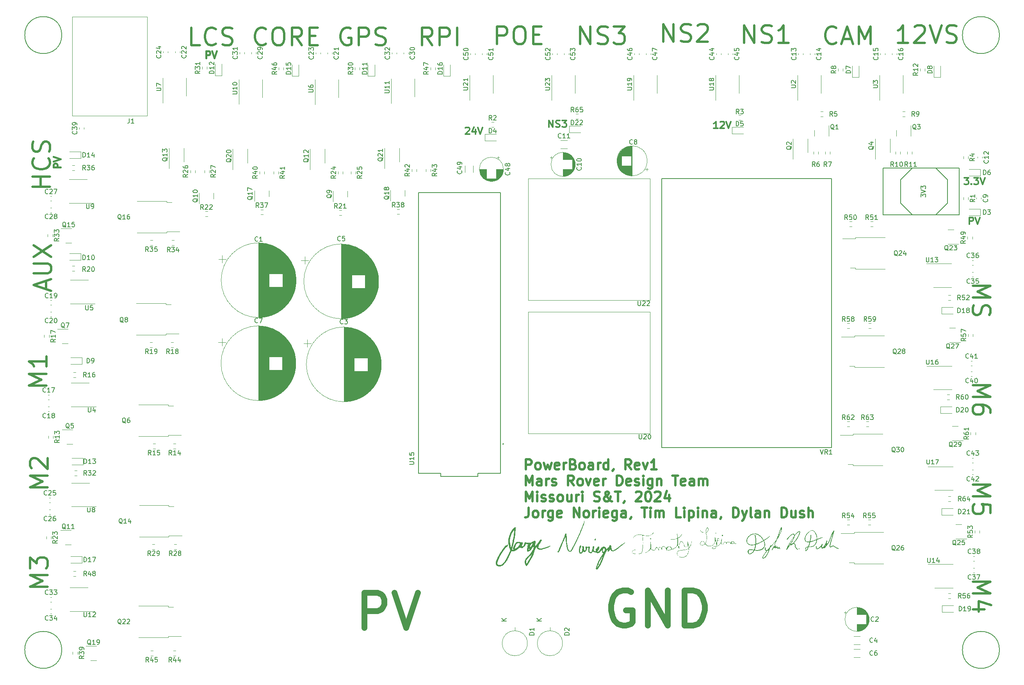
<source format=gbr>
%TF.GenerationSoftware,KiCad,Pcbnew,7.0.7*%
%TF.CreationDate,2023-11-08T23:07:50-06:00*%
%TF.ProjectId,PowerBoard_2024,506f7765-7242-46f6-9172-645f32303234,rev?*%
%TF.SameCoordinates,Original*%
%TF.FileFunction,Legend,Top*%
%TF.FilePolarity,Positive*%
%FSLAX46Y46*%
G04 Gerber Fmt 4.6, Leading zero omitted, Abs format (unit mm)*
G04 Created by KiCad (PCBNEW 7.0.7) date 2023-11-08 23:07:50*
%MOMM*%
%LPD*%
G01*
G04 APERTURE LIST*
%ADD10C,0.508000*%
%ADD11C,1.270000*%
%ADD12C,0.381000*%
%ADD13C,0.300000*%
%ADD14C,0.539750*%
%ADD15C,0.150000*%
%ADD16C,0.120000*%
%ADD17C,0.127000*%
%ADD18C,0.200000*%
G04 APERTURE END LIST*
D10*
X170703312Y-180368647D02*
X166893312Y-180368647D01*
X166893312Y-180368647D02*
X169614741Y-179098647D01*
X169614741Y-179098647D02*
X166893312Y-177828647D01*
X166893312Y-177828647D02*
X170703312Y-177828647D01*
X170703312Y-174018646D02*
X170703312Y-176195789D01*
X170703312Y-175107218D02*
X166893312Y-175107218D01*
X166893312Y-175107218D02*
X167437598Y-175470075D01*
X167437598Y-175470075D02*
X167800455Y-175832932D01*
X167800455Y-175832932D02*
X167981884Y-176195789D01*
X254370495Y-106441312D02*
X253100495Y-104627026D01*
X252193352Y-106441312D02*
X252193352Y-102631312D01*
X252193352Y-102631312D02*
X253644781Y-102631312D01*
X253644781Y-102631312D02*
X254007638Y-102812741D01*
X254007638Y-102812741D02*
X254189067Y-102994169D01*
X254189067Y-102994169D02*
X254370495Y-103357026D01*
X254370495Y-103357026D02*
X254370495Y-103901312D01*
X254370495Y-103901312D02*
X254189067Y-104264169D01*
X254189067Y-104264169D02*
X254007638Y-104445598D01*
X254007638Y-104445598D02*
X253644781Y-104627026D01*
X253644781Y-104627026D02*
X252193352Y-104627026D01*
X256003352Y-106441312D02*
X256003352Y-102631312D01*
X256003352Y-102631312D02*
X257454781Y-102631312D01*
X257454781Y-102631312D02*
X257817638Y-102812741D01*
X257817638Y-102812741D02*
X257999067Y-102994169D01*
X257999067Y-102994169D02*
X258180495Y-103357026D01*
X258180495Y-103357026D02*
X258180495Y-103901312D01*
X258180495Y-103901312D02*
X257999067Y-104264169D01*
X257999067Y-104264169D02*
X257817638Y-104445598D01*
X257817638Y-104445598D02*
X257454781Y-104627026D01*
X257454781Y-104627026D02*
X256003352Y-104627026D01*
X259813352Y-106441312D02*
X259813352Y-102631312D01*
X286483352Y-106187312D02*
X286483352Y-102377312D01*
X286483352Y-102377312D02*
X288660495Y-106187312D01*
X288660495Y-106187312D02*
X288660495Y-102377312D01*
X290293353Y-106005884D02*
X290837639Y-106187312D01*
X290837639Y-106187312D02*
X291744781Y-106187312D01*
X291744781Y-106187312D02*
X292107639Y-106005884D01*
X292107639Y-106005884D02*
X292289067Y-105824455D01*
X292289067Y-105824455D02*
X292470496Y-105461598D01*
X292470496Y-105461598D02*
X292470496Y-105098741D01*
X292470496Y-105098741D02*
X292289067Y-104735884D01*
X292289067Y-104735884D02*
X292107639Y-104554455D01*
X292107639Y-104554455D02*
X291744781Y-104373026D01*
X291744781Y-104373026D02*
X291019067Y-104191598D01*
X291019067Y-104191598D02*
X290656210Y-104010169D01*
X290656210Y-104010169D02*
X290474781Y-103828741D01*
X290474781Y-103828741D02*
X290293353Y-103465884D01*
X290293353Y-103465884D02*
X290293353Y-103103026D01*
X290293353Y-103103026D02*
X290474781Y-102740169D01*
X290474781Y-102740169D02*
X290656210Y-102558741D01*
X290656210Y-102558741D02*
X291019067Y-102377312D01*
X291019067Y-102377312D02*
X291926210Y-102377312D01*
X291926210Y-102377312D02*
X292470496Y-102558741D01*
X293740495Y-102377312D02*
X296099067Y-102377312D01*
X296099067Y-102377312D02*
X294829067Y-103828741D01*
X294829067Y-103828741D02*
X295373352Y-103828741D01*
X295373352Y-103828741D02*
X295736210Y-104010169D01*
X295736210Y-104010169D02*
X295917638Y-104191598D01*
X295917638Y-104191598D02*
X296099067Y-104554455D01*
X296099067Y-104554455D02*
X296099067Y-105461598D01*
X296099067Y-105461598D02*
X295917638Y-105824455D01*
X295917638Y-105824455D02*
X295736210Y-106005884D01*
X295736210Y-106005884D02*
X295373352Y-106187312D01*
X295373352Y-106187312D02*
X294284781Y-106187312D01*
X294284781Y-106187312D02*
X293921924Y-106005884D01*
X293921924Y-106005884D02*
X293740495Y-105824455D01*
D11*
X239631811Y-232935417D02*
X239631811Y-225315417D01*
X239631811Y-225315417D02*
X242534668Y-225315417D01*
X242534668Y-225315417D02*
X243260383Y-225678274D01*
X243260383Y-225678274D02*
X243623240Y-226041131D01*
X243623240Y-226041131D02*
X243986097Y-226766845D01*
X243986097Y-226766845D02*
X243986097Y-227855417D01*
X243986097Y-227855417D02*
X243623240Y-228581131D01*
X243623240Y-228581131D02*
X243260383Y-228943988D01*
X243260383Y-228943988D02*
X242534668Y-229306845D01*
X242534668Y-229306845D02*
X239631811Y-229306845D01*
X246163240Y-225315417D02*
X248703240Y-232935417D01*
X248703240Y-232935417D02*
X251243240Y-225315417D01*
D10*
X304517352Y-105679312D02*
X304517352Y-101869312D01*
X304517352Y-101869312D02*
X306694495Y-105679312D01*
X306694495Y-105679312D02*
X306694495Y-101869312D01*
X308327353Y-105497884D02*
X308871639Y-105679312D01*
X308871639Y-105679312D02*
X309778781Y-105679312D01*
X309778781Y-105679312D02*
X310141639Y-105497884D01*
X310141639Y-105497884D02*
X310323067Y-105316455D01*
X310323067Y-105316455D02*
X310504496Y-104953598D01*
X310504496Y-104953598D02*
X310504496Y-104590741D01*
X310504496Y-104590741D02*
X310323067Y-104227884D01*
X310323067Y-104227884D02*
X310141639Y-104046455D01*
X310141639Y-104046455D02*
X309778781Y-103865026D01*
X309778781Y-103865026D02*
X309053067Y-103683598D01*
X309053067Y-103683598D02*
X308690210Y-103502169D01*
X308690210Y-103502169D02*
X308508781Y-103320741D01*
X308508781Y-103320741D02*
X308327353Y-102957884D01*
X308327353Y-102957884D02*
X308327353Y-102595026D01*
X308327353Y-102595026D02*
X308508781Y-102232169D01*
X308508781Y-102232169D02*
X308690210Y-102050741D01*
X308690210Y-102050741D02*
X309053067Y-101869312D01*
X309053067Y-101869312D02*
X309960210Y-101869312D01*
X309960210Y-101869312D02*
X310504496Y-102050741D01*
X311955924Y-102232169D02*
X312137352Y-102050741D01*
X312137352Y-102050741D02*
X312500210Y-101869312D01*
X312500210Y-101869312D02*
X313407352Y-101869312D01*
X313407352Y-101869312D02*
X313770210Y-102050741D01*
X313770210Y-102050741D02*
X313951638Y-102232169D01*
X313951638Y-102232169D02*
X314133067Y-102595026D01*
X314133067Y-102595026D02*
X314133067Y-102957884D01*
X314133067Y-102957884D02*
X313951638Y-103502169D01*
X313951638Y-103502169D02*
X311774495Y-105679312D01*
X311774495Y-105679312D02*
X314133067Y-105679312D01*
X371586687Y-180311352D02*
X375396687Y-180311352D01*
X375396687Y-180311352D02*
X372675258Y-181581352D01*
X372675258Y-181581352D02*
X375396687Y-182851352D01*
X375396687Y-182851352D02*
X371586687Y-182851352D01*
X375396687Y-186298496D02*
X375396687Y-185572781D01*
X375396687Y-185572781D02*
X375215258Y-185209924D01*
X375215258Y-185209924D02*
X375033830Y-185028496D01*
X375033830Y-185028496D02*
X374489544Y-184665638D01*
X374489544Y-184665638D02*
X373763830Y-184484210D01*
X373763830Y-184484210D02*
X372312401Y-184484210D01*
X372312401Y-184484210D02*
X371949544Y-184665638D01*
X371949544Y-184665638D02*
X371768116Y-184847067D01*
X371768116Y-184847067D02*
X371586687Y-185209924D01*
X371586687Y-185209924D02*
X371586687Y-185935638D01*
X371586687Y-185935638D02*
X371768116Y-186298496D01*
X371768116Y-186298496D02*
X371949544Y-186479924D01*
X371949544Y-186479924D02*
X372312401Y-186661353D01*
X372312401Y-186661353D02*
X373219544Y-186661353D01*
X373219544Y-186661353D02*
X373582401Y-186479924D01*
X373582401Y-186479924D02*
X373763830Y-186298496D01*
X373763830Y-186298496D02*
X373945258Y-185935638D01*
X373945258Y-185935638D02*
X373945258Y-185209924D01*
X373945258Y-185209924D02*
X373763830Y-184847067D01*
X373763830Y-184847067D02*
X373582401Y-184665638D01*
X373582401Y-184665638D02*
X373219544Y-184484210D01*
X170957312Y-224056647D02*
X167147312Y-224056647D01*
X167147312Y-224056647D02*
X169868741Y-222786647D01*
X169868741Y-222786647D02*
X167147312Y-221516647D01*
X167147312Y-221516647D02*
X170957312Y-221516647D01*
X167147312Y-220065218D02*
X167147312Y-217706646D01*
X167147312Y-217706646D02*
X168598741Y-218976646D01*
X168598741Y-218976646D02*
X168598741Y-218432361D01*
X168598741Y-218432361D02*
X168780169Y-218069504D01*
X168780169Y-218069504D02*
X168961598Y-217888075D01*
X168961598Y-217888075D02*
X169324455Y-217706646D01*
X169324455Y-217706646D02*
X170231598Y-217706646D01*
X170231598Y-217706646D02*
X170594455Y-217888075D01*
X170594455Y-217888075D02*
X170775884Y-218069504D01*
X170775884Y-218069504D02*
X170957312Y-218432361D01*
X170957312Y-218432361D02*
X170957312Y-219520932D01*
X170957312Y-219520932D02*
X170775884Y-219883789D01*
X170775884Y-219883789D02*
X170594455Y-220065218D01*
X218302495Y-106078455D02*
X218121067Y-106259884D01*
X218121067Y-106259884D02*
X217576781Y-106441312D01*
X217576781Y-106441312D02*
X217213924Y-106441312D01*
X217213924Y-106441312D02*
X216669638Y-106259884D01*
X216669638Y-106259884D02*
X216306781Y-105897026D01*
X216306781Y-105897026D02*
X216125352Y-105534169D01*
X216125352Y-105534169D02*
X215943924Y-104808455D01*
X215943924Y-104808455D02*
X215943924Y-104264169D01*
X215943924Y-104264169D02*
X216125352Y-103538455D01*
X216125352Y-103538455D02*
X216306781Y-103175598D01*
X216306781Y-103175598D02*
X216669638Y-102812741D01*
X216669638Y-102812741D02*
X217213924Y-102631312D01*
X217213924Y-102631312D02*
X217576781Y-102631312D01*
X217576781Y-102631312D02*
X218121067Y-102812741D01*
X218121067Y-102812741D02*
X218302495Y-102994169D01*
X220661067Y-102631312D02*
X221386781Y-102631312D01*
X221386781Y-102631312D02*
X221749638Y-102812741D01*
X221749638Y-102812741D02*
X222112495Y-103175598D01*
X222112495Y-103175598D02*
X222293924Y-103901312D01*
X222293924Y-103901312D02*
X222293924Y-105171312D01*
X222293924Y-105171312D02*
X222112495Y-105897026D01*
X222112495Y-105897026D02*
X221749638Y-106259884D01*
X221749638Y-106259884D02*
X221386781Y-106441312D01*
X221386781Y-106441312D02*
X220661067Y-106441312D01*
X220661067Y-106441312D02*
X220298210Y-106259884D01*
X220298210Y-106259884D02*
X219935352Y-105897026D01*
X219935352Y-105897026D02*
X219753924Y-105171312D01*
X219753924Y-105171312D02*
X219753924Y-103901312D01*
X219753924Y-103901312D02*
X219935352Y-103175598D01*
X219935352Y-103175598D02*
X220298210Y-102812741D01*
X220298210Y-102812741D02*
X220661067Y-102631312D01*
X226103924Y-106441312D02*
X224833924Y-104627026D01*
X223926781Y-106441312D02*
X223926781Y-102631312D01*
X223926781Y-102631312D02*
X225378210Y-102631312D01*
X225378210Y-102631312D02*
X225741067Y-102812741D01*
X225741067Y-102812741D02*
X225922496Y-102994169D01*
X225922496Y-102994169D02*
X226103924Y-103357026D01*
X226103924Y-103357026D02*
X226103924Y-103901312D01*
X226103924Y-103901312D02*
X225922496Y-104264169D01*
X225922496Y-104264169D02*
X225741067Y-104445598D01*
X225741067Y-104445598D02*
X225378210Y-104627026D01*
X225378210Y-104627026D02*
X223926781Y-104627026D01*
X227736781Y-104445598D02*
X229006781Y-104445598D01*
X229551067Y-106441312D02*
X227736781Y-106441312D01*
X227736781Y-106441312D02*
X227736781Y-102631312D01*
X227736781Y-102631312D02*
X229551067Y-102631312D01*
D12*
X205337514Y-109267679D02*
X205337514Y-107743679D01*
X205337514Y-107743679D02*
X205918085Y-107743679D01*
X205918085Y-107743679D02*
X206063228Y-107816250D01*
X206063228Y-107816250D02*
X206135799Y-107888822D01*
X206135799Y-107888822D02*
X206208371Y-108033965D01*
X206208371Y-108033965D02*
X206208371Y-108251679D01*
X206208371Y-108251679D02*
X206135799Y-108396822D01*
X206135799Y-108396822D02*
X206063228Y-108469393D01*
X206063228Y-108469393D02*
X205918085Y-108541965D01*
X205918085Y-108541965D02*
X205337514Y-108541965D01*
X206643799Y-107743679D02*
X207151799Y-109267679D01*
X207151799Y-109267679D02*
X207659799Y-107743679D01*
D10*
X371586687Y-158721352D02*
X375396687Y-158721352D01*
X375396687Y-158721352D02*
X372675258Y-159991352D01*
X372675258Y-159991352D02*
X375396687Y-161261352D01*
X375396687Y-161261352D02*
X371586687Y-161261352D01*
X371768116Y-162894210D02*
X371586687Y-163438496D01*
X371586687Y-163438496D02*
X371586687Y-164345638D01*
X371586687Y-164345638D02*
X371768116Y-164708496D01*
X371768116Y-164708496D02*
X371949544Y-164889924D01*
X371949544Y-164889924D02*
X372312401Y-165071353D01*
X372312401Y-165071353D02*
X372675258Y-165071353D01*
X372675258Y-165071353D02*
X373038116Y-164889924D01*
X373038116Y-164889924D02*
X373219544Y-164708496D01*
X373219544Y-164708496D02*
X373400973Y-164345638D01*
X373400973Y-164345638D02*
X373582401Y-163619924D01*
X373582401Y-163619924D02*
X373763830Y-163257067D01*
X373763830Y-163257067D02*
X373945258Y-163075638D01*
X373945258Y-163075638D02*
X374308116Y-162894210D01*
X374308116Y-162894210D02*
X374670973Y-162894210D01*
X374670973Y-162894210D02*
X375033830Y-163075638D01*
X375033830Y-163075638D02*
X375215258Y-163257067D01*
X375215258Y-163257067D02*
X375396687Y-163619924D01*
X375396687Y-163619924D02*
X375396687Y-164527067D01*
X375396687Y-164527067D02*
X375215258Y-165071353D01*
D12*
X173783679Y-132990485D02*
X172259679Y-132990485D01*
X172259679Y-132990485D02*
X172259679Y-132409914D01*
X172259679Y-132409914D02*
X172332250Y-132264771D01*
X172332250Y-132264771D02*
X172404822Y-132192200D01*
X172404822Y-132192200D02*
X172549965Y-132119628D01*
X172549965Y-132119628D02*
X172767679Y-132119628D01*
X172767679Y-132119628D02*
X172912822Y-132192200D01*
X172912822Y-132192200D02*
X172985393Y-132264771D01*
X172985393Y-132264771D02*
X173057965Y-132409914D01*
X173057965Y-132409914D02*
X173057965Y-132990485D01*
X172259679Y-131684200D02*
X173783679Y-131176200D01*
X173783679Y-131176200D02*
X172259679Y-130668200D01*
D13*
X370886510Y-145342828D02*
X370886510Y-143842828D01*
X370886510Y-143842828D02*
X371457939Y-143842828D01*
X371457939Y-143842828D02*
X371600796Y-143914257D01*
X371600796Y-143914257D02*
X371672225Y-143985685D01*
X371672225Y-143985685D02*
X371743653Y-144128542D01*
X371743653Y-144128542D02*
X371743653Y-144342828D01*
X371743653Y-144342828D02*
X371672225Y-144485685D01*
X371672225Y-144485685D02*
X371600796Y-144557114D01*
X371600796Y-144557114D02*
X371457939Y-144628542D01*
X371457939Y-144628542D02*
X370886510Y-144628542D01*
X372172225Y-143842828D02*
X372672225Y-145342828D01*
X372672225Y-145342828D02*
X373172225Y-143842828D01*
D14*
X274681145Y-198575742D02*
X274681145Y-196416742D01*
X274681145Y-196416742D02*
X275503621Y-196416742D01*
X275503621Y-196416742D02*
X275709240Y-196519552D01*
X275709240Y-196519552D02*
X275812050Y-196622361D01*
X275812050Y-196622361D02*
X275914859Y-196827980D01*
X275914859Y-196827980D02*
X275914859Y-197136409D01*
X275914859Y-197136409D02*
X275812050Y-197342028D01*
X275812050Y-197342028D02*
X275709240Y-197444837D01*
X275709240Y-197444837D02*
X275503621Y-197547647D01*
X275503621Y-197547647D02*
X274681145Y-197547647D01*
X277148574Y-198575742D02*
X276942955Y-198472933D01*
X276942955Y-198472933D02*
X276840145Y-198370123D01*
X276840145Y-198370123D02*
X276737336Y-198164504D01*
X276737336Y-198164504D02*
X276737336Y-197547647D01*
X276737336Y-197547647D02*
X276840145Y-197342028D01*
X276840145Y-197342028D02*
X276942955Y-197239218D01*
X276942955Y-197239218D02*
X277148574Y-197136409D01*
X277148574Y-197136409D02*
X277457002Y-197136409D01*
X277457002Y-197136409D02*
X277662621Y-197239218D01*
X277662621Y-197239218D02*
X277765431Y-197342028D01*
X277765431Y-197342028D02*
X277868240Y-197547647D01*
X277868240Y-197547647D02*
X277868240Y-198164504D01*
X277868240Y-198164504D02*
X277765431Y-198370123D01*
X277765431Y-198370123D02*
X277662621Y-198472933D01*
X277662621Y-198472933D02*
X277457002Y-198575742D01*
X277457002Y-198575742D02*
X277148574Y-198575742D01*
X278587907Y-197136409D02*
X278999145Y-198575742D01*
X278999145Y-198575742D02*
X279410383Y-197547647D01*
X279410383Y-197547647D02*
X279821621Y-198575742D01*
X279821621Y-198575742D02*
X280232859Y-197136409D01*
X281877812Y-198472933D02*
X281672193Y-198575742D01*
X281672193Y-198575742D02*
X281260955Y-198575742D01*
X281260955Y-198575742D02*
X281055336Y-198472933D01*
X281055336Y-198472933D02*
X280952527Y-198267313D01*
X280952527Y-198267313D02*
X280952527Y-197444837D01*
X280952527Y-197444837D02*
X281055336Y-197239218D01*
X281055336Y-197239218D02*
X281260955Y-197136409D01*
X281260955Y-197136409D02*
X281672193Y-197136409D01*
X281672193Y-197136409D02*
X281877812Y-197239218D01*
X281877812Y-197239218D02*
X281980622Y-197444837D01*
X281980622Y-197444837D02*
X281980622Y-197650456D01*
X281980622Y-197650456D02*
X280952527Y-197856075D01*
X282905907Y-198575742D02*
X282905907Y-197136409D01*
X282905907Y-197547647D02*
X283008717Y-197342028D01*
X283008717Y-197342028D02*
X283111526Y-197239218D01*
X283111526Y-197239218D02*
X283317145Y-197136409D01*
X283317145Y-197136409D02*
X283522764Y-197136409D01*
X284962098Y-197444837D02*
X285270526Y-197547647D01*
X285270526Y-197547647D02*
X285373336Y-197650456D01*
X285373336Y-197650456D02*
X285476145Y-197856075D01*
X285476145Y-197856075D02*
X285476145Y-198164504D01*
X285476145Y-198164504D02*
X285373336Y-198370123D01*
X285373336Y-198370123D02*
X285270526Y-198472933D01*
X285270526Y-198472933D02*
X285064907Y-198575742D01*
X285064907Y-198575742D02*
X284242431Y-198575742D01*
X284242431Y-198575742D02*
X284242431Y-196416742D01*
X284242431Y-196416742D02*
X284962098Y-196416742D01*
X284962098Y-196416742D02*
X285167717Y-196519552D01*
X285167717Y-196519552D02*
X285270526Y-196622361D01*
X285270526Y-196622361D02*
X285373336Y-196827980D01*
X285373336Y-196827980D02*
X285373336Y-197033599D01*
X285373336Y-197033599D02*
X285270526Y-197239218D01*
X285270526Y-197239218D02*
X285167717Y-197342028D01*
X285167717Y-197342028D02*
X284962098Y-197444837D01*
X284962098Y-197444837D02*
X284242431Y-197444837D01*
X286709860Y-198575742D02*
X286504241Y-198472933D01*
X286504241Y-198472933D02*
X286401431Y-198370123D01*
X286401431Y-198370123D02*
X286298622Y-198164504D01*
X286298622Y-198164504D02*
X286298622Y-197547647D01*
X286298622Y-197547647D02*
X286401431Y-197342028D01*
X286401431Y-197342028D02*
X286504241Y-197239218D01*
X286504241Y-197239218D02*
X286709860Y-197136409D01*
X286709860Y-197136409D02*
X287018288Y-197136409D01*
X287018288Y-197136409D02*
X287223907Y-197239218D01*
X287223907Y-197239218D02*
X287326717Y-197342028D01*
X287326717Y-197342028D02*
X287429526Y-197547647D01*
X287429526Y-197547647D02*
X287429526Y-198164504D01*
X287429526Y-198164504D02*
X287326717Y-198370123D01*
X287326717Y-198370123D02*
X287223907Y-198472933D01*
X287223907Y-198472933D02*
X287018288Y-198575742D01*
X287018288Y-198575742D02*
X286709860Y-198575742D01*
X289280098Y-198575742D02*
X289280098Y-197444837D01*
X289280098Y-197444837D02*
X289177288Y-197239218D01*
X289177288Y-197239218D02*
X288971669Y-197136409D01*
X288971669Y-197136409D02*
X288560431Y-197136409D01*
X288560431Y-197136409D02*
X288354812Y-197239218D01*
X289280098Y-198472933D02*
X289074479Y-198575742D01*
X289074479Y-198575742D02*
X288560431Y-198575742D01*
X288560431Y-198575742D02*
X288354812Y-198472933D01*
X288354812Y-198472933D02*
X288252003Y-198267313D01*
X288252003Y-198267313D02*
X288252003Y-198061694D01*
X288252003Y-198061694D02*
X288354812Y-197856075D01*
X288354812Y-197856075D02*
X288560431Y-197753266D01*
X288560431Y-197753266D02*
X289074479Y-197753266D01*
X289074479Y-197753266D02*
X289280098Y-197650456D01*
X290308193Y-198575742D02*
X290308193Y-197136409D01*
X290308193Y-197547647D02*
X290411003Y-197342028D01*
X290411003Y-197342028D02*
X290513812Y-197239218D01*
X290513812Y-197239218D02*
X290719431Y-197136409D01*
X290719431Y-197136409D02*
X290925050Y-197136409D01*
X292570003Y-198575742D02*
X292570003Y-196416742D01*
X292570003Y-198472933D02*
X292364384Y-198575742D01*
X292364384Y-198575742D02*
X291953146Y-198575742D01*
X291953146Y-198575742D02*
X291747527Y-198472933D01*
X291747527Y-198472933D02*
X291644717Y-198370123D01*
X291644717Y-198370123D02*
X291541908Y-198164504D01*
X291541908Y-198164504D02*
X291541908Y-197547647D01*
X291541908Y-197547647D02*
X291644717Y-197342028D01*
X291644717Y-197342028D02*
X291747527Y-197239218D01*
X291747527Y-197239218D02*
X291953146Y-197136409D01*
X291953146Y-197136409D02*
X292364384Y-197136409D01*
X292364384Y-197136409D02*
X292570003Y-197239218D01*
X293700908Y-198472933D02*
X293700908Y-198575742D01*
X293700908Y-198575742D02*
X293598098Y-198781361D01*
X293598098Y-198781361D02*
X293495289Y-198884171D01*
X297504859Y-198575742D02*
X296785193Y-197547647D01*
X296271145Y-198575742D02*
X296271145Y-196416742D01*
X296271145Y-196416742D02*
X297093621Y-196416742D01*
X297093621Y-196416742D02*
X297299240Y-196519552D01*
X297299240Y-196519552D02*
X297402050Y-196622361D01*
X297402050Y-196622361D02*
X297504859Y-196827980D01*
X297504859Y-196827980D02*
X297504859Y-197136409D01*
X297504859Y-197136409D02*
X297402050Y-197342028D01*
X297402050Y-197342028D02*
X297299240Y-197444837D01*
X297299240Y-197444837D02*
X297093621Y-197547647D01*
X297093621Y-197547647D02*
X296271145Y-197547647D01*
X299252621Y-198472933D02*
X299047002Y-198575742D01*
X299047002Y-198575742D02*
X298635764Y-198575742D01*
X298635764Y-198575742D02*
X298430145Y-198472933D01*
X298430145Y-198472933D02*
X298327336Y-198267313D01*
X298327336Y-198267313D02*
X298327336Y-197444837D01*
X298327336Y-197444837D02*
X298430145Y-197239218D01*
X298430145Y-197239218D02*
X298635764Y-197136409D01*
X298635764Y-197136409D02*
X299047002Y-197136409D01*
X299047002Y-197136409D02*
X299252621Y-197239218D01*
X299252621Y-197239218D02*
X299355431Y-197444837D01*
X299355431Y-197444837D02*
X299355431Y-197650456D01*
X299355431Y-197650456D02*
X298327336Y-197856075D01*
X300075097Y-197136409D02*
X300589145Y-198575742D01*
X300589145Y-198575742D02*
X301103192Y-197136409D01*
X303056573Y-198575742D02*
X301822859Y-198575742D01*
X302439716Y-198575742D02*
X302439716Y-196416742D01*
X302439716Y-196416742D02*
X302234097Y-196725171D01*
X302234097Y-196725171D02*
X302028478Y-196930790D01*
X302028478Y-196930790D02*
X301822859Y-197033599D01*
X274681145Y-202051732D02*
X274681145Y-199892732D01*
X274681145Y-199892732D02*
X275400812Y-201434875D01*
X275400812Y-201434875D02*
X276120478Y-199892732D01*
X276120478Y-199892732D02*
X276120478Y-202051732D01*
X278073860Y-202051732D02*
X278073860Y-200920827D01*
X278073860Y-200920827D02*
X277971050Y-200715208D01*
X277971050Y-200715208D02*
X277765431Y-200612399D01*
X277765431Y-200612399D02*
X277354193Y-200612399D01*
X277354193Y-200612399D02*
X277148574Y-200715208D01*
X278073860Y-201948923D02*
X277868241Y-202051732D01*
X277868241Y-202051732D02*
X277354193Y-202051732D01*
X277354193Y-202051732D02*
X277148574Y-201948923D01*
X277148574Y-201948923D02*
X277045765Y-201743303D01*
X277045765Y-201743303D02*
X277045765Y-201537684D01*
X277045765Y-201537684D02*
X277148574Y-201332065D01*
X277148574Y-201332065D02*
X277354193Y-201229256D01*
X277354193Y-201229256D02*
X277868241Y-201229256D01*
X277868241Y-201229256D02*
X278073860Y-201126446D01*
X279101955Y-202051732D02*
X279101955Y-200612399D01*
X279101955Y-201023637D02*
X279204765Y-200818018D01*
X279204765Y-200818018D02*
X279307574Y-200715208D01*
X279307574Y-200715208D02*
X279513193Y-200612399D01*
X279513193Y-200612399D02*
X279718812Y-200612399D01*
X280335670Y-201948923D02*
X280541289Y-202051732D01*
X280541289Y-202051732D02*
X280952527Y-202051732D01*
X280952527Y-202051732D02*
X281158146Y-201948923D01*
X281158146Y-201948923D02*
X281260955Y-201743303D01*
X281260955Y-201743303D02*
X281260955Y-201640494D01*
X281260955Y-201640494D02*
X281158146Y-201434875D01*
X281158146Y-201434875D02*
X280952527Y-201332065D01*
X280952527Y-201332065D02*
X280644098Y-201332065D01*
X280644098Y-201332065D02*
X280438479Y-201229256D01*
X280438479Y-201229256D02*
X280335670Y-201023637D01*
X280335670Y-201023637D02*
X280335670Y-200920827D01*
X280335670Y-200920827D02*
X280438479Y-200715208D01*
X280438479Y-200715208D02*
X280644098Y-200612399D01*
X280644098Y-200612399D02*
X280952527Y-200612399D01*
X280952527Y-200612399D02*
X281158146Y-200715208D01*
X285064907Y-202051732D02*
X284345241Y-201023637D01*
X283831193Y-202051732D02*
X283831193Y-199892732D01*
X283831193Y-199892732D02*
X284653669Y-199892732D01*
X284653669Y-199892732D02*
X284859288Y-199995542D01*
X284859288Y-199995542D02*
X284962098Y-200098351D01*
X284962098Y-200098351D02*
X285064907Y-200303970D01*
X285064907Y-200303970D02*
X285064907Y-200612399D01*
X285064907Y-200612399D02*
X284962098Y-200818018D01*
X284962098Y-200818018D02*
X284859288Y-200920827D01*
X284859288Y-200920827D02*
X284653669Y-201023637D01*
X284653669Y-201023637D02*
X283831193Y-201023637D01*
X286298622Y-202051732D02*
X286093003Y-201948923D01*
X286093003Y-201948923D02*
X285990193Y-201846113D01*
X285990193Y-201846113D02*
X285887384Y-201640494D01*
X285887384Y-201640494D02*
X285887384Y-201023637D01*
X285887384Y-201023637D02*
X285990193Y-200818018D01*
X285990193Y-200818018D02*
X286093003Y-200715208D01*
X286093003Y-200715208D02*
X286298622Y-200612399D01*
X286298622Y-200612399D02*
X286607050Y-200612399D01*
X286607050Y-200612399D02*
X286812669Y-200715208D01*
X286812669Y-200715208D02*
X286915479Y-200818018D01*
X286915479Y-200818018D02*
X287018288Y-201023637D01*
X287018288Y-201023637D02*
X287018288Y-201640494D01*
X287018288Y-201640494D02*
X286915479Y-201846113D01*
X286915479Y-201846113D02*
X286812669Y-201948923D01*
X286812669Y-201948923D02*
X286607050Y-202051732D01*
X286607050Y-202051732D02*
X286298622Y-202051732D01*
X287737955Y-200612399D02*
X288252003Y-202051732D01*
X288252003Y-202051732D02*
X288766050Y-200612399D01*
X290411002Y-201948923D02*
X290205383Y-202051732D01*
X290205383Y-202051732D02*
X289794145Y-202051732D01*
X289794145Y-202051732D02*
X289588526Y-201948923D01*
X289588526Y-201948923D02*
X289485717Y-201743303D01*
X289485717Y-201743303D02*
X289485717Y-200920827D01*
X289485717Y-200920827D02*
X289588526Y-200715208D01*
X289588526Y-200715208D02*
X289794145Y-200612399D01*
X289794145Y-200612399D02*
X290205383Y-200612399D01*
X290205383Y-200612399D02*
X290411002Y-200715208D01*
X290411002Y-200715208D02*
X290513812Y-200920827D01*
X290513812Y-200920827D02*
X290513812Y-201126446D01*
X290513812Y-201126446D02*
X289485717Y-201332065D01*
X291439097Y-202051732D02*
X291439097Y-200612399D01*
X291439097Y-201023637D02*
X291541907Y-200818018D01*
X291541907Y-200818018D02*
X291644716Y-200715208D01*
X291644716Y-200715208D02*
X291850335Y-200612399D01*
X291850335Y-200612399D02*
X292055954Y-200612399D01*
X294420573Y-202051732D02*
X294420573Y-199892732D01*
X294420573Y-199892732D02*
X294934621Y-199892732D01*
X294934621Y-199892732D02*
X295243049Y-199995542D01*
X295243049Y-199995542D02*
X295448668Y-200201161D01*
X295448668Y-200201161D02*
X295551478Y-200406780D01*
X295551478Y-200406780D02*
X295654287Y-200818018D01*
X295654287Y-200818018D02*
X295654287Y-201126446D01*
X295654287Y-201126446D02*
X295551478Y-201537684D01*
X295551478Y-201537684D02*
X295448668Y-201743303D01*
X295448668Y-201743303D02*
X295243049Y-201948923D01*
X295243049Y-201948923D02*
X294934621Y-202051732D01*
X294934621Y-202051732D02*
X294420573Y-202051732D01*
X297402049Y-201948923D02*
X297196430Y-202051732D01*
X297196430Y-202051732D02*
X296785192Y-202051732D01*
X296785192Y-202051732D02*
X296579573Y-201948923D01*
X296579573Y-201948923D02*
X296476764Y-201743303D01*
X296476764Y-201743303D02*
X296476764Y-200920827D01*
X296476764Y-200920827D02*
X296579573Y-200715208D01*
X296579573Y-200715208D02*
X296785192Y-200612399D01*
X296785192Y-200612399D02*
X297196430Y-200612399D01*
X297196430Y-200612399D02*
X297402049Y-200715208D01*
X297402049Y-200715208D02*
X297504859Y-200920827D01*
X297504859Y-200920827D02*
X297504859Y-201126446D01*
X297504859Y-201126446D02*
X296476764Y-201332065D01*
X298327335Y-201948923D02*
X298532954Y-202051732D01*
X298532954Y-202051732D02*
X298944192Y-202051732D01*
X298944192Y-202051732D02*
X299149811Y-201948923D01*
X299149811Y-201948923D02*
X299252620Y-201743303D01*
X299252620Y-201743303D02*
X299252620Y-201640494D01*
X299252620Y-201640494D02*
X299149811Y-201434875D01*
X299149811Y-201434875D02*
X298944192Y-201332065D01*
X298944192Y-201332065D02*
X298635763Y-201332065D01*
X298635763Y-201332065D02*
X298430144Y-201229256D01*
X298430144Y-201229256D02*
X298327335Y-201023637D01*
X298327335Y-201023637D02*
X298327335Y-200920827D01*
X298327335Y-200920827D02*
X298430144Y-200715208D01*
X298430144Y-200715208D02*
X298635763Y-200612399D01*
X298635763Y-200612399D02*
X298944192Y-200612399D01*
X298944192Y-200612399D02*
X299149811Y-200715208D01*
X300177906Y-202051732D02*
X300177906Y-200612399D01*
X300177906Y-199892732D02*
X300075097Y-199995542D01*
X300075097Y-199995542D02*
X300177906Y-200098351D01*
X300177906Y-200098351D02*
X300280716Y-199995542D01*
X300280716Y-199995542D02*
X300177906Y-199892732D01*
X300177906Y-199892732D02*
X300177906Y-200098351D01*
X302131287Y-200612399D02*
X302131287Y-202360161D01*
X302131287Y-202360161D02*
X302028477Y-202565780D01*
X302028477Y-202565780D02*
X301925668Y-202668589D01*
X301925668Y-202668589D02*
X301720049Y-202771399D01*
X301720049Y-202771399D02*
X301411620Y-202771399D01*
X301411620Y-202771399D02*
X301206001Y-202668589D01*
X302131287Y-201948923D02*
X301925668Y-202051732D01*
X301925668Y-202051732D02*
X301514430Y-202051732D01*
X301514430Y-202051732D02*
X301308811Y-201948923D01*
X301308811Y-201948923D02*
X301206001Y-201846113D01*
X301206001Y-201846113D02*
X301103192Y-201640494D01*
X301103192Y-201640494D02*
X301103192Y-201023637D01*
X301103192Y-201023637D02*
X301206001Y-200818018D01*
X301206001Y-200818018D02*
X301308811Y-200715208D01*
X301308811Y-200715208D02*
X301514430Y-200612399D01*
X301514430Y-200612399D02*
X301925668Y-200612399D01*
X301925668Y-200612399D02*
X302131287Y-200715208D01*
X303159382Y-200612399D02*
X303159382Y-202051732D01*
X303159382Y-200818018D02*
X303262192Y-200715208D01*
X303262192Y-200715208D02*
X303467811Y-200612399D01*
X303467811Y-200612399D02*
X303776239Y-200612399D01*
X303776239Y-200612399D02*
X303981858Y-200715208D01*
X303981858Y-200715208D02*
X304084668Y-200920827D01*
X304084668Y-200920827D02*
X304084668Y-202051732D01*
X306449287Y-199892732D02*
X307683001Y-199892732D01*
X307066144Y-202051732D02*
X307066144Y-199892732D01*
X309225143Y-201948923D02*
X309019524Y-202051732D01*
X309019524Y-202051732D02*
X308608286Y-202051732D01*
X308608286Y-202051732D02*
X308402667Y-201948923D01*
X308402667Y-201948923D02*
X308299858Y-201743303D01*
X308299858Y-201743303D02*
X308299858Y-200920827D01*
X308299858Y-200920827D02*
X308402667Y-200715208D01*
X308402667Y-200715208D02*
X308608286Y-200612399D01*
X308608286Y-200612399D02*
X309019524Y-200612399D01*
X309019524Y-200612399D02*
X309225143Y-200715208D01*
X309225143Y-200715208D02*
X309327953Y-200920827D01*
X309327953Y-200920827D02*
X309327953Y-201126446D01*
X309327953Y-201126446D02*
X308299858Y-201332065D01*
X311178524Y-202051732D02*
X311178524Y-200920827D01*
X311178524Y-200920827D02*
X311075714Y-200715208D01*
X311075714Y-200715208D02*
X310870095Y-200612399D01*
X310870095Y-200612399D02*
X310458857Y-200612399D01*
X310458857Y-200612399D02*
X310253238Y-200715208D01*
X311178524Y-201948923D02*
X310972905Y-202051732D01*
X310972905Y-202051732D02*
X310458857Y-202051732D01*
X310458857Y-202051732D02*
X310253238Y-201948923D01*
X310253238Y-201948923D02*
X310150429Y-201743303D01*
X310150429Y-201743303D02*
X310150429Y-201537684D01*
X310150429Y-201537684D02*
X310253238Y-201332065D01*
X310253238Y-201332065D02*
X310458857Y-201229256D01*
X310458857Y-201229256D02*
X310972905Y-201229256D01*
X310972905Y-201229256D02*
X311178524Y-201126446D01*
X312206619Y-202051732D02*
X312206619Y-200612399D01*
X312206619Y-200818018D02*
X312309429Y-200715208D01*
X312309429Y-200715208D02*
X312515048Y-200612399D01*
X312515048Y-200612399D02*
X312823476Y-200612399D01*
X312823476Y-200612399D02*
X313029095Y-200715208D01*
X313029095Y-200715208D02*
X313131905Y-200920827D01*
X313131905Y-200920827D02*
X313131905Y-202051732D01*
X313131905Y-200920827D02*
X313234714Y-200715208D01*
X313234714Y-200715208D02*
X313440333Y-200612399D01*
X313440333Y-200612399D02*
X313748762Y-200612399D01*
X313748762Y-200612399D02*
X313954381Y-200715208D01*
X313954381Y-200715208D02*
X314057191Y-200920827D01*
X314057191Y-200920827D02*
X314057191Y-202051732D01*
X274681145Y-205527722D02*
X274681145Y-203368722D01*
X274681145Y-203368722D02*
X275400812Y-204910865D01*
X275400812Y-204910865D02*
X276120478Y-203368722D01*
X276120478Y-203368722D02*
X276120478Y-205527722D01*
X277148574Y-205527722D02*
X277148574Y-204088389D01*
X277148574Y-203368722D02*
X277045765Y-203471532D01*
X277045765Y-203471532D02*
X277148574Y-203574341D01*
X277148574Y-203574341D02*
X277251384Y-203471532D01*
X277251384Y-203471532D02*
X277148574Y-203368722D01*
X277148574Y-203368722D02*
X277148574Y-203574341D01*
X278073860Y-205424913D02*
X278279479Y-205527722D01*
X278279479Y-205527722D02*
X278690717Y-205527722D01*
X278690717Y-205527722D02*
X278896336Y-205424913D01*
X278896336Y-205424913D02*
X278999145Y-205219293D01*
X278999145Y-205219293D02*
X278999145Y-205116484D01*
X278999145Y-205116484D02*
X278896336Y-204910865D01*
X278896336Y-204910865D02*
X278690717Y-204808055D01*
X278690717Y-204808055D02*
X278382288Y-204808055D01*
X278382288Y-204808055D02*
X278176669Y-204705246D01*
X278176669Y-204705246D02*
X278073860Y-204499627D01*
X278073860Y-204499627D02*
X278073860Y-204396817D01*
X278073860Y-204396817D02*
X278176669Y-204191198D01*
X278176669Y-204191198D02*
X278382288Y-204088389D01*
X278382288Y-204088389D02*
X278690717Y-204088389D01*
X278690717Y-204088389D02*
X278896336Y-204191198D01*
X279821622Y-205424913D02*
X280027241Y-205527722D01*
X280027241Y-205527722D02*
X280438479Y-205527722D01*
X280438479Y-205527722D02*
X280644098Y-205424913D01*
X280644098Y-205424913D02*
X280746907Y-205219293D01*
X280746907Y-205219293D02*
X280746907Y-205116484D01*
X280746907Y-205116484D02*
X280644098Y-204910865D01*
X280644098Y-204910865D02*
X280438479Y-204808055D01*
X280438479Y-204808055D02*
X280130050Y-204808055D01*
X280130050Y-204808055D02*
X279924431Y-204705246D01*
X279924431Y-204705246D02*
X279821622Y-204499627D01*
X279821622Y-204499627D02*
X279821622Y-204396817D01*
X279821622Y-204396817D02*
X279924431Y-204191198D01*
X279924431Y-204191198D02*
X280130050Y-204088389D01*
X280130050Y-204088389D02*
X280438479Y-204088389D01*
X280438479Y-204088389D02*
X280644098Y-204191198D01*
X281980622Y-205527722D02*
X281775003Y-205424913D01*
X281775003Y-205424913D02*
X281672193Y-205322103D01*
X281672193Y-205322103D02*
X281569384Y-205116484D01*
X281569384Y-205116484D02*
X281569384Y-204499627D01*
X281569384Y-204499627D02*
X281672193Y-204294008D01*
X281672193Y-204294008D02*
X281775003Y-204191198D01*
X281775003Y-204191198D02*
X281980622Y-204088389D01*
X281980622Y-204088389D02*
X282289050Y-204088389D01*
X282289050Y-204088389D02*
X282494669Y-204191198D01*
X282494669Y-204191198D02*
X282597479Y-204294008D01*
X282597479Y-204294008D02*
X282700288Y-204499627D01*
X282700288Y-204499627D02*
X282700288Y-205116484D01*
X282700288Y-205116484D02*
X282597479Y-205322103D01*
X282597479Y-205322103D02*
X282494669Y-205424913D01*
X282494669Y-205424913D02*
X282289050Y-205527722D01*
X282289050Y-205527722D02*
X281980622Y-205527722D01*
X284550860Y-204088389D02*
X284550860Y-205527722D01*
X283625574Y-204088389D02*
X283625574Y-205219293D01*
X283625574Y-205219293D02*
X283728384Y-205424913D01*
X283728384Y-205424913D02*
X283934003Y-205527722D01*
X283934003Y-205527722D02*
X284242431Y-205527722D01*
X284242431Y-205527722D02*
X284448050Y-205424913D01*
X284448050Y-205424913D02*
X284550860Y-205322103D01*
X285578955Y-205527722D02*
X285578955Y-204088389D01*
X285578955Y-204499627D02*
X285681765Y-204294008D01*
X285681765Y-204294008D02*
X285784574Y-204191198D01*
X285784574Y-204191198D02*
X285990193Y-204088389D01*
X285990193Y-204088389D02*
X286195812Y-204088389D01*
X286915479Y-205527722D02*
X286915479Y-204088389D01*
X286915479Y-203368722D02*
X286812670Y-203471532D01*
X286812670Y-203471532D02*
X286915479Y-203574341D01*
X286915479Y-203574341D02*
X287018289Y-203471532D01*
X287018289Y-203471532D02*
X286915479Y-203368722D01*
X286915479Y-203368722D02*
X286915479Y-203574341D01*
X289485717Y-205424913D02*
X289794145Y-205527722D01*
X289794145Y-205527722D02*
X290308193Y-205527722D01*
X290308193Y-205527722D02*
X290513812Y-205424913D01*
X290513812Y-205424913D02*
X290616621Y-205322103D01*
X290616621Y-205322103D02*
X290719431Y-205116484D01*
X290719431Y-205116484D02*
X290719431Y-204910865D01*
X290719431Y-204910865D02*
X290616621Y-204705246D01*
X290616621Y-204705246D02*
X290513812Y-204602436D01*
X290513812Y-204602436D02*
X290308193Y-204499627D01*
X290308193Y-204499627D02*
X289896955Y-204396817D01*
X289896955Y-204396817D02*
X289691336Y-204294008D01*
X289691336Y-204294008D02*
X289588526Y-204191198D01*
X289588526Y-204191198D02*
X289485717Y-203985579D01*
X289485717Y-203985579D02*
X289485717Y-203779960D01*
X289485717Y-203779960D02*
X289588526Y-203574341D01*
X289588526Y-203574341D02*
X289691336Y-203471532D01*
X289691336Y-203471532D02*
X289896955Y-203368722D01*
X289896955Y-203368722D02*
X290411002Y-203368722D01*
X290411002Y-203368722D02*
X290719431Y-203471532D01*
X293392478Y-205527722D02*
X293289669Y-205527722D01*
X293289669Y-205527722D02*
X293084049Y-205424913D01*
X293084049Y-205424913D02*
X292775621Y-205116484D01*
X292775621Y-205116484D02*
X292261573Y-204499627D01*
X292261573Y-204499627D02*
X292055954Y-204191198D01*
X292055954Y-204191198D02*
X291953145Y-203882770D01*
X291953145Y-203882770D02*
X291953145Y-203677151D01*
X291953145Y-203677151D02*
X292055954Y-203471532D01*
X292055954Y-203471532D02*
X292261573Y-203368722D01*
X292261573Y-203368722D02*
X292364383Y-203368722D01*
X292364383Y-203368722D02*
X292570002Y-203471532D01*
X292570002Y-203471532D02*
X292672811Y-203677151D01*
X292672811Y-203677151D02*
X292672811Y-203779960D01*
X292672811Y-203779960D02*
X292570002Y-203985579D01*
X292570002Y-203985579D02*
X292467192Y-204088389D01*
X292467192Y-204088389D02*
X291850335Y-204499627D01*
X291850335Y-204499627D02*
X291747526Y-204602436D01*
X291747526Y-204602436D02*
X291644716Y-204808055D01*
X291644716Y-204808055D02*
X291644716Y-205116484D01*
X291644716Y-205116484D02*
X291747526Y-205322103D01*
X291747526Y-205322103D02*
X291850335Y-205424913D01*
X291850335Y-205424913D02*
X292055954Y-205527722D01*
X292055954Y-205527722D02*
X292364383Y-205527722D01*
X292364383Y-205527722D02*
X292570002Y-205424913D01*
X292570002Y-205424913D02*
X292672811Y-205322103D01*
X292672811Y-205322103D02*
X292981240Y-204910865D01*
X292981240Y-204910865D02*
X293084049Y-204602436D01*
X293084049Y-204602436D02*
X293084049Y-204396817D01*
X294009336Y-203368722D02*
X295243050Y-203368722D01*
X294626193Y-205527722D02*
X294626193Y-203368722D01*
X296065526Y-205424913D02*
X296065526Y-205527722D01*
X296065526Y-205527722D02*
X295962716Y-205733341D01*
X295962716Y-205733341D02*
X295859907Y-205836151D01*
X298532954Y-203574341D02*
X298635763Y-203471532D01*
X298635763Y-203471532D02*
X298841382Y-203368722D01*
X298841382Y-203368722D02*
X299355430Y-203368722D01*
X299355430Y-203368722D02*
X299561049Y-203471532D01*
X299561049Y-203471532D02*
X299663858Y-203574341D01*
X299663858Y-203574341D02*
X299766668Y-203779960D01*
X299766668Y-203779960D02*
X299766668Y-203985579D01*
X299766668Y-203985579D02*
X299663858Y-204294008D01*
X299663858Y-204294008D02*
X298430144Y-205527722D01*
X298430144Y-205527722D02*
X299766668Y-205527722D01*
X301103191Y-203368722D02*
X301308810Y-203368722D01*
X301308810Y-203368722D02*
X301514429Y-203471532D01*
X301514429Y-203471532D02*
X301617239Y-203574341D01*
X301617239Y-203574341D02*
X301720048Y-203779960D01*
X301720048Y-203779960D02*
X301822858Y-204191198D01*
X301822858Y-204191198D02*
X301822858Y-204705246D01*
X301822858Y-204705246D02*
X301720048Y-205116484D01*
X301720048Y-205116484D02*
X301617239Y-205322103D01*
X301617239Y-205322103D02*
X301514429Y-205424913D01*
X301514429Y-205424913D02*
X301308810Y-205527722D01*
X301308810Y-205527722D02*
X301103191Y-205527722D01*
X301103191Y-205527722D02*
X300897572Y-205424913D01*
X300897572Y-205424913D02*
X300794763Y-205322103D01*
X300794763Y-205322103D02*
X300691953Y-205116484D01*
X300691953Y-205116484D02*
X300589144Y-204705246D01*
X300589144Y-204705246D02*
X300589144Y-204191198D01*
X300589144Y-204191198D02*
X300691953Y-203779960D01*
X300691953Y-203779960D02*
X300794763Y-203574341D01*
X300794763Y-203574341D02*
X300897572Y-203471532D01*
X300897572Y-203471532D02*
X301103191Y-203368722D01*
X302645334Y-203574341D02*
X302748143Y-203471532D01*
X302748143Y-203471532D02*
X302953762Y-203368722D01*
X302953762Y-203368722D02*
X303467810Y-203368722D01*
X303467810Y-203368722D02*
X303673429Y-203471532D01*
X303673429Y-203471532D02*
X303776238Y-203574341D01*
X303776238Y-203574341D02*
X303879048Y-203779960D01*
X303879048Y-203779960D02*
X303879048Y-203985579D01*
X303879048Y-203985579D02*
X303776238Y-204294008D01*
X303776238Y-204294008D02*
X302542524Y-205527722D01*
X302542524Y-205527722D02*
X303879048Y-205527722D01*
X305729619Y-204088389D02*
X305729619Y-205527722D01*
X305215571Y-203265913D02*
X304701524Y-204808055D01*
X304701524Y-204808055D02*
X306038047Y-204808055D01*
X275298002Y-206844712D02*
X275298002Y-208386855D01*
X275298002Y-208386855D02*
X275195193Y-208695283D01*
X275195193Y-208695283D02*
X274989574Y-208900903D01*
X274989574Y-208900903D02*
X274681145Y-209003712D01*
X274681145Y-209003712D02*
X274475526Y-209003712D01*
X276634526Y-209003712D02*
X276428907Y-208900903D01*
X276428907Y-208900903D02*
X276326097Y-208798093D01*
X276326097Y-208798093D02*
X276223288Y-208592474D01*
X276223288Y-208592474D02*
X276223288Y-207975617D01*
X276223288Y-207975617D02*
X276326097Y-207769998D01*
X276326097Y-207769998D02*
X276428907Y-207667188D01*
X276428907Y-207667188D02*
X276634526Y-207564379D01*
X276634526Y-207564379D02*
X276942954Y-207564379D01*
X276942954Y-207564379D02*
X277148573Y-207667188D01*
X277148573Y-207667188D02*
X277251383Y-207769998D01*
X277251383Y-207769998D02*
X277354192Y-207975617D01*
X277354192Y-207975617D02*
X277354192Y-208592474D01*
X277354192Y-208592474D02*
X277251383Y-208798093D01*
X277251383Y-208798093D02*
X277148573Y-208900903D01*
X277148573Y-208900903D02*
X276942954Y-209003712D01*
X276942954Y-209003712D02*
X276634526Y-209003712D01*
X278279478Y-209003712D02*
X278279478Y-207564379D01*
X278279478Y-207975617D02*
X278382288Y-207769998D01*
X278382288Y-207769998D02*
X278485097Y-207667188D01*
X278485097Y-207667188D02*
X278690716Y-207564379D01*
X278690716Y-207564379D02*
X278896335Y-207564379D01*
X280541288Y-207564379D02*
X280541288Y-209312141D01*
X280541288Y-209312141D02*
X280438478Y-209517760D01*
X280438478Y-209517760D02*
X280335669Y-209620569D01*
X280335669Y-209620569D02*
X280130050Y-209723379D01*
X280130050Y-209723379D02*
X279821621Y-209723379D01*
X279821621Y-209723379D02*
X279616002Y-209620569D01*
X280541288Y-208900903D02*
X280335669Y-209003712D01*
X280335669Y-209003712D02*
X279924431Y-209003712D01*
X279924431Y-209003712D02*
X279718812Y-208900903D01*
X279718812Y-208900903D02*
X279616002Y-208798093D01*
X279616002Y-208798093D02*
X279513193Y-208592474D01*
X279513193Y-208592474D02*
X279513193Y-207975617D01*
X279513193Y-207975617D02*
X279616002Y-207769998D01*
X279616002Y-207769998D02*
X279718812Y-207667188D01*
X279718812Y-207667188D02*
X279924431Y-207564379D01*
X279924431Y-207564379D02*
X280335669Y-207564379D01*
X280335669Y-207564379D02*
X280541288Y-207667188D01*
X282391859Y-208900903D02*
X282186240Y-209003712D01*
X282186240Y-209003712D02*
X281775002Y-209003712D01*
X281775002Y-209003712D02*
X281569383Y-208900903D01*
X281569383Y-208900903D02*
X281466574Y-208695283D01*
X281466574Y-208695283D02*
X281466574Y-207872807D01*
X281466574Y-207872807D02*
X281569383Y-207667188D01*
X281569383Y-207667188D02*
X281775002Y-207564379D01*
X281775002Y-207564379D02*
X282186240Y-207564379D01*
X282186240Y-207564379D02*
X282391859Y-207667188D01*
X282391859Y-207667188D02*
X282494669Y-207872807D01*
X282494669Y-207872807D02*
X282494669Y-208078426D01*
X282494669Y-208078426D02*
X281466574Y-208284045D01*
X285064906Y-209003712D02*
X285064906Y-206844712D01*
X285064906Y-206844712D02*
X286298620Y-209003712D01*
X286298620Y-209003712D02*
X286298620Y-206844712D01*
X287635145Y-209003712D02*
X287429526Y-208900903D01*
X287429526Y-208900903D02*
X287326716Y-208798093D01*
X287326716Y-208798093D02*
X287223907Y-208592474D01*
X287223907Y-208592474D02*
X287223907Y-207975617D01*
X287223907Y-207975617D02*
X287326716Y-207769998D01*
X287326716Y-207769998D02*
X287429526Y-207667188D01*
X287429526Y-207667188D02*
X287635145Y-207564379D01*
X287635145Y-207564379D02*
X287943573Y-207564379D01*
X287943573Y-207564379D02*
X288149192Y-207667188D01*
X288149192Y-207667188D02*
X288252002Y-207769998D01*
X288252002Y-207769998D02*
X288354811Y-207975617D01*
X288354811Y-207975617D02*
X288354811Y-208592474D01*
X288354811Y-208592474D02*
X288252002Y-208798093D01*
X288252002Y-208798093D02*
X288149192Y-208900903D01*
X288149192Y-208900903D02*
X287943573Y-209003712D01*
X287943573Y-209003712D02*
X287635145Y-209003712D01*
X289280097Y-209003712D02*
X289280097Y-207564379D01*
X289280097Y-207975617D02*
X289382907Y-207769998D01*
X289382907Y-207769998D02*
X289485716Y-207667188D01*
X289485716Y-207667188D02*
X289691335Y-207564379D01*
X289691335Y-207564379D02*
X289896954Y-207564379D01*
X290616621Y-209003712D02*
X290616621Y-207564379D01*
X290616621Y-206844712D02*
X290513812Y-206947522D01*
X290513812Y-206947522D02*
X290616621Y-207050331D01*
X290616621Y-207050331D02*
X290719431Y-206947522D01*
X290719431Y-206947522D02*
X290616621Y-206844712D01*
X290616621Y-206844712D02*
X290616621Y-207050331D01*
X292467192Y-208900903D02*
X292261573Y-209003712D01*
X292261573Y-209003712D02*
X291850335Y-209003712D01*
X291850335Y-209003712D02*
X291644716Y-208900903D01*
X291644716Y-208900903D02*
X291541907Y-208695283D01*
X291541907Y-208695283D02*
X291541907Y-207872807D01*
X291541907Y-207872807D02*
X291644716Y-207667188D01*
X291644716Y-207667188D02*
X291850335Y-207564379D01*
X291850335Y-207564379D02*
X292261573Y-207564379D01*
X292261573Y-207564379D02*
X292467192Y-207667188D01*
X292467192Y-207667188D02*
X292570002Y-207872807D01*
X292570002Y-207872807D02*
X292570002Y-208078426D01*
X292570002Y-208078426D02*
X291541907Y-208284045D01*
X294420573Y-207564379D02*
X294420573Y-209312141D01*
X294420573Y-209312141D02*
X294317763Y-209517760D01*
X294317763Y-209517760D02*
X294214954Y-209620569D01*
X294214954Y-209620569D02*
X294009335Y-209723379D01*
X294009335Y-209723379D02*
X293700906Y-209723379D01*
X293700906Y-209723379D02*
X293495287Y-209620569D01*
X294420573Y-208900903D02*
X294214954Y-209003712D01*
X294214954Y-209003712D02*
X293803716Y-209003712D01*
X293803716Y-209003712D02*
X293598097Y-208900903D01*
X293598097Y-208900903D02*
X293495287Y-208798093D01*
X293495287Y-208798093D02*
X293392478Y-208592474D01*
X293392478Y-208592474D02*
X293392478Y-207975617D01*
X293392478Y-207975617D02*
X293495287Y-207769998D01*
X293495287Y-207769998D02*
X293598097Y-207667188D01*
X293598097Y-207667188D02*
X293803716Y-207564379D01*
X293803716Y-207564379D02*
X294214954Y-207564379D01*
X294214954Y-207564379D02*
X294420573Y-207667188D01*
X296373954Y-209003712D02*
X296373954Y-207872807D01*
X296373954Y-207872807D02*
X296271144Y-207667188D01*
X296271144Y-207667188D02*
X296065525Y-207564379D01*
X296065525Y-207564379D02*
X295654287Y-207564379D01*
X295654287Y-207564379D02*
X295448668Y-207667188D01*
X296373954Y-208900903D02*
X296168335Y-209003712D01*
X296168335Y-209003712D02*
X295654287Y-209003712D01*
X295654287Y-209003712D02*
X295448668Y-208900903D01*
X295448668Y-208900903D02*
X295345859Y-208695283D01*
X295345859Y-208695283D02*
X295345859Y-208489664D01*
X295345859Y-208489664D02*
X295448668Y-208284045D01*
X295448668Y-208284045D02*
X295654287Y-208181236D01*
X295654287Y-208181236D02*
X296168335Y-208181236D01*
X296168335Y-208181236D02*
X296373954Y-208078426D01*
X297504859Y-208900903D02*
X297504859Y-209003712D01*
X297504859Y-209003712D02*
X297402049Y-209209331D01*
X297402049Y-209209331D02*
X297299240Y-209312141D01*
X299766668Y-206844712D02*
X301000382Y-206844712D01*
X300383525Y-209003712D02*
X300383525Y-206844712D01*
X301720048Y-209003712D02*
X301720048Y-207564379D01*
X301720048Y-206844712D02*
X301617239Y-206947522D01*
X301617239Y-206947522D02*
X301720048Y-207050331D01*
X301720048Y-207050331D02*
X301822858Y-206947522D01*
X301822858Y-206947522D02*
X301720048Y-206844712D01*
X301720048Y-206844712D02*
X301720048Y-207050331D01*
X302748143Y-209003712D02*
X302748143Y-207564379D01*
X302748143Y-207769998D02*
X302850953Y-207667188D01*
X302850953Y-207667188D02*
X303056572Y-207564379D01*
X303056572Y-207564379D02*
X303365000Y-207564379D01*
X303365000Y-207564379D02*
X303570619Y-207667188D01*
X303570619Y-207667188D02*
X303673429Y-207872807D01*
X303673429Y-207872807D02*
X303673429Y-209003712D01*
X303673429Y-207872807D02*
X303776238Y-207667188D01*
X303776238Y-207667188D02*
X303981857Y-207564379D01*
X303981857Y-207564379D02*
X304290286Y-207564379D01*
X304290286Y-207564379D02*
X304495905Y-207667188D01*
X304495905Y-207667188D02*
X304598715Y-207872807D01*
X304598715Y-207872807D02*
X304598715Y-209003712D01*
X308299857Y-209003712D02*
X307271762Y-209003712D01*
X307271762Y-209003712D02*
X307271762Y-206844712D01*
X309019524Y-209003712D02*
X309019524Y-207564379D01*
X309019524Y-206844712D02*
X308916715Y-206947522D01*
X308916715Y-206947522D02*
X309019524Y-207050331D01*
X309019524Y-207050331D02*
X309122334Y-206947522D01*
X309122334Y-206947522D02*
X309019524Y-206844712D01*
X309019524Y-206844712D02*
X309019524Y-207050331D01*
X310047619Y-207564379D02*
X310047619Y-209723379D01*
X310047619Y-207667188D02*
X310253238Y-207564379D01*
X310253238Y-207564379D02*
X310664476Y-207564379D01*
X310664476Y-207564379D02*
X310870095Y-207667188D01*
X310870095Y-207667188D02*
X310972905Y-207769998D01*
X310972905Y-207769998D02*
X311075714Y-207975617D01*
X311075714Y-207975617D02*
X311075714Y-208592474D01*
X311075714Y-208592474D02*
X310972905Y-208798093D01*
X310972905Y-208798093D02*
X310870095Y-208900903D01*
X310870095Y-208900903D02*
X310664476Y-209003712D01*
X310664476Y-209003712D02*
X310253238Y-209003712D01*
X310253238Y-209003712D02*
X310047619Y-208900903D01*
X312001000Y-209003712D02*
X312001000Y-207564379D01*
X312001000Y-206844712D02*
X311898191Y-206947522D01*
X311898191Y-206947522D02*
X312001000Y-207050331D01*
X312001000Y-207050331D02*
X312103810Y-206947522D01*
X312103810Y-206947522D02*
X312001000Y-206844712D01*
X312001000Y-206844712D02*
X312001000Y-207050331D01*
X313029095Y-207564379D02*
X313029095Y-209003712D01*
X313029095Y-207769998D02*
X313131905Y-207667188D01*
X313131905Y-207667188D02*
X313337524Y-207564379D01*
X313337524Y-207564379D02*
X313645952Y-207564379D01*
X313645952Y-207564379D02*
X313851571Y-207667188D01*
X313851571Y-207667188D02*
X313954381Y-207872807D01*
X313954381Y-207872807D02*
X313954381Y-209003712D01*
X315907762Y-209003712D02*
X315907762Y-207872807D01*
X315907762Y-207872807D02*
X315804952Y-207667188D01*
X315804952Y-207667188D02*
X315599333Y-207564379D01*
X315599333Y-207564379D02*
X315188095Y-207564379D01*
X315188095Y-207564379D02*
X314982476Y-207667188D01*
X315907762Y-208900903D02*
X315702143Y-209003712D01*
X315702143Y-209003712D02*
X315188095Y-209003712D01*
X315188095Y-209003712D02*
X314982476Y-208900903D01*
X314982476Y-208900903D02*
X314879667Y-208695283D01*
X314879667Y-208695283D02*
X314879667Y-208489664D01*
X314879667Y-208489664D02*
X314982476Y-208284045D01*
X314982476Y-208284045D02*
X315188095Y-208181236D01*
X315188095Y-208181236D02*
X315702143Y-208181236D01*
X315702143Y-208181236D02*
X315907762Y-208078426D01*
X317038667Y-208900903D02*
X317038667Y-209003712D01*
X317038667Y-209003712D02*
X316935857Y-209209331D01*
X316935857Y-209209331D02*
X316833048Y-209312141D01*
X319608904Y-209003712D02*
X319608904Y-206844712D01*
X319608904Y-206844712D02*
X320122952Y-206844712D01*
X320122952Y-206844712D02*
X320431380Y-206947522D01*
X320431380Y-206947522D02*
X320636999Y-207153141D01*
X320636999Y-207153141D02*
X320739809Y-207358760D01*
X320739809Y-207358760D02*
X320842618Y-207769998D01*
X320842618Y-207769998D02*
X320842618Y-208078426D01*
X320842618Y-208078426D02*
X320739809Y-208489664D01*
X320739809Y-208489664D02*
X320636999Y-208695283D01*
X320636999Y-208695283D02*
X320431380Y-208900903D01*
X320431380Y-208900903D02*
X320122952Y-209003712D01*
X320122952Y-209003712D02*
X319608904Y-209003712D01*
X321562285Y-207564379D02*
X322076333Y-209003712D01*
X322590380Y-207564379D02*
X322076333Y-209003712D01*
X322076333Y-209003712D02*
X321870714Y-209517760D01*
X321870714Y-209517760D02*
X321767904Y-209620569D01*
X321767904Y-209620569D02*
X321562285Y-209723379D01*
X323721285Y-209003712D02*
X323515666Y-208900903D01*
X323515666Y-208900903D02*
X323412856Y-208695283D01*
X323412856Y-208695283D02*
X323412856Y-206844712D01*
X325469047Y-209003712D02*
X325469047Y-207872807D01*
X325469047Y-207872807D02*
X325366237Y-207667188D01*
X325366237Y-207667188D02*
X325160618Y-207564379D01*
X325160618Y-207564379D02*
X324749380Y-207564379D01*
X324749380Y-207564379D02*
X324543761Y-207667188D01*
X325469047Y-208900903D02*
X325263428Y-209003712D01*
X325263428Y-209003712D02*
X324749380Y-209003712D01*
X324749380Y-209003712D02*
X324543761Y-208900903D01*
X324543761Y-208900903D02*
X324440952Y-208695283D01*
X324440952Y-208695283D02*
X324440952Y-208489664D01*
X324440952Y-208489664D02*
X324543761Y-208284045D01*
X324543761Y-208284045D02*
X324749380Y-208181236D01*
X324749380Y-208181236D02*
X325263428Y-208181236D01*
X325263428Y-208181236D02*
X325469047Y-208078426D01*
X326497142Y-207564379D02*
X326497142Y-209003712D01*
X326497142Y-207769998D02*
X326599952Y-207667188D01*
X326599952Y-207667188D02*
X326805571Y-207564379D01*
X326805571Y-207564379D02*
X327113999Y-207564379D01*
X327113999Y-207564379D02*
X327319618Y-207667188D01*
X327319618Y-207667188D02*
X327422428Y-207872807D01*
X327422428Y-207872807D02*
X327422428Y-209003712D01*
X330095475Y-209003712D02*
X330095475Y-206844712D01*
X330095475Y-206844712D02*
X330609523Y-206844712D01*
X330609523Y-206844712D02*
X330917951Y-206947522D01*
X330917951Y-206947522D02*
X331123570Y-207153141D01*
X331123570Y-207153141D02*
X331226380Y-207358760D01*
X331226380Y-207358760D02*
X331329189Y-207769998D01*
X331329189Y-207769998D02*
X331329189Y-208078426D01*
X331329189Y-208078426D02*
X331226380Y-208489664D01*
X331226380Y-208489664D02*
X331123570Y-208695283D01*
X331123570Y-208695283D02*
X330917951Y-208900903D01*
X330917951Y-208900903D02*
X330609523Y-209003712D01*
X330609523Y-209003712D02*
X330095475Y-209003712D01*
X333179761Y-207564379D02*
X333179761Y-209003712D01*
X332254475Y-207564379D02*
X332254475Y-208695283D01*
X332254475Y-208695283D02*
X332357285Y-208900903D01*
X332357285Y-208900903D02*
X332562904Y-209003712D01*
X332562904Y-209003712D02*
X332871332Y-209003712D01*
X332871332Y-209003712D02*
X333076951Y-208900903D01*
X333076951Y-208900903D02*
X333179761Y-208798093D01*
X334105047Y-208900903D02*
X334310666Y-209003712D01*
X334310666Y-209003712D02*
X334721904Y-209003712D01*
X334721904Y-209003712D02*
X334927523Y-208900903D01*
X334927523Y-208900903D02*
X335030332Y-208695283D01*
X335030332Y-208695283D02*
X335030332Y-208592474D01*
X335030332Y-208592474D02*
X334927523Y-208386855D01*
X334927523Y-208386855D02*
X334721904Y-208284045D01*
X334721904Y-208284045D02*
X334413475Y-208284045D01*
X334413475Y-208284045D02*
X334207856Y-208181236D01*
X334207856Y-208181236D02*
X334105047Y-207975617D01*
X334105047Y-207975617D02*
X334105047Y-207872807D01*
X334105047Y-207872807D02*
X334207856Y-207667188D01*
X334207856Y-207667188D02*
X334413475Y-207564379D01*
X334413475Y-207564379D02*
X334721904Y-207564379D01*
X334721904Y-207564379D02*
X334927523Y-207667188D01*
X335955618Y-209003712D02*
X335955618Y-206844712D01*
X336880904Y-209003712D02*
X336880904Y-207872807D01*
X336880904Y-207872807D02*
X336778094Y-207667188D01*
X336778094Y-207667188D02*
X336572475Y-207564379D01*
X336572475Y-207564379D02*
X336264047Y-207564379D01*
X336264047Y-207564379D02*
X336058428Y-207667188D01*
X336058428Y-207667188D02*
X335955618Y-207769998D01*
D13*
X369727653Y-135206828D02*
X370656225Y-135206828D01*
X370656225Y-135206828D02*
X370156225Y-135778257D01*
X370156225Y-135778257D02*
X370370510Y-135778257D01*
X370370510Y-135778257D02*
X370513368Y-135849685D01*
X370513368Y-135849685D02*
X370584796Y-135921114D01*
X370584796Y-135921114D02*
X370656225Y-136063971D01*
X370656225Y-136063971D02*
X370656225Y-136421114D01*
X370656225Y-136421114D02*
X370584796Y-136563971D01*
X370584796Y-136563971D02*
X370513368Y-136635400D01*
X370513368Y-136635400D02*
X370370510Y-136706828D01*
X370370510Y-136706828D02*
X369941939Y-136706828D01*
X369941939Y-136706828D02*
X369799082Y-136635400D01*
X369799082Y-136635400D02*
X369727653Y-136563971D01*
X371299081Y-136563971D02*
X371370510Y-136635400D01*
X371370510Y-136635400D02*
X371299081Y-136706828D01*
X371299081Y-136706828D02*
X371227653Y-136635400D01*
X371227653Y-136635400D02*
X371299081Y-136563971D01*
X371299081Y-136563971D02*
X371299081Y-136706828D01*
X371870510Y-135206828D02*
X372799082Y-135206828D01*
X372799082Y-135206828D02*
X372299082Y-135778257D01*
X372299082Y-135778257D02*
X372513367Y-135778257D01*
X372513367Y-135778257D02*
X372656225Y-135849685D01*
X372656225Y-135849685D02*
X372727653Y-135921114D01*
X372727653Y-135921114D02*
X372799082Y-136063971D01*
X372799082Y-136063971D02*
X372799082Y-136421114D01*
X372799082Y-136421114D02*
X372727653Y-136563971D01*
X372727653Y-136563971D02*
X372656225Y-136635400D01*
X372656225Y-136635400D02*
X372513367Y-136706828D01*
X372513367Y-136706828D02*
X372084796Y-136706828D01*
X372084796Y-136706828D02*
X371941939Y-136635400D01*
X371941939Y-136635400D02*
X371870510Y-136563971D01*
X373227653Y-135206828D02*
X373727653Y-136706828D01*
X373727653Y-136706828D02*
X374227653Y-135206828D01*
D10*
X342000495Y-105824455D02*
X341819067Y-106005884D01*
X341819067Y-106005884D02*
X341274781Y-106187312D01*
X341274781Y-106187312D02*
X340911924Y-106187312D01*
X340911924Y-106187312D02*
X340367638Y-106005884D01*
X340367638Y-106005884D02*
X340004781Y-105643026D01*
X340004781Y-105643026D02*
X339823352Y-105280169D01*
X339823352Y-105280169D02*
X339641924Y-104554455D01*
X339641924Y-104554455D02*
X339641924Y-104010169D01*
X339641924Y-104010169D02*
X339823352Y-103284455D01*
X339823352Y-103284455D02*
X340004781Y-102921598D01*
X340004781Y-102921598D02*
X340367638Y-102558741D01*
X340367638Y-102558741D02*
X340911924Y-102377312D01*
X340911924Y-102377312D02*
X341274781Y-102377312D01*
X341274781Y-102377312D02*
X341819067Y-102558741D01*
X341819067Y-102558741D02*
X342000495Y-102740169D01*
X343451924Y-105098741D02*
X345266210Y-105098741D01*
X343089067Y-106187312D02*
X344359067Y-102377312D01*
X344359067Y-102377312D02*
X345629067Y-106187312D01*
X346899066Y-106187312D02*
X346899066Y-102377312D01*
X346899066Y-102377312D02*
X348169066Y-105098741D01*
X348169066Y-105098741D02*
X349439066Y-102377312D01*
X349439066Y-102377312D02*
X349439066Y-106187312D01*
X371586687Y-201901352D02*
X375396687Y-201901352D01*
X375396687Y-201901352D02*
X372675258Y-203171352D01*
X372675258Y-203171352D02*
X375396687Y-204441352D01*
X375396687Y-204441352D02*
X371586687Y-204441352D01*
X375396687Y-208069924D02*
X375396687Y-206255638D01*
X375396687Y-206255638D02*
X373582401Y-206074210D01*
X373582401Y-206074210D02*
X373763830Y-206255638D01*
X373763830Y-206255638D02*
X373945258Y-206618496D01*
X373945258Y-206618496D02*
X373945258Y-207525638D01*
X373945258Y-207525638D02*
X373763830Y-207888496D01*
X373763830Y-207888496D02*
X373582401Y-208069924D01*
X373582401Y-208069924D02*
X373219544Y-208251353D01*
X373219544Y-208251353D02*
X372312401Y-208251353D01*
X372312401Y-208251353D02*
X371949544Y-208069924D01*
X371949544Y-208069924D02*
X371768116Y-207888496D01*
X371768116Y-207888496D02*
X371586687Y-207525638D01*
X371586687Y-207525638D02*
X371586687Y-206618496D01*
X371586687Y-206618496D02*
X371768116Y-206255638D01*
X371768116Y-206255638D02*
X371949544Y-206074210D01*
D11*
X297471240Y-225170274D02*
X296745526Y-224807417D01*
X296745526Y-224807417D02*
X295656954Y-224807417D01*
X295656954Y-224807417D02*
X294568383Y-225170274D01*
X294568383Y-225170274D02*
X293842668Y-225895988D01*
X293842668Y-225895988D02*
X293479811Y-226621702D01*
X293479811Y-226621702D02*
X293116954Y-228073131D01*
X293116954Y-228073131D02*
X293116954Y-229161702D01*
X293116954Y-229161702D02*
X293479811Y-230613131D01*
X293479811Y-230613131D02*
X293842668Y-231338845D01*
X293842668Y-231338845D02*
X294568383Y-232064560D01*
X294568383Y-232064560D02*
X295656954Y-232427417D01*
X295656954Y-232427417D02*
X296382668Y-232427417D01*
X296382668Y-232427417D02*
X297471240Y-232064560D01*
X297471240Y-232064560D02*
X297834097Y-231701702D01*
X297834097Y-231701702D02*
X297834097Y-229161702D01*
X297834097Y-229161702D02*
X296382668Y-229161702D01*
X301099811Y-232427417D02*
X301099811Y-224807417D01*
X301099811Y-224807417D02*
X305454097Y-232427417D01*
X305454097Y-232427417D02*
X305454097Y-224807417D01*
X309082668Y-232427417D02*
X309082668Y-224807417D01*
X309082668Y-224807417D02*
X310896954Y-224807417D01*
X310896954Y-224807417D02*
X311985525Y-225170274D01*
X311985525Y-225170274D02*
X312711240Y-225895988D01*
X312711240Y-225895988D02*
X313074097Y-226621702D01*
X313074097Y-226621702D02*
X313436954Y-228073131D01*
X313436954Y-228073131D02*
X313436954Y-229161702D01*
X313436954Y-229161702D02*
X313074097Y-230613131D01*
X313074097Y-230613131D02*
X312711240Y-231338845D01*
X312711240Y-231338845D02*
X311985525Y-232064560D01*
X311985525Y-232064560D02*
X310896954Y-232427417D01*
X310896954Y-232427417D02*
X309082668Y-232427417D01*
D10*
X203969638Y-106441312D02*
X202155352Y-106441312D01*
X202155352Y-106441312D02*
X202155352Y-102631312D01*
X207416781Y-106078455D02*
X207235353Y-106259884D01*
X207235353Y-106259884D02*
X206691067Y-106441312D01*
X206691067Y-106441312D02*
X206328210Y-106441312D01*
X206328210Y-106441312D02*
X205783924Y-106259884D01*
X205783924Y-106259884D02*
X205421067Y-105897026D01*
X205421067Y-105897026D02*
X205239638Y-105534169D01*
X205239638Y-105534169D02*
X205058210Y-104808455D01*
X205058210Y-104808455D02*
X205058210Y-104264169D01*
X205058210Y-104264169D02*
X205239638Y-103538455D01*
X205239638Y-103538455D02*
X205421067Y-103175598D01*
X205421067Y-103175598D02*
X205783924Y-102812741D01*
X205783924Y-102812741D02*
X206328210Y-102631312D01*
X206328210Y-102631312D02*
X206691067Y-102631312D01*
X206691067Y-102631312D02*
X207235353Y-102812741D01*
X207235353Y-102812741D02*
X207416781Y-102994169D01*
X208868210Y-106259884D02*
X209412496Y-106441312D01*
X209412496Y-106441312D02*
X210319638Y-106441312D01*
X210319638Y-106441312D02*
X210682496Y-106259884D01*
X210682496Y-106259884D02*
X210863924Y-106078455D01*
X210863924Y-106078455D02*
X211045353Y-105715598D01*
X211045353Y-105715598D02*
X211045353Y-105352741D01*
X211045353Y-105352741D02*
X210863924Y-104989884D01*
X210863924Y-104989884D02*
X210682496Y-104808455D01*
X210682496Y-104808455D02*
X210319638Y-104627026D01*
X210319638Y-104627026D02*
X209593924Y-104445598D01*
X209593924Y-104445598D02*
X209231067Y-104264169D01*
X209231067Y-104264169D02*
X209049638Y-104082741D01*
X209049638Y-104082741D02*
X208868210Y-103719884D01*
X208868210Y-103719884D02*
X208868210Y-103357026D01*
X208868210Y-103357026D02*
X209049638Y-102994169D01*
X209049638Y-102994169D02*
X209231067Y-102812741D01*
X209231067Y-102812741D02*
X209593924Y-102631312D01*
X209593924Y-102631312D02*
X210501067Y-102631312D01*
X210501067Y-102631312D02*
X211045353Y-102812741D01*
X171465312Y-137188647D02*
X167655312Y-137188647D01*
X169469598Y-137188647D02*
X169469598Y-135011504D01*
X171465312Y-135011504D02*
X167655312Y-135011504D01*
X171102455Y-131020075D02*
X171283884Y-131201503D01*
X171283884Y-131201503D02*
X171465312Y-131745789D01*
X171465312Y-131745789D02*
X171465312Y-132108646D01*
X171465312Y-132108646D02*
X171283884Y-132652932D01*
X171283884Y-132652932D02*
X170921026Y-133015789D01*
X170921026Y-133015789D02*
X170558169Y-133197218D01*
X170558169Y-133197218D02*
X169832455Y-133378646D01*
X169832455Y-133378646D02*
X169288169Y-133378646D01*
X169288169Y-133378646D02*
X168562455Y-133197218D01*
X168562455Y-133197218D02*
X168199598Y-133015789D01*
X168199598Y-133015789D02*
X167836741Y-132652932D01*
X167836741Y-132652932D02*
X167655312Y-132108646D01*
X167655312Y-132108646D02*
X167655312Y-131745789D01*
X167655312Y-131745789D02*
X167836741Y-131201503D01*
X167836741Y-131201503D02*
X168018169Y-131020075D01*
X171283884Y-129568646D02*
X171465312Y-129024361D01*
X171465312Y-129024361D02*
X171465312Y-128117218D01*
X171465312Y-128117218D02*
X171283884Y-127754361D01*
X171283884Y-127754361D02*
X171102455Y-127572932D01*
X171102455Y-127572932D02*
X170739598Y-127391503D01*
X170739598Y-127391503D02*
X170376741Y-127391503D01*
X170376741Y-127391503D02*
X170013884Y-127572932D01*
X170013884Y-127572932D02*
X169832455Y-127754361D01*
X169832455Y-127754361D02*
X169651026Y-128117218D01*
X169651026Y-128117218D02*
X169469598Y-128842932D01*
X169469598Y-128842932D02*
X169288169Y-129205789D01*
X169288169Y-129205789D02*
X169106741Y-129387218D01*
X169106741Y-129387218D02*
X168743884Y-129568646D01*
X168743884Y-129568646D02*
X168381026Y-129568646D01*
X168381026Y-129568646D02*
X168018169Y-129387218D01*
X168018169Y-129387218D02*
X167836741Y-129205789D01*
X167836741Y-129205789D02*
X167655312Y-128842932D01*
X167655312Y-128842932D02*
X167655312Y-127935789D01*
X167655312Y-127935789D02*
X167836741Y-127391503D01*
X236663067Y-102812741D02*
X236300210Y-102631312D01*
X236300210Y-102631312D02*
X235755924Y-102631312D01*
X235755924Y-102631312D02*
X235211638Y-102812741D01*
X235211638Y-102812741D02*
X234848781Y-103175598D01*
X234848781Y-103175598D02*
X234667352Y-103538455D01*
X234667352Y-103538455D02*
X234485924Y-104264169D01*
X234485924Y-104264169D02*
X234485924Y-104808455D01*
X234485924Y-104808455D02*
X234667352Y-105534169D01*
X234667352Y-105534169D02*
X234848781Y-105897026D01*
X234848781Y-105897026D02*
X235211638Y-106259884D01*
X235211638Y-106259884D02*
X235755924Y-106441312D01*
X235755924Y-106441312D02*
X236118781Y-106441312D01*
X236118781Y-106441312D02*
X236663067Y-106259884D01*
X236663067Y-106259884D02*
X236844495Y-106078455D01*
X236844495Y-106078455D02*
X236844495Y-104808455D01*
X236844495Y-104808455D02*
X236118781Y-104808455D01*
X238477352Y-106441312D02*
X238477352Y-102631312D01*
X238477352Y-102631312D02*
X239928781Y-102631312D01*
X239928781Y-102631312D02*
X240291638Y-102812741D01*
X240291638Y-102812741D02*
X240473067Y-102994169D01*
X240473067Y-102994169D02*
X240654495Y-103357026D01*
X240654495Y-103357026D02*
X240654495Y-103901312D01*
X240654495Y-103901312D02*
X240473067Y-104264169D01*
X240473067Y-104264169D02*
X240291638Y-104445598D01*
X240291638Y-104445598D02*
X239928781Y-104627026D01*
X239928781Y-104627026D02*
X238477352Y-104627026D01*
X242105924Y-106259884D02*
X242650210Y-106441312D01*
X242650210Y-106441312D02*
X243557352Y-106441312D01*
X243557352Y-106441312D02*
X243920210Y-106259884D01*
X243920210Y-106259884D02*
X244101638Y-106078455D01*
X244101638Y-106078455D02*
X244283067Y-105715598D01*
X244283067Y-105715598D02*
X244283067Y-105352741D01*
X244283067Y-105352741D02*
X244101638Y-104989884D01*
X244101638Y-104989884D02*
X243920210Y-104808455D01*
X243920210Y-104808455D02*
X243557352Y-104627026D01*
X243557352Y-104627026D02*
X242831638Y-104445598D01*
X242831638Y-104445598D02*
X242468781Y-104264169D01*
X242468781Y-104264169D02*
X242287352Y-104082741D01*
X242287352Y-104082741D02*
X242105924Y-103719884D01*
X242105924Y-103719884D02*
X242105924Y-103357026D01*
X242105924Y-103357026D02*
X242287352Y-102994169D01*
X242287352Y-102994169D02*
X242468781Y-102812741D01*
X242468781Y-102812741D02*
X242831638Y-102631312D01*
X242831638Y-102631312D02*
X243738781Y-102631312D01*
X243738781Y-102631312D02*
X244283067Y-102812741D01*
X268449352Y-106187312D02*
X268449352Y-102377312D01*
X268449352Y-102377312D02*
X269900781Y-102377312D01*
X269900781Y-102377312D02*
X270263638Y-102558741D01*
X270263638Y-102558741D02*
X270445067Y-102740169D01*
X270445067Y-102740169D02*
X270626495Y-103103026D01*
X270626495Y-103103026D02*
X270626495Y-103647312D01*
X270626495Y-103647312D02*
X270445067Y-104010169D01*
X270445067Y-104010169D02*
X270263638Y-104191598D01*
X270263638Y-104191598D02*
X269900781Y-104373026D01*
X269900781Y-104373026D02*
X268449352Y-104373026D01*
X272985067Y-102377312D02*
X273710781Y-102377312D01*
X273710781Y-102377312D02*
X274073638Y-102558741D01*
X274073638Y-102558741D02*
X274436495Y-102921598D01*
X274436495Y-102921598D02*
X274617924Y-103647312D01*
X274617924Y-103647312D02*
X274617924Y-104917312D01*
X274617924Y-104917312D02*
X274436495Y-105643026D01*
X274436495Y-105643026D02*
X274073638Y-106005884D01*
X274073638Y-106005884D02*
X273710781Y-106187312D01*
X273710781Y-106187312D02*
X272985067Y-106187312D01*
X272985067Y-106187312D02*
X272622210Y-106005884D01*
X272622210Y-106005884D02*
X272259352Y-105643026D01*
X272259352Y-105643026D02*
X272077924Y-104917312D01*
X272077924Y-104917312D02*
X272077924Y-103647312D01*
X272077924Y-103647312D02*
X272259352Y-102921598D01*
X272259352Y-102921598D02*
X272622210Y-102558741D01*
X272622210Y-102558741D02*
X272985067Y-102377312D01*
X276250781Y-104191598D02*
X277520781Y-104191598D01*
X278065067Y-106187312D02*
X276250781Y-106187312D01*
X276250781Y-106187312D02*
X276250781Y-102377312D01*
X276250781Y-102377312D02*
X278065067Y-102377312D01*
X322043352Y-105933312D02*
X322043352Y-102123312D01*
X322043352Y-102123312D02*
X324220495Y-105933312D01*
X324220495Y-105933312D02*
X324220495Y-102123312D01*
X325853353Y-105751884D02*
X326397639Y-105933312D01*
X326397639Y-105933312D02*
X327304781Y-105933312D01*
X327304781Y-105933312D02*
X327667639Y-105751884D01*
X327667639Y-105751884D02*
X327849067Y-105570455D01*
X327849067Y-105570455D02*
X328030496Y-105207598D01*
X328030496Y-105207598D02*
X328030496Y-104844741D01*
X328030496Y-104844741D02*
X327849067Y-104481884D01*
X327849067Y-104481884D02*
X327667639Y-104300455D01*
X327667639Y-104300455D02*
X327304781Y-104119026D01*
X327304781Y-104119026D02*
X326579067Y-103937598D01*
X326579067Y-103937598D02*
X326216210Y-103756169D01*
X326216210Y-103756169D02*
X326034781Y-103574741D01*
X326034781Y-103574741D02*
X325853353Y-103211884D01*
X325853353Y-103211884D02*
X325853353Y-102849026D01*
X325853353Y-102849026D02*
X326034781Y-102486169D01*
X326034781Y-102486169D02*
X326216210Y-102304741D01*
X326216210Y-102304741D02*
X326579067Y-102123312D01*
X326579067Y-102123312D02*
X327486210Y-102123312D01*
X327486210Y-102123312D02*
X328030496Y-102304741D01*
X331659067Y-105933312D02*
X329481924Y-105933312D01*
X330570495Y-105933312D02*
X330570495Y-102123312D01*
X330570495Y-102123312D02*
X330207638Y-102667598D01*
X330207638Y-102667598D02*
X329844781Y-103030455D01*
X329844781Y-103030455D02*
X329481924Y-103211884D01*
X357567067Y-105933312D02*
X355389924Y-105933312D01*
X356478495Y-105933312D02*
X356478495Y-102123312D01*
X356478495Y-102123312D02*
X356115638Y-102667598D01*
X356115638Y-102667598D02*
X355752781Y-103030455D01*
X355752781Y-103030455D02*
X355389924Y-103211884D01*
X359018495Y-102486169D02*
X359199923Y-102304741D01*
X359199923Y-102304741D02*
X359562781Y-102123312D01*
X359562781Y-102123312D02*
X360469923Y-102123312D01*
X360469923Y-102123312D02*
X360832781Y-102304741D01*
X360832781Y-102304741D02*
X361014209Y-102486169D01*
X361014209Y-102486169D02*
X361195638Y-102849026D01*
X361195638Y-102849026D02*
X361195638Y-103211884D01*
X361195638Y-103211884D02*
X361014209Y-103756169D01*
X361014209Y-103756169D02*
X358837066Y-105933312D01*
X358837066Y-105933312D02*
X361195638Y-105933312D01*
X362284209Y-102123312D02*
X363554209Y-105933312D01*
X363554209Y-105933312D02*
X364824209Y-102123312D01*
X365912780Y-105751884D02*
X366457066Y-105933312D01*
X366457066Y-105933312D02*
X367364208Y-105933312D01*
X367364208Y-105933312D02*
X367727066Y-105751884D01*
X367727066Y-105751884D02*
X367908494Y-105570455D01*
X367908494Y-105570455D02*
X368089923Y-105207598D01*
X368089923Y-105207598D02*
X368089923Y-104844741D01*
X368089923Y-104844741D02*
X367908494Y-104481884D01*
X367908494Y-104481884D02*
X367727066Y-104300455D01*
X367727066Y-104300455D02*
X367364208Y-104119026D01*
X367364208Y-104119026D02*
X366638494Y-103937598D01*
X366638494Y-103937598D02*
X366275637Y-103756169D01*
X366275637Y-103756169D02*
X366094208Y-103574741D01*
X366094208Y-103574741D02*
X365912780Y-103211884D01*
X365912780Y-103211884D02*
X365912780Y-102849026D01*
X365912780Y-102849026D02*
X366094208Y-102486169D01*
X366094208Y-102486169D02*
X366275637Y-102304741D01*
X366275637Y-102304741D02*
X366638494Y-102123312D01*
X366638494Y-102123312D02*
X367545637Y-102123312D01*
X367545637Y-102123312D02*
X368089923Y-102304741D01*
D13*
X261595082Y-124427685D02*
X261666510Y-124356257D01*
X261666510Y-124356257D02*
X261809368Y-124284828D01*
X261809368Y-124284828D02*
X262166510Y-124284828D01*
X262166510Y-124284828D02*
X262309368Y-124356257D01*
X262309368Y-124356257D02*
X262380796Y-124427685D01*
X262380796Y-124427685D02*
X262452225Y-124570542D01*
X262452225Y-124570542D02*
X262452225Y-124713400D01*
X262452225Y-124713400D02*
X262380796Y-124927685D01*
X262380796Y-124927685D02*
X261523653Y-125784828D01*
X261523653Y-125784828D02*
X262452225Y-125784828D01*
X263737939Y-124784828D02*
X263737939Y-125784828D01*
X263380796Y-124213400D02*
X263023653Y-125284828D01*
X263023653Y-125284828D02*
X263952224Y-125284828D01*
X264309367Y-124284828D02*
X264809367Y-125784828D01*
X264809367Y-125784828D02*
X265309367Y-124284828D01*
D10*
X371586687Y-222983352D02*
X375396687Y-222983352D01*
X375396687Y-222983352D02*
X372675258Y-224253352D01*
X372675258Y-224253352D02*
X375396687Y-225523352D01*
X375396687Y-225523352D02*
X371586687Y-225523352D01*
X374126687Y-228970496D02*
X371586687Y-228970496D01*
X375578116Y-228063353D02*
X372856687Y-227156210D01*
X372856687Y-227156210D02*
X372856687Y-229514781D01*
D13*
X316300225Y-124514828D02*
X315443082Y-124514828D01*
X315871653Y-124514828D02*
X315871653Y-123014828D01*
X315871653Y-123014828D02*
X315728796Y-123229114D01*
X315728796Y-123229114D02*
X315585939Y-123371971D01*
X315585939Y-123371971D02*
X315443082Y-123443400D01*
X316871653Y-123157685D02*
X316943081Y-123086257D01*
X316943081Y-123086257D02*
X317085939Y-123014828D01*
X317085939Y-123014828D02*
X317443081Y-123014828D01*
X317443081Y-123014828D02*
X317585939Y-123086257D01*
X317585939Y-123086257D02*
X317657367Y-123157685D01*
X317657367Y-123157685D02*
X317728796Y-123300542D01*
X317728796Y-123300542D02*
X317728796Y-123443400D01*
X317728796Y-123443400D02*
X317657367Y-123657685D01*
X317657367Y-123657685D02*
X316800224Y-124514828D01*
X316800224Y-124514828D02*
X317728796Y-124514828D01*
X318157367Y-123014828D02*
X318657367Y-124514828D01*
X318657367Y-124514828D02*
X319157367Y-123014828D01*
X279700510Y-124260828D02*
X279700510Y-122760828D01*
X279700510Y-122760828D02*
X280557653Y-124260828D01*
X280557653Y-124260828D02*
X280557653Y-122760828D01*
X281200511Y-124189400D02*
X281414797Y-124260828D01*
X281414797Y-124260828D02*
X281771939Y-124260828D01*
X281771939Y-124260828D02*
X281914797Y-124189400D01*
X281914797Y-124189400D02*
X281986225Y-124117971D01*
X281986225Y-124117971D02*
X282057654Y-123975114D01*
X282057654Y-123975114D02*
X282057654Y-123832257D01*
X282057654Y-123832257D02*
X281986225Y-123689400D01*
X281986225Y-123689400D02*
X281914797Y-123617971D01*
X281914797Y-123617971D02*
X281771939Y-123546542D01*
X281771939Y-123546542D02*
X281486225Y-123475114D01*
X281486225Y-123475114D02*
X281343368Y-123403685D01*
X281343368Y-123403685D02*
X281271939Y-123332257D01*
X281271939Y-123332257D02*
X281200511Y-123189400D01*
X281200511Y-123189400D02*
X281200511Y-123046542D01*
X281200511Y-123046542D02*
X281271939Y-122903685D01*
X281271939Y-122903685D02*
X281343368Y-122832257D01*
X281343368Y-122832257D02*
X281486225Y-122760828D01*
X281486225Y-122760828D02*
X281843368Y-122760828D01*
X281843368Y-122760828D02*
X282057654Y-122832257D01*
X282557653Y-122760828D02*
X283486225Y-122760828D01*
X283486225Y-122760828D02*
X282986225Y-123332257D01*
X282986225Y-123332257D02*
X283200510Y-123332257D01*
X283200510Y-123332257D02*
X283343368Y-123403685D01*
X283343368Y-123403685D02*
X283414796Y-123475114D01*
X283414796Y-123475114D02*
X283486225Y-123617971D01*
X283486225Y-123617971D02*
X283486225Y-123975114D01*
X283486225Y-123975114D02*
X283414796Y-124117971D01*
X283414796Y-124117971D02*
X283343368Y-124189400D01*
X283343368Y-124189400D02*
X283200510Y-124260828D01*
X283200510Y-124260828D02*
X282771939Y-124260828D01*
X282771939Y-124260828D02*
X282629082Y-124189400D01*
X282629082Y-124189400D02*
X282557653Y-124117971D01*
D10*
X170630741Y-159468075D02*
X170630741Y-157653790D01*
X171719312Y-159830932D02*
X167909312Y-158560932D01*
X167909312Y-158560932D02*
X171719312Y-157290932D01*
X167909312Y-156020933D02*
X170993598Y-156020933D01*
X170993598Y-156020933D02*
X171356455Y-155839504D01*
X171356455Y-155839504D02*
X171537884Y-155658076D01*
X171537884Y-155658076D02*
X171719312Y-155295218D01*
X171719312Y-155295218D02*
X171719312Y-154569504D01*
X171719312Y-154569504D02*
X171537884Y-154206647D01*
X171537884Y-154206647D02*
X171356455Y-154025218D01*
X171356455Y-154025218D02*
X170993598Y-153843790D01*
X170993598Y-153843790D02*
X167909312Y-153843790D01*
X167909312Y-152392361D02*
X171719312Y-149852361D01*
X167909312Y-149852361D02*
X171719312Y-152392361D01*
X170957312Y-202466647D02*
X167147312Y-202466647D01*
X167147312Y-202466647D02*
X169868741Y-201196647D01*
X169868741Y-201196647D02*
X167147312Y-199926647D01*
X167147312Y-199926647D02*
X170957312Y-199926647D01*
X167510169Y-198293789D02*
X167328741Y-198112361D01*
X167328741Y-198112361D02*
X167147312Y-197749504D01*
X167147312Y-197749504D02*
X167147312Y-196842361D01*
X167147312Y-196842361D02*
X167328741Y-196479504D01*
X167328741Y-196479504D02*
X167510169Y-196298075D01*
X167510169Y-196298075D02*
X167873026Y-196116646D01*
X167873026Y-196116646D02*
X168235884Y-196116646D01*
X168235884Y-196116646D02*
X168780169Y-196298075D01*
X168780169Y-196298075D02*
X170957312Y-198475218D01*
X170957312Y-198475218D02*
X170957312Y-196116646D01*
D15*
X343942142Y-166409819D02*
X343608809Y-165933628D01*
X343370714Y-166409819D02*
X343370714Y-165409819D01*
X343370714Y-165409819D02*
X343751666Y-165409819D01*
X343751666Y-165409819D02*
X343846904Y-165457438D01*
X343846904Y-165457438D02*
X343894523Y-165505057D01*
X343894523Y-165505057D02*
X343942142Y-165600295D01*
X343942142Y-165600295D02*
X343942142Y-165743152D01*
X343942142Y-165743152D02*
X343894523Y-165838390D01*
X343894523Y-165838390D02*
X343846904Y-165886009D01*
X343846904Y-165886009D02*
X343751666Y-165933628D01*
X343751666Y-165933628D02*
X343370714Y-165933628D01*
X344846904Y-165409819D02*
X344370714Y-165409819D01*
X344370714Y-165409819D02*
X344323095Y-165886009D01*
X344323095Y-165886009D02*
X344370714Y-165838390D01*
X344370714Y-165838390D02*
X344465952Y-165790771D01*
X344465952Y-165790771D02*
X344704047Y-165790771D01*
X344704047Y-165790771D02*
X344799285Y-165838390D01*
X344799285Y-165838390D02*
X344846904Y-165886009D01*
X344846904Y-165886009D02*
X344894523Y-165981247D01*
X344894523Y-165981247D02*
X344894523Y-166219342D01*
X344894523Y-166219342D02*
X344846904Y-166314580D01*
X344846904Y-166314580D02*
X344799285Y-166362200D01*
X344799285Y-166362200D02*
X344704047Y-166409819D01*
X344704047Y-166409819D02*
X344465952Y-166409819D01*
X344465952Y-166409819D02*
X344370714Y-166362200D01*
X344370714Y-166362200D02*
X344323095Y-166314580D01*
X345465952Y-165838390D02*
X345370714Y-165790771D01*
X345370714Y-165790771D02*
X345323095Y-165743152D01*
X345323095Y-165743152D02*
X345275476Y-165647914D01*
X345275476Y-165647914D02*
X345275476Y-165600295D01*
X345275476Y-165600295D02*
X345323095Y-165505057D01*
X345323095Y-165505057D02*
X345370714Y-165457438D01*
X345370714Y-165457438D02*
X345465952Y-165409819D01*
X345465952Y-165409819D02*
X345656428Y-165409819D01*
X345656428Y-165409819D02*
X345751666Y-165457438D01*
X345751666Y-165457438D02*
X345799285Y-165505057D01*
X345799285Y-165505057D02*
X345846904Y-165600295D01*
X345846904Y-165600295D02*
X345846904Y-165647914D01*
X345846904Y-165647914D02*
X345799285Y-165743152D01*
X345799285Y-165743152D02*
X345751666Y-165790771D01*
X345751666Y-165790771D02*
X345656428Y-165838390D01*
X345656428Y-165838390D02*
X345465952Y-165838390D01*
X345465952Y-165838390D02*
X345370714Y-165886009D01*
X345370714Y-165886009D02*
X345323095Y-165933628D01*
X345323095Y-165933628D02*
X345275476Y-166028866D01*
X345275476Y-166028866D02*
X345275476Y-166219342D01*
X345275476Y-166219342D02*
X345323095Y-166314580D01*
X345323095Y-166314580D02*
X345370714Y-166362200D01*
X345370714Y-166362200D02*
X345465952Y-166409819D01*
X345465952Y-166409819D02*
X345656428Y-166409819D01*
X345656428Y-166409819D02*
X345751666Y-166362200D01*
X345751666Y-166362200D02*
X345799285Y-166314580D01*
X345799285Y-166314580D02*
X345846904Y-166219342D01*
X345846904Y-166219342D02*
X345846904Y-166028866D01*
X345846904Y-166028866D02*
X345799285Y-165933628D01*
X345799285Y-165933628D02*
X345751666Y-165886009D01*
X345751666Y-165886009D02*
X345656428Y-165838390D01*
X193401142Y-195433819D02*
X193067809Y-194957628D01*
X192829714Y-195433819D02*
X192829714Y-194433819D01*
X192829714Y-194433819D02*
X193210666Y-194433819D01*
X193210666Y-194433819D02*
X193305904Y-194481438D01*
X193305904Y-194481438D02*
X193353523Y-194529057D01*
X193353523Y-194529057D02*
X193401142Y-194624295D01*
X193401142Y-194624295D02*
X193401142Y-194767152D01*
X193401142Y-194767152D02*
X193353523Y-194862390D01*
X193353523Y-194862390D02*
X193305904Y-194910009D01*
X193305904Y-194910009D02*
X193210666Y-194957628D01*
X193210666Y-194957628D02*
X192829714Y-194957628D01*
X194353523Y-195433819D02*
X193782095Y-195433819D01*
X194067809Y-195433819D02*
X194067809Y-194433819D01*
X194067809Y-194433819D02*
X193972571Y-194576676D01*
X193972571Y-194576676D02*
X193877333Y-194671914D01*
X193877333Y-194671914D02*
X193782095Y-194719533D01*
X195258285Y-194433819D02*
X194782095Y-194433819D01*
X194782095Y-194433819D02*
X194734476Y-194910009D01*
X194734476Y-194910009D02*
X194782095Y-194862390D01*
X194782095Y-194862390D02*
X194877333Y-194814771D01*
X194877333Y-194814771D02*
X195115428Y-194814771D01*
X195115428Y-194814771D02*
X195210666Y-194862390D01*
X195210666Y-194862390D02*
X195258285Y-194910009D01*
X195258285Y-194910009D02*
X195305904Y-195005247D01*
X195305904Y-195005247D02*
X195305904Y-195243342D01*
X195305904Y-195243342D02*
X195258285Y-195338580D01*
X195258285Y-195338580D02*
X195210666Y-195386200D01*
X195210666Y-195386200D02*
X195115428Y-195433819D01*
X195115428Y-195433819D02*
X194877333Y-195433819D01*
X194877333Y-195433819D02*
X194782095Y-195386200D01*
X194782095Y-195386200D02*
X194734476Y-195338580D01*
X266723905Y-125516819D02*
X266723905Y-124516819D01*
X266723905Y-124516819D02*
X266962000Y-124516819D01*
X266962000Y-124516819D02*
X267104857Y-124564438D01*
X267104857Y-124564438D02*
X267200095Y-124659676D01*
X267200095Y-124659676D02*
X267247714Y-124754914D01*
X267247714Y-124754914D02*
X267295333Y-124945390D01*
X267295333Y-124945390D02*
X267295333Y-125088247D01*
X267295333Y-125088247D02*
X267247714Y-125278723D01*
X267247714Y-125278723D02*
X267200095Y-125373961D01*
X267200095Y-125373961D02*
X267104857Y-125469200D01*
X267104857Y-125469200D02*
X266962000Y-125516819D01*
X266962000Y-125516819D02*
X266723905Y-125516819D01*
X268152476Y-124850152D02*
X268152476Y-125516819D01*
X267914381Y-124469200D02*
X267676286Y-125183485D01*
X267676286Y-125183485D02*
X268295333Y-125183485D01*
X200925580Y-108592857D02*
X200973200Y-108640476D01*
X200973200Y-108640476D02*
X201020819Y-108783333D01*
X201020819Y-108783333D02*
X201020819Y-108878571D01*
X201020819Y-108878571D02*
X200973200Y-109021428D01*
X200973200Y-109021428D02*
X200877961Y-109116666D01*
X200877961Y-109116666D02*
X200782723Y-109164285D01*
X200782723Y-109164285D02*
X200592247Y-109211904D01*
X200592247Y-109211904D02*
X200449390Y-109211904D01*
X200449390Y-109211904D02*
X200258914Y-109164285D01*
X200258914Y-109164285D02*
X200163676Y-109116666D01*
X200163676Y-109116666D02*
X200068438Y-109021428D01*
X200068438Y-109021428D02*
X200020819Y-108878571D01*
X200020819Y-108878571D02*
X200020819Y-108783333D01*
X200020819Y-108783333D02*
X200068438Y-108640476D01*
X200068438Y-108640476D02*
X200116057Y-108592857D01*
X200116057Y-108211904D02*
X200068438Y-108164285D01*
X200068438Y-108164285D02*
X200020819Y-108069047D01*
X200020819Y-108069047D02*
X200020819Y-107830952D01*
X200020819Y-107830952D02*
X200068438Y-107735714D01*
X200068438Y-107735714D02*
X200116057Y-107688095D01*
X200116057Y-107688095D02*
X200211295Y-107640476D01*
X200211295Y-107640476D02*
X200306533Y-107640476D01*
X200306533Y-107640476D02*
X200449390Y-107688095D01*
X200449390Y-107688095D02*
X201020819Y-108259523D01*
X201020819Y-108259523D02*
X201020819Y-107640476D01*
X200116057Y-107259523D02*
X200068438Y-107211904D01*
X200068438Y-107211904D02*
X200020819Y-107116666D01*
X200020819Y-107116666D02*
X200020819Y-106878571D01*
X200020819Y-106878571D02*
X200068438Y-106783333D01*
X200068438Y-106783333D02*
X200116057Y-106735714D01*
X200116057Y-106735714D02*
X200211295Y-106688095D01*
X200211295Y-106688095D02*
X200306533Y-106688095D01*
X200306533Y-106688095D02*
X200449390Y-106735714D01*
X200449390Y-106735714D02*
X201020819Y-107307142D01*
X201020819Y-107307142D02*
X201020819Y-106688095D01*
X170807142Y-209655580D02*
X170759523Y-209703200D01*
X170759523Y-209703200D02*
X170616666Y-209750819D01*
X170616666Y-209750819D02*
X170521428Y-209750819D01*
X170521428Y-209750819D02*
X170378571Y-209703200D01*
X170378571Y-209703200D02*
X170283333Y-209607961D01*
X170283333Y-209607961D02*
X170235714Y-209512723D01*
X170235714Y-209512723D02*
X170188095Y-209322247D01*
X170188095Y-209322247D02*
X170188095Y-209179390D01*
X170188095Y-209179390D02*
X170235714Y-208988914D01*
X170235714Y-208988914D02*
X170283333Y-208893676D01*
X170283333Y-208893676D02*
X170378571Y-208798438D01*
X170378571Y-208798438D02*
X170521428Y-208750819D01*
X170521428Y-208750819D02*
X170616666Y-208750819D01*
X170616666Y-208750819D02*
X170759523Y-208798438D01*
X170759523Y-208798438D02*
X170807142Y-208846057D01*
X171188095Y-208846057D02*
X171235714Y-208798438D01*
X171235714Y-208798438D02*
X171330952Y-208750819D01*
X171330952Y-208750819D02*
X171569047Y-208750819D01*
X171569047Y-208750819D02*
X171664285Y-208798438D01*
X171664285Y-208798438D02*
X171711904Y-208846057D01*
X171711904Y-208846057D02*
X171759523Y-208941295D01*
X171759523Y-208941295D02*
X171759523Y-209036533D01*
X171759523Y-209036533D02*
X171711904Y-209179390D01*
X171711904Y-209179390D02*
X171140476Y-209750819D01*
X171140476Y-209750819D02*
X171759523Y-209750819D01*
X172616666Y-208750819D02*
X172426190Y-208750819D01*
X172426190Y-208750819D02*
X172330952Y-208798438D01*
X172330952Y-208798438D02*
X172283333Y-208846057D01*
X172283333Y-208846057D02*
X172188095Y-208988914D01*
X172188095Y-208988914D02*
X172140476Y-209179390D01*
X172140476Y-209179390D02*
X172140476Y-209560342D01*
X172140476Y-209560342D02*
X172188095Y-209655580D01*
X172188095Y-209655580D02*
X172235714Y-209703200D01*
X172235714Y-209703200D02*
X172330952Y-209750819D01*
X172330952Y-209750819D02*
X172521428Y-209750819D01*
X172521428Y-209750819D02*
X172616666Y-209703200D01*
X172616666Y-209703200D02*
X172664285Y-209655580D01*
X172664285Y-209655580D02*
X172711904Y-209560342D01*
X172711904Y-209560342D02*
X172711904Y-209322247D01*
X172711904Y-209322247D02*
X172664285Y-209227009D01*
X172664285Y-209227009D02*
X172616666Y-209179390D01*
X172616666Y-209179390D02*
X172521428Y-209131771D01*
X172521428Y-209131771D02*
X172330952Y-209131771D01*
X172330952Y-209131771D02*
X172235714Y-209179390D01*
X172235714Y-209179390D02*
X172188095Y-209227009D01*
X172188095Y-209227009D02*
X172140476Y-209322247D01*
X368101714Y-186128819D02*
X368101714Y-185128819D01*
X368101714Y-185128819D02*
X368339809Y-185128819D01*
X368339809Y-185128819D02*
X368482666Y-185176438D01*
X368482666Y-185176438D02*
X368577904Y-185271676D01*
X368577904Y-185271676D02*
X368625523Y-185366914D01*
X368625523Y-185366914D02*
X368673142Y-185557390D01*
X368673142Y-185557390D02*
X368673142Y-185700247D01*
X368673142Y-185700247D02*
X368625523Y-185890723D01*
X368625523Y-185890723D02*
X368577904Y-185985961D01*
X368577904Y-185985961D02*
X368482666Y-186081200D01*
X368482666Y-186081200D02*
X368339809Y-186128819D01*
X368339809Y-186128819D02*
X368101714Y-186128819D01*
X369054095Y-185224057D02*
X369101714Y-185176438D01*
X369101714Y-185176438D02*
X369196952Y-185128819D01*
X369196952Y-185128819D02*
X369435047Y-185128819D01*
X369435047Y-185128819D02*
X369530285Y-185176438D01*
X369530285Y-185176438D02*
X369577904Y-185224057D01*
X369577904Y-185224057D02*
X369625523Y-185319295D01*
X369625523Y-185319295D02*
X369625523Y-185414533D01*
X369625523Y-185414533D02*
X369577904Y-185557390D01*
X369577904Y-185557390D02*
X369006476Y-186128819D01*
X369006476Y-186128819D02*
X369625523Y-186128819D01*
X370244571Y-185128819D02*
X370339809Y-185128819D01*
X370339809Y-185128819D02*
X370435047Y-185176438D01*
X370435047Y-185176438D02*
X370482666Y-185224057D01*
X370482666Y-185224057D02*
X370530285Y-185319295D01*
X370530285Y-185319295D02*
X370577904Y-185509771D01*
X370577904Y-185509771D02*
X370577904Y-185747866D01*
X370577904Y-185747866D02*
X370530285Y-185938342D01*
X370530285Y-185938342D02*
X370482666Y-186033580D01*
X370482666Y-186033580D02*
X370435047Y-186081200D01*
X370435047Y-186081200D02*
X370339809Y-186128819D01*
X370339809Y-186128819D02*
X370244571Y-186128819D01*
X370244571Y-186128819D02*
X370149333Y-186081200D01*
X370149333Y-186081200D02*
X370101714Y-186033580D01*
X370101714Y-186033580D02*
X370054095Y-185938342D01*
X370054095Y-185938342D02*
X370006476Y-185747866D01*
X370006476Y-185747866D02*
X370006476Y-185509771D01*
X370006476Y-185509771D02*
X370054095Y-185319295D01*
X370054095Y-185319295D02*
X370101714Y-185224057D01*
X370101714Y-185224057D02*
X370149333Y-185176438D01*
X370149333Y-185176438D02*
X370244571Y-185128819D01*
X216555333Y-148949580D02*
X216507714Y-148997200D01*
X216507714Y-148997200D02*
X216364857Y-149044819D01*
X216364857Y-149044819D02*
X216269619Y-149044819D01*
X216269619Y-149044819D02*
X216126762Y-148997200D01*
X216126762Y-148997200D02*
X216031524Y-148901961D01*
X216031524Y-148901961D02*
X215983905Y-148806723D01*
X215983905Y-148806723D02*
X215936286Y-148616247D01*
X215936286Y-148616247D02*
X215936286Y-148473390D01*
X215936286Y-148473390D02*
X215983905Y-148282914D01*
X215983905Y-148282914D02*
X216031524Y-148187676D01*
X216031524Y-148187676D02*
X216126762Y-148092438D01*
X216126762Y-148092438D02*
X216269619Y-148044819D01*
X216269619Y-148044819D02*
X216364857Y-148044819D01*
X216364857Y-148044819D02*
X216507714Y-148092438D01*
X216507714Y-148092438D02*
X216555333Y-148140057D01*
X217507714Y-149044819D02*
X216936286Y-149044819D01*
X217222000Y-149044819D02*
X217222000Y-148044819D01*
X217222000Y-148044819D02*
X217126762Y-148187676D01*
X217126762Y-148187676D02*
X217031524Y-148282914D01*
X217031524Y-148282914D02*
X216936286Y-148330533D01*
X350160221Y-231499580D02*
X350112602Y-231547200D01*
X350112602Y-231547200D02*
X349969745Y-231594819D01*
X349969745Y-231594819D02*
X349874507Y-231594819D01*
X349874507Y-231594819D02*
X349731650Y-231547200D01*
X349731650Y-231547200D02*
X349636412Y-231451961D01*
X349636412Y-231451961D02*
X349588793Y-231356723D01*
X349588793Y-231356723D02*
X349541174Y-231166247D01*
X349541174Y-231166247D02*
X349541174Y-231023390D01*
X349541174Y-231023390D02*
X349588793Y-230832914D01*
X349588793Y-230832914D02*
X349636412Y-230737676D01*
X349636412Y-230737676D02*
X349731650Y-230642438D01*
X349731650Y-230642438D02*
X349874507Y-230594819D01*
X349874507Y-230594819D02*
X349969745Y-230594819D01*
X349969745Y-230594819D02*
X350112602Y-230642438D01*
X350112602Y-230642438D02*
X350160221Y-230690057D01*
X350541174Y-230690057D02*
X350588793Y-230642438D01*
X350588793Y-230642438D02*
X350684031Y-230594819D01*
X350684031Y-230594819D02*
X350922126Y-230594819D01*
X350922126Y-230594819D02*
X351017364Y-230642438D01*
X351017364Y-230642438D02*
X351064983Y-230690057D01*
X351064983Y-230690057D02*
X351112602Y-230785295D01*
X351112602Y-230785295D02*
X351112602Y-230880533D01*
X351112602Y-230880533D02*
X351064983Y-231023390D01*
X351064983Y-231023390D02*
X350493555Y-231594819D01*
X350493555Y-231594819D02*
X351112602Y-231594819D01*
X285107142Y-120944819D02*
X284773809Y-120468628D01*
X284535714Y-120944819D02*
X284535714Y-119944819D01*
X284535714Y-119944819D02*
X284916666Y-119944819D01*
X284916666Y-119944819D02*
X285011904Y-119992438D01*
X285011904Y-119992438D02*
X285059523Y-120040057D01*
X285059523Y-120040057D02*
X285107142Y-120135295D01*
X285107142Y-120135295D02*
X285107142Y-120278152D01*
X285107142Y-120278152D02*
X285059523Y-120373390D01*
X285059523Y-120373390D02*
X285011904Y-120421009D01*
X285011904Y-120421009D02*
X284916666Y-120468628D01*
X284916666Y-120468628D02*
X284535714Y-120468628D01*
X285964285Y-119944819D02*
X285773809Y-119944819D01*
X285773809Y-119944819D02*
X285678571Y-119992438D01*
X285678571Y-119992438D02*
X285630952Y-120040057D01*
X285630952Y-120040057D02*
X285535714Y-120182914D01*
X285535714Y-120182914D02*
X285488095Y-120373390D01*
X285488095Y-120373390D02*
X285488095Y-120754342D01*
X285488095Y-120754342D02*
X285535714Y-120849580D01*
X285535714Y-120849580D02*
X285583333Y-120897200D01*
X285583333Y-120897200D02*
X285678571Y-120944819D01*
X285678571Y-120944819D02*
X285869047Y-120944819D01*
X285869047Y-120944819D02*
X285964285Y-120897200D01*
X285964285Y-120897200D02*
X286011904Y-120849580D01*
X286011904Y-120849580D02*
X286059523Y-120754342D01*
X286059523Y-120754342D02*
X286059523Y-120516247D01*
X286059523Y-120516247D02*
X286011904Y-120421009D01*
X286011904Y-120421009D02*
X285964285Y-120373390D01*
X285964285Y-120373390D02*
X285869047Y-120325771D01*
X285869047Y-120325771D02*
X285678571Y-120325771D01*
X285678571Y-120325771D02*
X285583333Y-120373390D01*
X285583333Y-120373390D02*
X285535714Y-120421009D01*
X285535714Y-120421009D02*
X285488095Y-120516247D01*
X286964285Y-119944819D02*
X286488095Y-119944819D01*
X286488095Y-119944819D02*
X286440476Y-120421009D01*
X286440476Y-120421009D02*
X286488095Y-120373390D01*
X286488095Y-120373390D02*
X286583333Y-120325771D01*
X286583333Y-120325771D02*
X286821428Y-120325771D01*
X286821428Y-120325771D02*
X286916666Y-120373390D01*
X286916666Y-120373390D02*
X286964285Y-120421009D01*
X286964285Y-120421009D02*
X287011904Y-120516247D01*
X287011904Y-120516247D02*
X287011904Y-120754342D01*
X287011904Y-120754342D02*
X286964285Y-120849580D01*
X286964285Y-120849580D02*
X286916666Y-120897200D01*
X286916666Y-120897200D02*
X286821428Y-120944819D01*
X286821428Y-120944819D02*
X286583333Y-120944819D01*
X286583333Y-120944819D02*
X286488095Y-120897200D01*
X286488095Y-120897200D02*
X286440476Y-120849580D01*
X179189142Y-133550819D02*
X178855809Y-133074628D01*
X178617714Y-133550819D02*
X178617714Y-132550819D01*
X178617714Y-132550819D02*
X178998666Y-132550819D01*
X178998666Y-132550819D02*
X179093904Y-132598438D01*
X179093904Y-132598438D02*
X179141523Y-132646057D01*
X179141523Y-132646057D02*
X179189142Y-132741295D01*
X179189142Y-132741295D02*
X179189142Y-132884152D01*
X179189142Y-132884152D02*
X179141523Y-132979390D01*
X179141523Y-132979390D02*
X179093904Y-133027009D01*
X179093904Y-133027009D02*
X178998666Y-133074628D01*
X178998666Y-133074628D02*
X178617714Y-133074628D01*
X179522476Y-132550819D02*
X180141523Y-132550819D01*
X180141523Y-132550819D02*
X179808190Y-132931771D01*
X179808190Y-132931771D02*
X179951047Y-132931771D01*
X179951047Y-132931771D02*
X180046285Y-132979390D01*
X180046285Y-132979390D02*
X180093904Y-133027009D01*
X180093904Y-133027009D02*
X180141523Y-133122247D01*
X180141523Y-133122247D02*
X180141523Y-133360342D01*
X180141523Y-133360342D02*
X180093904Y-133455580D01*
X180093904Y-133455580D02*
X180046285Y-133503200D01*
X180046285Y-133503200D02*
X179951047Y-133550819D01*
X179951047Y-133550819D02*
X179665333Y-133550819D01*
X179665333Y-133550819D02*
X179570095Y-133503200D01*
X179570095Y-133503200D02*
X179522476Y-133455580D01*
X180998666Y-132550819D02*
X180808190Y-132550819D01*
X180808190Y-132550819D02*
X180712952Y-132598438D01*
X180712952Y-132598438D02*
X180665333Y-132646057D01*
X180665333Y-132646057D02*
X180570095Y-132788914D01*
X180570095Y-132788914D02*
X180522476Y-132979390D01*
X180522476Y-132979390D02*
X180522476Y-133360342D01*
X180522476Y-133360342D02*
X180570095Y-133455580D01*
X180570095Y-133455580D02*
X180617714Y-133503200D01*
X180617714Y-133503200D02*
X180712952Y-133550819D01*
X180712952Y-133550819D02*
X180903428Y-133550819D01*
X180903428Y-133550819D02*
X180998666Y-133503200D01*
X180998666Y-133503200D02*
X181046285Y-133455580D01*
X181046285Y-133455580D02*
X181093904Y-133360342D01*
X181093904Y-133360342D02*
X181093904Y-133122247D01*
X181093904Y-133122247D02*
X181046285Y-133027009D01*
X181046285Y-133027009D02*
X180998666Y-132979390D01*
X180998666Y-132979390D02*
X180903428Y-132931771D01*
X180903428Y-132931771D02*
X180712952Y-132931771D01*
X180712952Y-132931771D02*
X180617714Y-132979390D01*
X180617714Y-132979390D02*
X180570095Y-133027009D01*
X180570095Y-133027009D02*
X180522476Y-133122247D01*
X371213142Y-222355580D02*
X371165523Y-222403200D01*
X371165523Y-222403200D02*
X371022666Y-222450819D01*
X371022666Y-222450819D02*
X370927428Y-222450819D01*
X370927428Y-222450819D02*
X370784571Y-222403200D01*
X370784571Y-222403200D02*
X370689333Y-222307961D01*
X370689333Y-222307961D02*
X370641714Y-222212723D01*
X370641714Y-222212723D02*
X370594095Y-222022247D01*
X370594095Y-222022247D02*
X370594095Y-221879390D01*
X370594095Y-221879390D02*
X370641714Y-221688914D01*
X370641714Y-221688914D02*
X370689333Y-221593676D01*
X370689333Y-221593676D02*
X370784571Y-221498438D01*
X370784571Y-221498438D02*
X370927428Y-221450819D01*
X370927428Y-221450819D02*
X371022666Y-221450819D01*
X371022666Y-221450819D02*
X371165523Y-221498438D01*
X371165523Y-221498438D02*
X371213142Y-221546057D01*
X371546476Y-221450819D02*
X372165523Y-221450819D01*
X372165523Y-221450819D02*
X371832190Y-221831771D01*
X371832190Y-221831771D02*
X371975047Y-221831771D01*
X371975047Y-221831771D02*
X372070285Y-221879390D01*
X372070285Y-221879390D02*
X372117904Y-221927009D01*
X372117904Y-221927009D02*
X372165523Y-222022247D01*
X372165523Y-222022247D02*
X372165523Y-222260342D01*
X372165523Y-222260342D02*
X372117904Y-222355580D01*
X372117904Y-222355580D02*
X372070285Y-222403200D01*
X372070285Y-222403200D02*
X371975047Y-222450819D01*
X371975047Y-222450819D02*
X371689333Y-222450819D01*
X371689333Y-222450819D02*
X371594095Y-222403200D01*
X371594095Y-222403200D02*
X371546476Y-222355580D01*
X372498857Y-221450819D02*
X373165523Y-221450819D01*
X373165523Y-221450819D02*
X372736952Y-222450819D01*
X343942142Y-187745819D02*
X343608809Y-187269628D01*
X343370714Y-187745819D02*
X343370714Y-186745819D01*
X343370714Y-186745819D02*
X343751666Y-186745819D01*
X343751666Y-186745819D02*
X343846904Y-186793438D01*
X343846904Y-186793438D02*
X343894523Y-186841057D01*
X343894523Y-186841057D02*
X343942142Y-186936295D01*
X343942142Y-186936295D02*
X343942142Y-187079152D01*
X343942142Y-187079152D02*
X343894523Y-187174390D01*
X343894523Y-187174390D02*
X343846904Y-187222009D01*
X343846904Y-187222009D02*
X343751666Y-187269628D01*
X343751666Y-187269628D02*
X343370714Y-187269628D01*
X344799285Y-186745819D02*
X344608809Y-186745819D01*
X344608809Y-186745819D02*
X344513571Y-186793438D01*
X344513571Y-186793438D02*
X344465952Y-186841057D01*
X344465952Y-186841057D02*
X344370714Y-186983914D01*
X344370714Y-186983914D02*
X344323095Y-187174390D01*
X344323095Y-187174390D02*
X344323095Y-187555342D01*
X344323095Y-187555342D02*
X344370714Y-187650580D01*
X344370714Y-187650580D02*
X344418333Y-187698200D01*
X344418333Y-187698200D02*
X344513571Y-187745819D01*
X344513571Y-187745819D02*
X344704047Y-187745819D01*
X344704047Y-187745819D02*
X344799285Y-187698200D01*
X344799285Y-187698200D02*
X344846904Y-187650580D01*
X344846904Y-187650580D02*
X344894523Y-187555342D01*
X344894523Y-187555342D02*
X344894523Y-187317247D01*
X344894523Y-187317247D02*
X344846904Y-187222009D01*
X344846904Y-187222009D02*
X344799285Y-187174390D01*
X344799285Y-187174390D02*
X344704047Y-187126771D01*
X344704047Y-187126771D02*
X344513571Y-187126771D01*
X344513571Y-187126771D02*
X344418333Y-187174390D01*
X344418333Y-187174390D02*
X344370714Y-187222009D01*
X344370714Y-187222009D02*
X344323095Y-187317247D01*
X345275476Y-186841057D02*
X345323095Y-186793438D01*
X345323095Y-186793438D02*
X345418333Y-186745819D01*
X345418333Y-186745819D02*
X345656428Y-186745819D01*
X345656428Y-186745819D02*
X345751666Y-186793438D01*
X345751666Y-186793438D02*
X345799285Y-186841057D01*
X345799285Y-186841057D02*
X345846904Y-186936295D01*
X345846904Y-186936295D02*
X345846904Y-187031533D01*
X345846904Y-187031533D02*
X345799285Y-187174390D01*
X345799285Y-187174390D02*
X345227857Y-187745819D01*
X345227857Y-187745819D02*
X345846904Y-187745819D01*
X271123580Y-134037745D02*
X271171200Y-134085364D01*
X271171200Y-134085364D02*
X271218819Y-134228221D01*
X271218819Y-134228221D02*
X271218819Y-134323459D01*
X271218819Y-134323459D02*
X271171200Y-134466316D01*
X271171200Y-134466316D02*
X271075961Y-134561554D01*
X271075961Y-134561554D02*
X270980723Y-134609173D01*
X270980723Y-134609173D02*
X270790247Y-134656792D01*
X270790247Y-134656792D02*
X270647390Y-134656792D01*
X270647390Y-134656792D02*
X270456914Y-134609173D01*
X270456914Y-134609173D02*
X270361676Y-134561554D01*
X270361676Y-134561554D02*
X270266438Y-134466316D01*
X270266438Y-134466316D02*
X270218819Y-134323459D01*
X270218819Y-134323459D02*
X270218819Y-134228221D01*
X270218819Y-134228221D02*
X270266438Y-134085364D01*
X270266438Y-134085364D02*
X270314057Y-134037745D01*
X270552152Y-133180602D02*
X271218819Y-133180602D01*
X270171200Y-133418697D02*
X270885485Y-133656792D01*
X270885485Y-133656792D02*
X270885485Y-133037745D01*
X270647390Y-132513935D02*
X270599771Y-132609173D01*
X270599771Y-132609173D02*
X270552152Y-132656792D01*
X270552152Y-132656792D02*
X270456914Y-132704411D01*
X270456914Y-132704411D02*
X270409295Y-132704411D01*
X270409295Y-132704411D02*
X270314057Y-132656792D01*
X270314057Y-132656792D02*
X270266438Y-132609173D01*
X270266438Y-132609173D02*
X270218819Y-132513935D01*
X270218819Y-132513935D02*
X270218819Y-132323459D01*
X270218819Y-132323459D02*
X270266438Y-132228221D01*
X270266438Y-132228221D02*
X270314057Y-132180602D01*
X270314057Y-132180602D02*
X270409295Y-132132983D01*
X270409295Y-132132983D02*
X270456914Y-132132983D01*
X270456914Y-132132983D02*
X270552152Y-132180602D01*
X270552152Y-132180602D02*
X270599771Y-132228221D01*
X270599771Y-132228221D02*
X270647390Y-132323459D01*
X270647390Y-132323459D02*
X270647390Y-132513935D01*
X270647390Y-132513935D02*
X270695009Y-132609173D01*
X270695009Y-132609173D02*
X270742628Y-132656792D01*
X270742628Y-132656792D02*
X270837866Y-132704411D01*
X270837866Y-132704411D02*
X271028342Y-132704411D01*
X271028342Y-132704411D02*
X271123580Y-132656792D01*
X271123580Y-132656792D02*
X271171200Y-132609173D01*
X271171200Y-132609173D02*
X271218819Y-132513935D01*
X271218819Y-132513935D02*
X271218819Y-132323459D01*
X271218819Y-132323459D02*
X271171200Y-132228221D01*
X271171200Y-132228221D02*
X271123580Y-132180602D01*
X271123580Y-132180602D02*
X271028342Y-132132983D01*
X271028342Y-132132983D02*
X270837866Y-132132983D01*
X270837866Y-132132983D02*
X270742628Y-132180602D01*
X270742628Y-132180602D02*
X270695009Y-132228221D01*
X270695009Y-132228221D02*
X270647390Y-132323459D01*
X244056819Y-116808094D02*
X244866342Y-116808094D01*
X244866342Y-116808094D02*
X244961580Y-116760475D01*
X244961580Y-116760475D02*
X245009200Y-116712856D01*
X245009200Y-116712856D02*
X245056819Y-116617618D01*
X245056819Y-116617618D02*
X245056819Y-116427142D01*
X245056819Y-116427142D02*
X245009200Y-116331904D01*
X245009200Y-116331904D02*
X244961580Y-116284285D01*
X244961580Y-116284285D02*
X244866342Y-116236666D01*
X244866342Y-116236666D02*
X244056819Y-116236666D01*
X245056819Y-115236666D02*
X245056819Y-115808094D01*
X245056819Y-115522380D02*
X244056819Y-115522380D01*
X244056819Y-115522380D02*
X244199676Y-115617618D01*
X244199676Y-115617618D02*
X244294914Y-115712856D01*
X244294914Y-115712856D02*
X244342533Y-115808094D01*
X245056819Y-114284285D02*
X245056819Y-114855713D01*
X245056819Y-114569999D02*
X244056819Y-114569999D01*
X244056819Y-114569999D02*
X244199676Y-114665237D01*
X244199676Y-114665237D02*
X244294914Y-114760475D01*
X244294914Y-114760475D02*
X244342533Y-114855713D01*
X171061142Y-166635580D02*
X171013523Y-166683200D01*
X171013523Y-166683200D02*
X170870666Y-166730819D01*
X170870666Y-166730819D02*
X170775428Y-166730819D01*
X170775428Y-166730819D02*
X170632571Y-166683200D01*
X170632571Y-166683200D02*
X170537333Y-166587961D01*
X170537333Y-166587961D02*
X170489714Y-166492723D01*
X170489714Y-166492723D02*
X170442095Y-166302247D01*
X170442095Y-166302247D02*
X170442095Y-166159390D01*
X170442095Y-166159390D02*
X170489714Y-165968914D01*
X170489714Y-165968914D02*
X170537333Y-165873676D01*
X170537333Y-165873676D02*
X170632571Y-165778438D01*
X170632571Y-165778438D02*
X170775428Y-165730819D01*
X170775428Y-165730819D02*
X170870666Y-165730819D01*
X170870666Y-165730819D02*
X171013523Y-165778438D01*
X171013523Y-165778438D02*
X171061142Y-165826057D01*
X171442095Y-165826057D02*
X171489714Y-165778438D01*
X171489714Y-165778438D02*
X171584952Y-165730819D01*
X171584952Y-165730819D02*
X171823047Y-165730819D01*
X171823047Y-165730819D02*
X171918285Y-165778438D01*
X171918285Y-165778438D02*
X171965904Y-165826057D01*
X171965904Y-165826057D02*
X172013523Y-165921295D01*
X172013523Y-165921295D02*
X172013523Y-166016533D01*
X172013523Y-166016533D02*
X171965904Y-166159390D01*
X171965904Y-166159390D02*
X171394476Y-166730819D01*
X171394476Y-166730819D02*
X172013523Y-166730819D01*
X172632571Y-165730819D02*
X172727809Y-165730819D01*
X172727809Y-165730819D02*
X172823047Y-165778438D01*
X172823047Y-165778438D02*
X172870666Y-165826057D01*
X172870666Y-165826057D02*
X172918285Y-165921295D01*
X172918285Y-165921295D02*
X172965904Y-166111771D01*
X172965904Y-166111771D02*
X172965904Y-166349866D01*
X172965904Y-166349866D02*
X172918285Y-166540342D01*
X172918285Y-166540342D02*
X172870666Y-166635580D01*
X172870666Y-166635580D02*
X172823047Y-166683200D01*
X172823047Y-166683200D02*
X172727809Y-166730819D01*
X172727809Y-166730819D02*
X172632571Y-166730819D01*
X172632571Y-166730819D02*
X172537333Y-166683200D01*
X172537333Y-166683200D02*
X172489714Y-166635580D01*
X172489714Y-166635580D02*
X172442095Y-166540342D01*
X172442095Y-166540342D02*
X172394476Y-166349866D01*
X172394476Y-166349866D02*
X172394476Y-166111771D01*
X172394476Y-166111771D02*
X172442095Y-165921295D01*
X172442095Y-165921295D02*
X172489714Y-165826057D01*
X172489714Y-165826057D02*
X172537333Y-165778438D01*
X172537333Y-165778438D02*
X172632571Y-165730819D01*
X207050819Y-112579285D02*
X206050819Y-112579285D01*
X206050819Y-112579285D02*
X206050819Y-112341190D01*
X206050819Y-112341190D02*
X206098438Y-112198333D01*
X206098438Y-112198333D02*
X206193676Y-112103095D01*
X206193676Y-112103095D02*
X206288914Y-112055476D01*
X206288914Y-112055476D02*
X206479390Y-112007857D01*
X206479390Y-112007857D02*
X206622247Y-112007857D01*
X206622247Y-112007857D02*
X206812723Y-112055476D01*
X206812723Y-112055476D02*
X206907961Y-112103095D01*
X206907961Y-112103095D02*
X207003200Y-112198333D01*
X207003200Y-112198333D02*
X207050819Y-112341190D01*
X207050819Y-112341190D02*
X207050819Y-112579285D01*
X207050819Y-111055476D02*
X207050819Y-111626904D01*
X207050819Y-111341190D02*
X206050819Y-111341190D01*
X206050819Y-111341190D02*
X206193676Y-111436428D01*
X206193676Y-111436428D02*
X206288914Y-111531666D01*
X206288914Y-111531666D02*
X206336533Y-111626904D01*
X206146057Y-110674523D02*
X206098438Y-110626904D01*
X206098438Y-110626904D02*
X206050819Y-110531666D01*
X206050819Y-110531666D02*
X206050819Y-110293571D01*
X206050819Y-110293571D02*
X206098438Y-110198333D01*
X206098438Y-110198333D02*
X206146057Y-110150714D01*
X206146057Y-110150714D02*
X206241295Y-110103095D01*
X206241295Y-110103095D02*
X206336533Y-110103095D01*
X206336533Y-110103095D02*
X206479390Y-110150714D01*
X206479390Y-110150714D02*
X207050819Y-110722142D01*
X207050819Y-110722142D02*
X207050819Y-110103095D01*
X210825057Y-131077928D02*
X210777438Y-131173166D01*
X210777438Y-131173166D02*
X210682200Y-131268404D01*
X210682200Y-131268404D02*
X210539342Y-131411261D01*
X210539342Y-131411261D02*
X210491723Y-131506499D01*
X210491723Y-131506499D02*
X210491723Y-131601737D01*
X210729819Y-131554118D02*
X210682200Y-131649356D01*
X210682200Y-131649356D02*
X210586961Y-131744594D01*
X210586961Y-131744594D02*
X210396485Y-131792213D01*
X210396485Y-131792213D02*
X210063152Y-131792213D01*
X210063152Y-131792213D02*
X209872676Y-131744594D01*
X209872676Y-131744594D02*
X209777438Y-131649356D01*
X209777438Y-131649356D02*
X209729819Y-131554118D01*
X209729819Y-131554118D02*
X209729819Y-131363642D01*
X209729819Y-131363642D02*
X209777438Y-131268404D01*
X209777438Y-131268404D02*
X209872676Y-131173166D01*
X209872676Y-131173166D02*
X210063152Y-131125547D01*
X210063152Y-131125547D02*
X210396485Y-131125547D01*
X210396485Y-131125547D02*
X210586961Y-131173166D01*
X210586961Y-131173166D02*
X210682200Y-131268404D01*
X210682200Y-131268404D02*
X210729819Y-131363642D01*
X210729819Y-131363642D02*
X210729819Y-131554118D01*
X209825057Y-130744594D02*
X209777438Y-130696975D01*
X209777438Y-130696975D02*
X209729819Y-130601737D01*
X209729819Y-130601737D02*
X209729819Y-130363642D01*
X209729819Y-130363642D02*
X209777438Y-130268404D01*
X209777438Y-130268404D02*
X209825057Y-130220785D01*
X209825057Y-130220785D02*
X209920295Y-130173166D01*
X209920295Y-130173166D02*
X210015533Y-130173166D01*
X210015533Y-130173166D02*
X210158390Y-130220785D01*
X210158390Y-130220785D02*
X210729819Y-130792213D01*
X210729819Y-130792213D02*
X210729819Y-130173166D01*
X209729819Y-129554118D02*
X209729819Y-129458880D01*
X209729819Y-129458880D02*
X209777438Y-129363642D01*
X209777438Y-129363642D02*
X209825057Y-129316023D01*
X209825057Y-129316023D02*
X209920295Y-129268404D01*
X209920295Y-129268404D02*
X210110771Y-129220785D01*
X210110771Y-129220785D02*
X210348866Y-129220785D01*
X210348866Y-129220785D02*
X210539342Y-129268404D01*
X210539342Y-129268404D02*
X210634580Y-129316023D01*
X210634580Y-129316023D02*
X210682200Y-129363642D01*
X210682200Y-129363642D02*
X210729819Y-129458880D01*
X210729819Y-129458880D02*
X210729819Y-129554118D01*
X210729819Y-129554118D02*
X210682200Y-129649356D01*
X210682200Y-129649356D02*
X210634580Y-129696975D01*
X210634580Y-129696975D02*
X210539342Y-129744594D01*
X210539342Y-129744594D02*
X210348866Y-129792213D01*
X210348866Y-129792213D02*
X210110771Y-129792213D01*
X210110771Y-129792213D02*
X209920295Y-129744594D01*
X209920295Y-129744594D02*
X209825057Y-129696975D01*
X209825057Y-129696975D02*
X209777438Y-129649356D01*
X209777438Y-129649356D02*
X209729819Y-129554118D01*
X187169571Y-210355057D02*
X187074333Y-210307438D01*
X187074333Y-210307438D02*
X186979095Y-210212200D01*
X186979095Y-210212200D02*
X186836238Y-210069342D01*
X186836238Y-210069342D02*
X186741000Y-210021723D01*
X186741000Y-210021723D02*
X186645762Y-210021723D01*
X186693381Y-210259819D02*
X186598143Y-210212200D01*
X186598143Y-210212200D02*
X186502905Y-210116961D01*
X186502905Y-210116961D02*
X186455286Y-209926485D01*
X186455286Y-209926485D02*
X186455286Y-209593152D01*
X186455286Y-209593152D02*
X186502905Y-209402676D01*
X186502905Y-209402676D02*
X186598143Y-209307438D01*
X186598143Y-209307438D02*
X186693381Y-209259819D01*
X186693381Y-209259819D02*
X186883857Y-209259819D01*
X186883857Y-209259819D02*
X186979095Y-209307438D01*
X186979095Y-209307438D02*
X187074333Y-209402676D01*
X187074333Y-209402676D02*
X187121952Y-209593152D01*
X187121952Y-209593152D02*
X187121952Y-209926485D01*
X187121952Y-209926485D02*
X187074333Y-210116961D01*
X187074333Y-210116961D02*
X186979095Y-210212200D01*
X186979095Y-210212200D02*
X186883857Y-210259819D01*
X186883857Y-210259819D02*
X186693381Y-210259819D01*
X188074333Y-210259819D02*
X187502905Y-210259819D01*
X187788619Y-210259819D02*
X187788619Y-209259819D01*
X187788619Y-209259819D02*
X187693381Y-209402676D01*
X187693381Y-209402676D02*
X187598143Y-209497914D01*
X187598143Y-209497914D02*
X187502905Y-209545533D01*
X188931476Y-209593152D02*
X188931476Y-210259819D01*
X188693381Y-209212200D02*
X188455286Y-209926485D01*
X188455286Y-209926485D02*
X189074333Y-209926485D01*
X179443142Y-199844819D02*
X179109809Y-199368628D01*
X178871714Y-199844819D02*
X178871714Y-198844819D01*
X178871714Y-198844819D02*
X179252666Y-198844819D01*
X179252666Y-198844819D02*
X179347904Y-198892438D01*
X179347904Y-198892438D02*
X179395523Y-198940057D01*
X179395523Y-198940057D02*
X179443142Y-199035295D01*
X179443142Y-199035295D02*
X179443142Y-199178152D01*
X179443142Y-199178152D02*
X179395523Y-199273390D01*
X179395523Y-199273390D02*
X179347904Y-199321009D01*
X179347904Y-199321009D02*
X179252666Y-199368628D01*
X179252666Y-199368628D02*
X178871714Y-199368628D01*
X179776476Y-198844819D02*
X180395523Y-198844819D01*
X180395523Y-198844819D02*
X180062190Y-199225771D01*
X180062190Y-199225771D02*
X180205047Y-199225771D01*
X180205047Y-199225771D02*
X180300285Y-199273390D01*
X180300285Y-199273390D02*
X180347904Y-199321009D01*
X180347904Y-199321009D02*
X180395523Y-199416247D01*
X180395523Y-199416247D02*
X180395523Y-199654342D01*
X180395523Y-199654342D02*
X180347904Y-199749580D01*
X180347904Y-199749580D02*
X180300285Y-199797200D01*
X180300285Y-199797200D02*
X180205047Y-199844819D01*
X180205047Y-199844819D02*
X179919333Y-199844819D01*
X179919333Y-199844819D02*
X179824095Y-199797200D01*
X179824095Y-199797200D02*
X179776476Y-199749580D01*
X180776476Y-198940057D02*
X180824095Y-198892438D01*
X180824095Y-198892438D02*
X180919333Y-198844819D01*
X180919333Y-198844819D02*
X181157428Y-198844819D01*
X181157428Y-198844819D02*
X181252666Y-198892438D01*
X181252666Y-198892438D02*
X181300285Y-198940057D01*
X181300285Y-198940057D02*
X181347904Y-199035295D01*
X181347904Y-199035295D02*
X181347904Y-199130533D01*
X181347904Y-199130533D02*
X181300285Y-199273390D01*
X181300285Y-199273390D02*
X180728857Y-199844819D01*
X180728857Y-199844819D02*
X181347904Y-199844819D01*
X348617642Y-166409819D02*
X348284309Y-165933628D01*
X348046214Y-166409819D02*
X348046214Y-165409819D01*
X348046214Y-165409819D02*
X348427166Y-165409819D01*
X348427166Y-165409819D02*
X348522404Y-165457438D01*
X348522404Y-165457438D02*
X348570023Y-165505057D01*
X348570023Y-165505057D02*
X348617642Y-165600295D01*
X348617642Y-165600295D02*
X348617642Y-165743152D01*
X348617642Y-165743152D02*
X348570023Y-165838390D01*
X348570023Y-165838390D02*
X348522404Y-165886009D01*
X348522404Y-165886009D02*
X348427166Y-165933628D01*
X348427166Y-165933628D02*
X348046214Y-165933628D01*
X349522404Y-165409819D02*
X349046214Y-165409819D01*
X349046214Y-165409819D02*
X348998595Y-165886009D01*
X348998595Y-165886009D02*
X349046214Y-165838390D01*
X349046214Y-165838390D02*
X349141452Y-165790771D01*
X349141452Y-165790771D02*
X349379547Y-165790771D01*
X349379547Y-165790771D02*
X349474785Y-165838390D01*
X349474785Y-165838390D02*
X349522404Y-165886009D01*
X349522404Y-165886009D02*
X349570023Y-165981247D01*
X349570023Y-165981247D02*
X349570023Y-166219342D01*
X349570023Y-166219342D02*
X349522404Y-166314580D01*
X349522404Y-166314580D02*
X349474785Y-166362200D01*
X349474785Y-166362200D02*
X349379547Y-166409819D01*
X349379547Y-166409819D02*
X349141452Y-166409819D01*
X349141452Y-166409819D02*
X349046214Y-166362200D01*
X349046214Y-166362200D02*
X348998595Y-166314580D01*
X350046214Y-166409819D02*
X350236690Y-166409819D01*
X350236690Y-166409819D02*
X350331928Y-166362200D01*
X350331928Y-166362200D02*
X350379547Y-166314580D01*
X350379547Y-166314580D02*
X350474785Y-166171723D01*
X350474785Y-166171723D02*
X350522404Y-165981247D01*
X350522404Y-165981247D02*
X350522404Y-165600295D01*
X350522404Y-165600295D02*
X350474785Y-165505057D01*
X350474785Y-165505057D02*
X350427166Y-165457438D01*
X350427166Y-165457438D02*
X350331928Y-165409819D01*
X350331928Y-165409819D02*
X350141452Y-165409819D01*
X350141452Y-165409819D02*
X350046214Y-165457438D01*
X350046214Y-165457438D02*
X349998595Y-165505057D01*
X349998595Y-165505057D02*
X349950976Y-165600295D01*
X349950976Y-165600295D02*
X349950976Y-165838390D01*
X349950976Y-165838390D02*
X349998595Y-165933628D01*
X349998595Y-165933628D02*
X350046214Y-165981247D01*
X350046214Y-165981247D02*
X350141452Y-166028866D01*
X350141452Y-166028866D02*
X350331928Y-166028866D01*
X350331928Y-166028866D02*
X350427166Y-165981247D01*
X350427166Y-165981247D02*
X350474785Y-165933628D01*
X350474785Y-165933628D02*
X350522404Y-165838390D01*
X211065819Y-117062094D02*
X211875342Y-117062094D01*
X211875342Y-117062094D02*
X211970580Y-117014475D01*
X211970580Y-117014475D02*
X212018200Y-116966856D01*
X212018200Y-116966856D02*
X212065819Y-116871618D01*
X212065819Y-116871618D02*
X212065819Y-116681142D01*
X212065819Y-116681142D02*
X212018200Y-116585904D01*
X212018200Y-116585904D02*
X211970580Y-116538285D01*
X211970580Y-116538285D02*
X211875342Y-116490666D01*
X211875342Y-116490666D02*
X211065819Y-116490666D01*
X212065819Y-115490666D02*
X212065819Y-116062094D01*
X212065819Y-115776380D02*
X211065819Y-115776380D01*
X211065819Y-115776380D02*
X211208676Y-115871618D01*
X211208676Y-115871618D02*
X211303914Y-115966856D01*
X211303914Y-115966856D02*
X211351533Y-116062094D01*
X211065819Y-114871618D02*
X211065819Y-114776380D01*
X211065819Y-114776380D02*
X211113438Y-114681142D01*
X211113438Y-114681142D02*
X211161057Y-114633523D01*
X211161057Y-114633523D02*
X211256295Y-114585904D01*
X211256295Y-114585904D02*
X211446771Y-114538285D01*
X211446771Y-114538285D02*
X211684866Y-114538285D01*
X211684866Y-114538285D02*
X211875342Y-114585904D01*
X211875342Y-114585904D02*
X211970580Y-114633523D01*
X211970580Y-114633523D02*
X212018200Y-114681142D01*
X212018200Y-114681142D02*
X212065819Y-114776380D01*
X212065819Y-114776380D02*
X212065819Y-114871618D01*
X212065819Y-114871618D02*
X212018200Y-114966856D01*
X212018200Y-114966856D02*
X211970580Y-115014475D01*
X211970580Y-115014475D02*
X211875342Y-115062094D01*
X211875342Y-115062094D02*
X211684866Y-115109713D01*
X211684866Y-115109713D02*
X211446771Y-115109713D01*
X211446771Y-115109713D02*
X211256295Y-115062094D01*
X211256295Y-115062094D02*
X211161057Y-115014475D01*
X211161057Y-115014475D02*
X211113438Y-114966856D01*
X211113438Y-114966856D02*
X211065819Y-114871618D01*
X320813580Y-109000357D02*
X320861200Y-109047976D01*
X320861200Y-109047976D02*
X320908819Y-109190833D01*
X320908819Y-109190833D02*
X320908819Y-109286071D01*
X320908819Y-109286071D02*
X320861200Y-109428928D01*
X320861200Y-109428928D02*
X320765961Y-109524166D01*
X320765961Y-109524166D02*
X320670723Y-109571785D01*
X320670723Y-109571785D02*
X320480247Y-109619404D01*
X320480247Y-109619404D02*
X320337390Y-109619404D01*
X320337390Y-109619404D02*
X320146914Y-109571785D01*
X320146914Y-109571785D02*
X320051676Y-109524166D01*
X320051676Y-109524166D02*
X319956438Y-109428928D01*
X319956438Y-109428928D02*
X319908819Y-109286071D01*
X319908819Y-109286071D02*
X319908819Y-109190833D01*
X319908819Y-109190833D02*
X319956438Y-109047976D01*
X319956438Y-109047976D02*
X320004057Y-109000357D01*
X320242152Y-108143214D02*
X320908819Y-108143214D01*
X319861200Y-108381309D02*
X320575485Y-108619404D01*
X320575485Y-108619404D02*
X320575485Y-108000357D01*
X319908819Y-107143214D02*
X319908819Y-107619404D01*
X319908819Y-107619404D02*
X320385009Y-107667023D01*
X320385009Y-107667023D02*
X320337390Y-107619404D01*
X320337390Y-107619404D02*
X320289771Y-107524166D01*
X320289771Y-107524166D02*
X320289771Y-107286071D01*
X320289771Y-107286071D02*
X320337390Y-107190833D01*
X320337390Y-107190833D02*
X320385009Y-107143214D01*
X320385009Y-107143214D02*
X320480247Y-107095595D01*
X320480247Y-107095595D02*
X320718342Y-107095595D01*
X320718342Y-107095595D02*
X320813580Y-107143214D01*
X320813580Y-107143214D02*
X320861200Y-107190833D01*
X320861200Y-107190833D02*
X320908819Y-107286071D01*
X320908819Y-107286071D02*
X320908819Y-107524166D01*
X320908819Y-107524166D02*
X320861200Y-107619404D01*
X320861200Y-107619404D02*
X320813580Y-107667023D01*
X320280405Y-123992819D02*
X320280405Y-122992819D01*
X320280405Y-122992819D02*
X320518500Y-122992819D01*
X320518500Y-122992819D02*
X320661357Y-123040438D01*
X320661357Y-123040438D02*
X320756595Y-123135676D01*
X320756595Y-123135676D02*
X320804214Y-123230914D01*
X320804214Y-123230914D02*
X320851833Y-123421390D01*
X320851833Y-123421390D02*
X320851833Y-123564247D01*
X320851833Y-123564247D02*
X320804214Y-123754723D01*
X320804214Y-123754723D02*
X320756595Y-123849961D01*
X320756595Y-123849961D02*
X320661357Y-123945200D01*
X320661357Y-123945200D02*
X320518500Y-123992819D01*
X320518500Y-123992819D02*
X320280405Y-123992819D01*
X321756595Y-122992819D02*
X321280405Y-122992819D01*
X321280405Y-122992819D02*
X321232786Y-123469009D01*
X321232786Y-123469009D02*
X321280405Y-123421390D01*
X321280405Y-123421390D02*
X321375643Y-123373771D01*
X321375643Y-123373771D02*
X321613738Y-123373771D01*
X321613738Y-123373771D02*
X321708976Y-123421390D01*
X321708976Y-123421390D02*
X321756595Y-123469009D01*
X321756595Y-123469009D02*
X321804214Y-123564247D01*
X321804214Y-123564247D02*
X321804214Y-123802342D01*
X321804214Y-123802342D02*
X321756595Y-123897580D01*
X321756595Y-123897580D02*
X321708976Y-123945200D01*
X321708976Y-123945200D02*
X321613738Y-123992819D01*
X321613738Y-123992819D02*
X321375643Y-123992819D01*
X321375643Y-123992819D02*
X321280405Y-123945200D01*
X321280405Y-123945200D02*
X321232786Y-123897580D01*
X193297642Y-217277819D02*
X192964309Y-216801628D01*
X192726214Y-217277819D02*
X192726214Y-216277819D01*
X192726214Y-216277819D02*
X193107166Y-216277819D01*
X193107166Y-216277819D02*
X193202404Y-216325438D01*
X193202404Y-216325438D02*
X193250023Y-216373057D01*
X193250023Y-216373057D02*
X193297642Y-216468295D01*
X193297642Y-216468295D02*
X193297642Y-216611152D01*
X193297642Y-216611152D02*
X193250023Y-216706390D01*
X193250023Y-216706390D02*
X193202404Y-216754009D01*
X193202404Y-216754009D02*
X193107166Y-216801628D01*
X193107166Y-216801628D02*
X192726214Y-216801628D01*
X193678595Y-216373057D02*
X193726214Y-216325438D01*
X193726214Y-216325438D02*
X193821452Y-216277819D01*
X193821452Y-216277819D02*
X194059547Y-216277819D01*
X194059547Y-216277819D02*
X194154785Y-216325438D01*
X194154785Y-216325438D02*
X194202404Y-216373057D01*
X194202404Y-216373057D02*
X194250023Y-216468295D01*
X194250023Y-216468295D02*
X194250023Y-216563533D01*
X194250023Y-216563533D02*
X194202404Y-216706390D01*
X194202404Y-216706390D02*
X193630976Y-217277819D01*
X193630976Y-217277819D02*
X194250023Y-217277819D01*
X194726214Y-217277819D02*
X194916690Y-217277819D01*
X194916690Y-217277819D02*
X195011928Y-217230200D01*
X195011928Y-217230200D02*
X195059547Y-217182580D01*
X195059547Y-217182580D02*
X195154785Y-217039723D01*
X195154785Y-217039723D02*
X195202404Y-216849247D01*
X195202404Y-216849247D02*
X195202404Y-216468295D01*
X195202404Y-216468295D02*
X195154785Y-216373057D01*
X195154785Y-216373057D02*
X195107166Y-216325438D01*
X195107166Y-216325438D02*
X195011928Y-216277819D01*
X195011928Y-216277819D02*
X194821452Y-216277819D01*
X194821452Y-216277819D02*
X194726214Y-216325438D01*
X194726214Y-216325438D02*
X194678595Y-216373057D01*
X194678595Y-216373057D02*
X194630976Y-216468295D01*
X194630976Y-216468295D02*
X194630976Y-216706390D01*
X194630976Y-216706390D02*
X194678595Y-216801628D01*
X194678595Y-216801628D02*
X194726214Y-216849247D01*
X194726214Y-216849247D02*
X194821452Y-216896866D01*
X194821452Y-216896866D02*
X195011928Y-216896866D01*
X195011928Y-216896866D02*
X195107166Y-216849247D01*
X195107166Y-216849247D02*
X195154785Y-216801628D01*
X195154785Y-216801628D02*
X195202404Y-216706390D01*
X338542476Y-194272819D02*
X338875809Y-195272819D01*
X338875809Y-195272819D02*
X339209142Y-194272819D01*
X340113904Y-195272819D02*
X339780571Y-194796628D01*
X339542476Y-195272819D02*
X339542476Y-194272819D01*
X339542476Y-194272819D02*
X339923428Y-194272819D01*
X339923428Y-194272819D02*
X340018666Y-194320438D01*
X340018666Y-194320438D02*
X340066285Y-194368057D01*
X340066285Y-194368057D02*
X340113904Y-194463295D01*
X340113904Y-194463295D02*
X340113904Y-194606152D01*
X340113904Y-194606152D02*
X340066285Y-194701390D01*
X340066285Y-194701390D02*
X340018666Y-194749009D01*
X340018666Y-194749009D02*
X339923428Y-194796628D01*
X339923428Y-194796628D02*
X339542476Y-194796628D01*
X341066285Y-195272819D02*
X340494857Y-195272819D01*
X340780571Y-195272819D02*
X340780571Y-194272819D01*
X340780571Y-194272819D02*
X340685333Y-194415676D01*
X340685333Y-194415676D02*
X340590095Y-194510914D01*
X340590095Y-194510914D02*
X340494857Y-194558533D01*
X369077642Y-205432819D02*
X368744309Y-204956628D01*
X368506214Y-205432819D02*
X368506214Y-204432819D01*
X368506214Y-204432819D02*
X368887166Y-204432819D01*
X368887166Y-204432819D02*
X368982404Y-204480438D01*
X368982404Y-204480438D02*
X369030023Y-204528057D01*
X369030023Y-204528057D02*
X369077642Y-204623295D01*
X369077642Y-204623295D02*
X369077642Y-204766152D01*
X369077642Y-204766152D02*
X369030023Y-204861390D01*
X369030023Y-204861390D02*
X368982404Y-204909009D01*
X368982404Y-204909009D02*
X368887166Y-204956628D01*
X368887166Y-204956628D02*
X368506214Y-204956628D01*
X369934785Y-204432819D02*
X369744309Y-204432819D01*
X369744309Y-204432819D02*
X369649071Y-204480438D01*
X369649071Y-204480438D02*
X369601452Y-204528057D01*
X369601452Y-204528057D02*
X369506214Y-204670914D01*
X369506214Y-204670914D02*
X369458595Y-204861390D01*
X369458595Y-204861390D02*
X369458595Y-205242342D01*
X369458595Y-205242342D02*
X369506214Y-205337580D01*
X369506214Y-205337580D02*
X369553833Y-205385200D01*
X369553833Y-205385200D02*
X369649071Y-205432819D01*
X369649071Y-205432819D02*
X369839547Y-205432819D01*
X369839547Y-205432819D02*
X369934785Y-205385200D01*
X369934785Y-205385200D02*
X369982404Y-205337580D01*
X369982404Y-205337580D02*
X370030023Y-205242342D01*
X370030023Y-205242342D02*
X370030023Y-205004247D01*
X370030023Y-205004247D02*
X369982404Y-204909009D01*
X369982404Y-204909009D02*
X369934785Y-204861390D01*
X369934785Y-204861390D02*
X369839547Y-204813771D01*
X369839547Y-204813771D02*
X369649071Y-204813771D01*
X369649071Y-204813771D02*
X369553833Y-204861390D01*
X369553833Y-204861390D02*
X369506214Y-204909009D01*
X369506214Y-204909009D02*
X369458595Y-205004247D01*
X370887166Y-204766152D02*
X370887166Y-205432819D01*
X370649071Y-204385200D02*
X370410976Y-205099485D01*
X370410976Y-205099485D02*
X371030023Y-205099485D01*
X227576357Y-131077928D02*
X227528738Y-131173166D01*
X227528738Y-131173166D02*
X227433500Y-131268404D01*
X227433500Y-131268404D02*
X227290642Y-131411261D01*
X227290642Y-131411261D02*
X227243023Y-131506499D01*
X227243023Y-131506499D02*
X227243023Y-131601737D01*
X227481119Y-131554118D02*
X227433500Y-131649356D01*
X227433500Y-131649356D02*
X227338261Y-131744594D01*
X227338261Y-131744594D02*
X227147785Y-131792213D01*
X227147785Y-131792213D02*
X226814452Y-131792213D01*
X226814452Y-131792213D02*
X226623976Y-131744594D01*
X226623976Y-131744594D02*
X226528738Y-131649356D01*
X226528738Y-131649356D02*
X226481119Y-131554118D01*
X226481119Y-131554118D02*
X226481119Y-131363642D01*
X226481119Y-131363642D02*
X226528738Y-131268404D01*
X226528738Y-131268404D02*
X226623976Y-131173166D01*
X226623976Y-131173166D02*
X226814452Y-131125547D01*
X226814452Y-131125547D02*
X227147785Y-131125547D01*
X227147785Y-131125547D02*
X227338261Y-131173166D01*
X227338261Y-131173166D02*
X227433500Y-131268404D01*
X227433500Y-131268404D02*
X227481119Y-131363642D01*
X227481119Y-131363642D02*
X227481119Y-131554118D01*
X227481119Y-130173166D02*
X227481119Y-130744594D01*
X227481119Y-130458880D02*
X226481119Y-130458880D01*
X226481119Y-130458880D02*
X226623976Y-130554118D01*
X226623976Y-130554118D02*
X226719214Y-130649356D01*
X226719214Y-130649356D02*
X226766833Y-130744594D01*
X226576357Y-129792213D02*
X226528738Y-129744594D01*
X226528738Y-129744594D02*
X226481119Y-129649356D01*
X226481119Y-129649356D02*
X226481119Y-129411261D01*
X226481119Y-129411261D02*
X226528738Y-129316023D01*
X226528738Y-129316023D02*
X226576357Y-129268404D01*
X226576357Y-129268404D02*
X226671595Y-129220785D01*
X226671595Y-129220785D02*
X226766833Y-129220785D01*
X226766833Y-129220785D02*
X226909690Y-129268404D01*
X226909690Y-129268404D02*
X227481119Y-129839832D01*
X227481119Y-129839832D02*
X227481119Y-129220785D01*
X279853580Y-109000357D02*
X279901200Y-109047976D01*
X279901200Y-109047976D02*
X279948819Y-109190833D01*
X279948819Y-109190833D02*
X279948819Y-109286071D01*
X279948819Y-109286071D02*
X279901200Y-109428928D01*
X279901200Y-109428928D02*
X279805961Y-109524166D01*
X279805961Y-109524166D02*
X279710723Y-109571785D01*
X279710723Y-109571785D02*
X279520247Y-109619404D01*
X279520247Y-109619404D02*
X279377390Y-109619404D01*
X279377390Y-109619404D02*
X279186914Y-109571785D01*
X279186914Y-109571785D02*
X279091676Y-109524166D01*
X279091676Y-109524166D02*
X278996438Y-109428928D01*
X278996438Y-109428928D02*
X278948819Y-109286071D01*
X278948819Y-109286071D02*
X278948819Y-109190833D01*
X278948819Y-109190833D02*
X278996438Y-109047976D01*
X278996438Y-109047976D02*
X279044057Y-109000357D01*
X278948819Y-108095595D02*
X278948819Y-108571785D01*
X278948819Y-108571785D02*
X279425009Y-108619404D01*
X279425009Y-108619404D02*
X279377390Y-108571785D01*
X279377390Y-108571785D02*
X279329771Y-108476547D01*
X279329771Y-108476547D02*
X279329771Y-108238452D01*
X279329771Y-108238452D02*
X279377390Y-108143214D01*
X279377390Y-108143214D02*
X279425009Y-108095595D01*
X279425009Y-108095595D02*
X279520247Y-108047976D01*
X279520247Y-108047976D02*
X279758342Y-108047976D01*
X279758342Y-108047976D02*
X279853580Y-108095595D01*
X279853580Y-108095595D02*
X279901200Y-108143214D01*
X279901200Y-108143214D02*
X279948819Y-108238452D01*
X279948819Y-108238452D02*
X279948819Y-108476547D01*
X279948819Y-108476547D02*
X279901200Y-108571785D01*
X279901200Y-108571785D02*
X279853580Y-108619404D01*
X279044057Y-107667023D02*
X278996438Y-107619404D01*
X278996438Y-107619404D02*
X278948819Y-107524166D01*
X278948819Y-107524166D02*
X278948819Y-107286071D01*
X278948819Y-107286071D02*
X278996438Y-107190833D01*
X278996438Y-107190833D02*
X279044057Y-107143214D01*
X279044057Y-107143214D02*
X279139295Y-107095595D01*
X279139295Y-107095595D02*
X279234533Y-107095595D01*
X279234533Y-107095595D02*
X279377390Y-107143214D01*
X279377390Y-107143214D02*
X279948819Y-107714642D01*
X279948819Y-107714642D02*
X279948819Y-107095595D01*
X367982571Y-215040057D02*
X367887333Y-214992438D01*
X367887333Y-214992438D02*
X367792095Y-214897200D01*
X367792095Y-214897200D02*
X367649238Y-214754342D01*
X367649238Y-214754342D02*
X367554000Y-214706723D01*
X367554000Y-214706723D02*
X367458762Y-214706723D01*
X367506381Y-214944819D02*
X367411143Y-214897200D01*
X367411143Y-214897200D02*
X367315905Y-214801961D01*
X367315905Y-214801961D02*
X367268286Y-214611485D01*
X367268286Y-214611485D02*
X367268286Y-214278152D01*
X367268286Y-214278152D02*
X367315905Y-214087676D01*
X367315905Y-214087676D02*
X367411143Y-213992438D01*
X367411143Y-213992438D02*
X367506381Y-213944819D01*
X367506381Y-213944819D02*
X367696857Y-213944819D01*
X367696857Y-213944819D02*
X367792095Y-213992438D01*
X367792095Y-213992438D02*
X367887333Y-214087676D01*
X367887333Y-214087676D02*
X367934952Y-214278152D01*
X367934952Y-214278152D02*
X367934952Y-214611485D01*
X367934952Y-214611485D02*
X367887333Y-214801961D01*
X367887333Y-214801961D02*
X367792095Y-214897200D01*
X367792095Y-214897200D02*
X367696857Y-214944819D01*
X367696857Y-214944819D02*
X367506381Y-214944819D01*
X368315905Y-214040057D02*
X368363524Y-213992438D01*
X368363524Y-213992438D02*
X368458762Y-213944819D01*
X368458762Y-213944819D02*
X368696857Y-213944819D01*
X368696857Y-213944819D02*
X368792095Y-213992438D01*
X368792095Y-213992438D02*
X368839714Y-214040057D01*
X368839714Y-214040057D02*
X368887333Y-214135295D01*
X368887333Y-214135295D02*
X368887333Y-214230533D01*
X368887333Y-214230533D02*
X368839714Y-214373390D01*
X368839714Y-214373390D02*
X368268286Y-214944819D01*
X368268286Y-214944819D02*
X368887333Y-214944819D01*
X369792095Y-213944819D02*
X369315905Y-213944819D01*
X369315905Y-213944819D02*
X369268286Y-214421009D01*
X369268286Y-214421009D02*
X369315905Y-214373390D01*
X369315905Y-214373390D02*
X369411143Y-214325771D01*
X369411143Y-214325771D02*
X369649238Y-214325771D01*
X369649238Y-214325771D02*
X369744476Y-214373390D01*
X369744476Y-214373390D02*
X369792095Y-214421009D01*
X369792095Y-214421009D02*
X369839714Y-214516247D01*
X369839714Y-214516247D02*
X369839714Y-214754342D01*
X369839714Y-214754342D02*
X369792095Y-214849580D01*
X369792095Y-214849580D02*
X369744476Y-214897200D01*
X369744476Y-214897200D02*
X369649238Y-214944819D01*
X369649238Y-214944819D02*
X369411143Y-214944819D01*
X369411143Y-214944819D02*
X369315905Y-214897200D01*
X369315905Y-214897200D02*
X369268286Y-214849580D01*
X216448819Y-134754857D02*
X215972628Y-135088190D01*
X216448819Y-135326285D02*
X215448819Y-135326285D01*
X215448819Y-135326285D02*
X215448819Y-134945333D01*
X215448819Y-134945333D02*
X215496438Y-134850095D01*
X215496438Y-134850095D02*
X215544057Y-134802476D01*
X215544057Y-134802476D02*
X215639295Y-134754857D01*
X215639295Y-134754857D02*
X215782152Y-134754857D01*
X215782152Y-134754857D02*
X215877390Y-134802476D01*
X215877390Y-134802476D02*
X215925009Y-134850095D01*
X215925009Y-134850095D02*
X215972628Y-134945333D01*
X215972628Y-134945333D02*
X215972628Y-135326285D01*
X215782152Y-133897714D02*
X216448819Y-133897714D01*
X215401200Y-134135809D02*
X216115485Y-134373904D01*
X216115485Y-134373904D02*
X216115485Y-133754857D01*
X215448819Y-133183428D02*
X215448819Y-133088190D01*
X215448819Y-133088190D02*
X215496438Y-132992952D01*
X215496438Y-132992952D02*
X215544057Y-132945333D01*
X215544057Y-132945333D02*
X215639295Y-132897714D01*
X215639295Y-132897714D02*
X215829771Y-132850095D01*
X215829771Y-132850095D02*
X216067866Y-132850095D01*
X216067866Y-132850095D02*
X216258342Y-132897714D01*
X216258342Y-132897714D02*
X216353580Y-132945333D01*
X216353580Y-132945333D02*
X216401200Y-132992952D01*
X216401200Y-132992952D02*
X216448819Y-133088190D01*
X216448819Y-133088190D02*
X216448819Y-133183428D01*
X216448819Y-133183428D02*
X216401200Y-133278666D01*
X216401200Y-133278666D02*
X216353580Y-133326285D01*
X216353580Y-133326285D02*
X216258342Y-133373904D01*
X216258342Y-133373904D02*
X216067866Y-133421523D01*
X216067866Y-133421523D02*
X215829771Y-133421523D01*
X215829771Y-133421523D02*
X215639295Y-133373904D01*
X215639295Y-133373904D02*
X215544057Y-133326285D01*
X215544057Y-133326285D02*
X215496438Y-133278666D01*
X215496438Y-133278666D02*
X215448819Y-133183428D01*
X368506214Y-208226819D02*
X368506214Y-207226819D01*
X368506214Y-207226819D02*
X368744309Y-207226819D01*
X368744309Y-207226819D02*
X368887166Y-207274438D01*
X368887166Y-207274438D02*
X368982404Y-207369676D01*
X368982404Y-207369676D02*
X369030023Y-207464914D01*
X369030023Y-207464914D02*
X369077642Y-207655390D01*
X369077642Y-207655390D02*
X369077642Y-207798247D01*
X369077642Y-207798247D02*
X369030023Y-207988723D01*
X369030023Y-207988723D02*
X368982404Y-208083961D01*
X368982404Y-208083961D02*
X368887166Y-208179200D01*
X368887166Y-208179200D02*
X368744309Y-208226819D01*
X368744309Y-208226819D02*
X368506214Y-208226819D01*
X369458595Y-207322057D02*
X369506214Y-207274438D01*
X369506214Y-207274438D02*
X369601452Y-207226819D01*
X369601452Y-207226819D02*
X369839547Y-207226819D01*
X369839547Y-207226819D02*
X369934785Y-207274438D01*
X369934785Y-207274438D02*
X369982404Y-207322057D01*
X369982404Y-207322057D02*
X370030023Y-207417295D01*
X370030023Y-207417295D02*
X370030023Y-207512533D01*
X370030023Y-207512533D02*
X369982404Y-207655390D01*
X369982404Y-207655390D02*
X369410976Y-208226819D01*
X369410976Y-208226819D02*
X370030023Y-208226819D01*
X370982404Y-208226819D02*
X370410976Y-208226819D01*
X370696690Y-208226819D02*
X370696690Y-207226819D01*
X370696690Y-207226819D02*
X370601452Y-207369676D01*
X370601452Y-207369676D02*
X370506214Y-207464914D01*
X370506214Y-207464914D02*
X370410976Y-207512533D01*
X260709580Y-133738857D02*
X260757200Y-133786476D01*
X260757200Y-133786476D02*
X260804819Y-133929333D01*
X260804819Y-133929333D02*
X260804819Y-134024571D01*
X260804819Y-134024571D02*
X260757200Y-134167428D01*
X260757200Y-134167428D02*
X260661961Y-134262666D01*
X260661961Y-134262666D02*
X260566723Y-134310285D01*
X260566723Y-134310285D02*
X260376247Y-134357904D01*
X260376247Y-134357904D02*
X260233390Y-134357904D01*
X260233390Y-134357904D02*
X260042914Y-134310285D01*
X260042914Y-134310285D02*
X259947676Y-134262666D01*
X259947676Y-134262666D02*
X259852438Y-134167428D01*
X259852438Y-134167428D02*
X259804819Y-134024571D01*
X259804819Y-134024571D02*
X259804819Y-133929333D01*
X259804819Y-133929333D02*
X259852438Y-133786476D01*
X259852438Y-133786476D02*
X259900057Y-133738857D01*
X260138152Y-132881714D02*
X260804819Y-132881714D01*
X259757200Y-133119809D02*
X260471485Y-133357904D01*
X260471485Y-133357904D02*
X260471485Y-132738857D01*
X260804819Y-132310285D02*
X260804819Y-132119809D01*
X260804819Y-132119809D02*
X260757200Y-132024571D01*
X260757200Y-132024571D02*
X260709580Y-131976952D01*
X260709580Y-131976952D02*
X260566723Y-131881714D01*
X260566723Y-131881714D02*
X260376247Y-131834095D01*
X260376247Y-131834095D02*
X259995295Y-131834095D01*
X259995295Y-131834095D02*
X259900057Y-131881714D01*
X259900057Y-131881714D02*
X259852438Y-131929333D01*
X259852438Y-131929333D02*
X259804819Y-132024571D01*
X259804819Y-132024571D02*
X259804819Y-132215047D01*
X259804819Y-132215047D02*
X259852438Y-132310285D01*
X259852438Y-132310285D02*
X259900057Y-132357904D01*
X259900057Y-132357904D02*
X259995295Y-132405523D01*
X259995295Y-132405523D02*
X260233390Y-132405523D01*
X260233390Y-132405523D02*
X260328628Y-132357904D01*
X260328628Y-132357904D02*
X260376247Y-132310285D01*
X260376247Y-132310285D02*
X260423866Y-132215047D01*
X260423866Y-132215047D02*
X260423866Y-132024571D01*
X260423866Y-132024571D02*
X260376247Y-131929333D01*
X260376247Y-131929333D02*
X260328628Y-131881714D01*
X260328628Y-131881714D02*
X260233390Y-131834095D01*
X341924819Y-111926666D02*
X341448628Y-112259999D01*
X341924819Y-112498094D02*
X340924819Y-112498094D01*
X340924819Y-112498094D02*
X340924819Y-112117142D01*
X340924819Y-112117142D02*
X340972438Y-112021904D01*
X340972438Y-112021904D02*
X341020057Y-111974285D01*
X341020057Y-111974285D02*
X341115295Y-111926666D01*
X341115295Y-111926666D02*
X341258152Y-111926666D01*
X341258152Y-111926666D02*
X341353390Y-111974285D01*
X341353390Y-111974285D02*
X341401009Y-112021904D01*
X341401009Y-112021904D02*
X341448628Y-112117142D01*
X341448628Y-112117142D02*
X341448628Y-112498094D01*
X341353390Y-111355237D02*
X341305771Y-111450475D01*
X341305771Y-111450475D02*
X341258152Y-111498094D01*
X341258152Y-111498094D02*
X341162914Y-111545713D01*
X341162914Y-111545713D02*
X341115295Y-111545713D01*
X341115295Y-111545713D02*
X341020057Y-111498094D01*
X341020057Y-111498094D02*
X340972438Y-111450475D01*
X340972438Y-111450475D02*
X340924819Y-111355237D01*
X340924819Y-111355237D02*
X340924819Y-111164761D01*
X340924819Y-111164761D02*
X340972438Y-111069523D01*
X340972438Y-111069523D02*
X341020057Y-111021904D01*
X341020057Y-111021904D02*
X341115295Y-110974285D01*
X341115295Y-110974285D02*
X341162914Y-110974285D01*
X341162914Y-110974285D02*
X341258152Y-111021904D01*
X341258152Y-111021904D02*
X341305771Y-111069523D01*
X341305771Y-111069523D02*
X341353390Y-111164761D01*
X341353390Y-111164761D02*
X341353390Y-111355237D01*
X341353390Y-111355237D02*
X341401009Y-111450475D01*
X341401009Y-111450475D02*
X341448628Y-111498094D01*
X341448628Y-111498094D02*
X341543866Y-111545713D01*
X341543866Y-111545713D02*
X341734342Y-111545713D01*
X341734342Y-111545713D02*
X341829580Y-111498094D01*
X341829580Y-111498094D02*
X341877200Y-111450475D01*
X341877200Y-111450475D02*
X341924819Y-111355237D01*
X341924819Y-111355237D02*
X341924819Y-111164761D01*
X341924819Y-111164761D02*
X341877200Y-111069523D01*
X341877200Y-111069523D02*
X341829580Y-111021904D01*
X341829580Y-111021904D02*
X341734342Y-110974285D01*
X341734342Y-110974285D02*
X341543866Y-110974285D01*
X341543866Y-110974285D02*
X341448628Y-111021904D01*
X341448628Y-111021904D02*
X341401009Y-111069523D01*
X341401009Y-111069523D02*
X341353390Y-111164761D01*
X362785819Y-112498094D02*
X361785819Y-112498094D01*
X361785819Y-112498094D02*
X361785819Y-112259999D01*
X361785819Y-112259999D02*
X361833438Y-112117142D01*
X361833438Y-112117142D02*
X361928676Y-112021904D01*
X361928676Y-112021904D02*
X362023914Y-111974285D01*
X362023914Y-111974285D02*
X362214390Y-111926666D01*
X362214390Y-111926666D02*
X362357247Y-111926666D01*
X362357247Y-111926666D02*
X362547723Y-111974285D01*
X362547723Y-111974285D02*
X362642961Y-112021904D01*
X362642961Y-112021904D02*
X362738200Y-112117142D01*
X362738200Y-112117142D02*
X362785819Y-112259999D01*
X362785819Y-112259999D02*
X362785819Y-112498094D01*
X362214390Y-111355237D02*
X362166771Y-111450475D01*
X362166771Y-111450475D02*
X362119152Y-111498094D01*
X362119152Y-111498094D02*
X362023914Y-111545713D01*
X362023914Y-111545713D02*
X361976295Y-111545713D01*
X361976295Y-111545713D02*
X361881057Y-111498094D01*
X361881057Y-111498094D02*
X361833438Y-111450475D01*
X361833438Y-111450475D02*
X361785819Y-111355237D01*
X361785819Y-111355237D02*
X361785819Y-111164761D01*
X361785819Y-111164761D02*
X361833438Y-111069523D01*
X361833438Y-111069523D02*
X361881057Y-111021904D01*
X361881057Y-111021904D02*
X361976295Y-110974285D01*
X361976295Y-110974285D02*
X362023914Y-110974285D01*
X362023914Y-110974285D02*
X362119152Y-111021904D01*
X362119152Y-111021904D02*
X362166771Y-111069523D01*
X362166771Y-111069523D02*
X362214390Y-111164761D01*
X362214390Y-111164761D02*
X362214390Y-111355237D01*
X362214390Y-111355237D02*
X362262009Y-111450475D01*
X362262009Y-111450475D02*
X362309628Y-111498094D01*
X362309628Y-111498094D02*
X362404866Y-111545713D01*
X362404866Y-111545713D02*
X362595342Y-111545713D01*
X362595342Y-111545713D02*
X362690580Y-111498094D01*
X362690580Y-111498094D02*
X362738200Y-111450475D01*
X362738200Y-111450475D02*
X362785819Y-111355237D01*
X362785819Y-111355237D02*
X362785819Y-111164761D01*
X362785819Y-111164761D02*
X362738200Y-111069523D01*
X362738200Y-111069523D02*
X362690580Y-111021904D01*
X362690580Y-111021904D02*
X362595342Y-110974285D01*
X362595342Y-110974285D02*
X362404866Y-110974285D01*
X362404866Y-110974285D02*
X362309628Y-111021904D01*
X362309628Y-111021904D02*
X362262009Y-111069523D01*
X362262009Y-111069523D02*
X362214390Y-111164761D01*
X170553142Y-187303580D02*
X170505523Y-187351200D01*
X170505523Y-187351200D02*
X170362666Y-187398819D01*
X170362666Y-187398819D02*
X170267428Y-187398819D01*
X170267428Y-187398819D02*
X170124571Y-187351200D01*
X170124571Y-187351200D02*
X170029333Y-187255961D01*
X170029333Y-187255961D02*
X169981714Y-187160723D01*
X169981714Y-187160723D02*
X169934095Y-186970247D01*
X169934095Y-186970247D02*
X169934095Y-186827390D01*
X169934095Y-186827390D02*
X169981714Y-186636914D01*
X169981714Y-186636914D02*
X170029333Y-186541676D01*
X170029333Y-186541676D02*
X170124571Y-186446438D01*
X170124571Y-186446438D02*
X170267428Y-186398819D01*
X170267428Y-186398819D02*
X170362666Y-186398819D01*
X170362666Y-186398819D02*
X170505523Y-186446438D01*
X170505523Y-186446438D02*
X170553142Y-186494057D01*
X171505523Y-187398819D02*
X170934095Y-187398819D01*
X171219809Y-187398819D02*
X171219809Y-186398819D01*
X171219809Y-186398819D02*
X171124571Y-186541676D01*
X171124571Y-186541676D02*
X171029333Y-186636914D01*
X171029333Y-186636914D02*
X170934095Y-186684533D01*
X172076952Y-186827390D02*
X171981714Y-186779771D01*
X171981714Y-186779771D02*
X171934095Y-186732152D01*
X171934095Y-186732152D02*
X171886476Y-186636914D01*
X171886476Y-186636914D02*
X171886476Y-186589295D01*
X171886476Y-186589295D02*
X171934095Y-186494057D01*
X171934095Y-186494057D02*
X171981714Y-186446438D01*
X171981714Y-186446438D02*
X172076952Y-186398819D01*
X172076952Y-186398819D02*
X172267428Y-186398819D01*
X172267428Y-186398819D02*
X172362666Y-186446438D01*
X172362666Y-186446438D02*
X172410285Y-186494057D01*
X172410285Y-186494057D02*
X172457904Y-186589295D01*
X172457904Y-186589295D02*
X172457904Y-186636914D01*
X172457904Y-186636914D02*
X172410285Y-186732152D01*
X172410285Y-186732152D02*
X172362666Y-186779771D01*
X172362666Y-186779771D02*
X172267428Y-186827390D01*
X172267428Y-186827390D02*
X172076952Y-186827390D01*
X172076952Y-186827390D02*
X171981714Y-186875009D01*
X171981714Y-186875009D02*
X171934095Y-186922628D01*
X171934095Y-186922628D02*
X171886476Y-187017866D01*
X171886476Y-187017866D02*
X171886476Y-187208342D01*
X171886476Y-187208342D02*
X171934095Y-187303580D01*
X171934095Y-187303580D02*
X171981714Y-187351200D01*
X171981714Y-187351200D02*
X172076952Y-187398819D01*
X172076952Y-187398819D02*
X172267428Y-187398819D01*
X172267428Y-187398819D02*
X172362666Y-187351200D01*
X172362666Y-187351200D02*
X172410285Y-187303580D01*
X172410285Y-187303580D02*
X172457904Y-187208342D01*
X172457904Y-187208342D02*
X172457904Y-187017866D01*
X172457904Y-187017866D02*
X172410285Y-186922628D01*
X172410285Y-186922628D02*
X172362666Y-186875009D01*
X172362666Y-186875009D02*
X172267428Y-186827390D01*
X245055580Y-108846857D02*
X245103200Y-108894476D01*
X245103200Y-108894476D02*
X245150819Y-109037333D01*
X245150819Y-109037333D02*
X245150819Y-109132571D01*
X245150819Y-109132571D02*
X245103200Y-109275428D01*
X245103200Y-109275428D02*
X245007961Y-109370666D01*
X245007961Y-109370666D02*
X244912723Y-109418285D01*
X244912723Y-109418285D02*
X244722247Y-109465904D01*
X244722247Y-109465904D02*
X244579390Y-109465904D01*
X244579390Y-109465904D02*
X244388914Y-109418285D01*
X244388914Y-109418285D02*
X244293676Y-109370666D01*
X244293676Y-109370666D02*
X244198438Y-109275428D01*
X244198438Y-109275428D02*
X244150819Y-109132571D01*
X244150819Y-109132571D02*
X244150819Y-109037333D01*
X244150819Y-109037333D02*
X244198438Y-108894476D01*
X244198438Y-108894476D02*
X244246057Y-108846857D01*
X244150819Y-108513523D02*
X244150819Y-107894476D01*
X244150819Y-107894476D02*
X244531771Y-108227809D01*
X244531771Y-108227809D02*
X244531771Y-108084952D01*
X244531771Y-108084952D02*
X244579390Y-107989714D01*
X244579390Y-107989714D02*
X244627009Y-107942095D01*
X244627009Y-107942095D02*
X244722247Y-107894476D01*
X244722247Y-107894476D02*
X244960342Y-107894476D01*
X244960342Y-107894476D02*
X245055580Y-107942095D01*
X245055580Y-107942095D02*
X245103200Y-107989714D01*
X245103200Y-107989714D02*
X245150819Y-108084952D01*
X245150819Y-108084952D02*
X245150819Y-108370666D01*
X245150819Y-108370666D02*
X245103200Y-108465904D01*
X245103200Y-108465904D02*
X245055580Y-108513523D01*
X244246057Y-107513523D02*
X244198438Y-107465904D01*
X244198438Y-107465904D02*
X244150819Y-107370666D01*
X244150819Y-107370666D02*
X244150819Y-107132571D01*
X244150819Y-107132571D02*
X244198438Y-107037333D01*
X244198438Y-107037333D02*
X244246057Y-106989714D01*
X244246057Y-106989714D02*
X244341295Y-106942095D01*
X244341295Y-106942095D02*
X244436533Y-106942095D01*
X244436533Y-106942095D02*
X244579390Y-106989714D01*
X244579390Y-106989714D02*
X245150819Y-107561142D01*
X245150819Y-107561142D02*
X245150819Y-106942095D01*
X187899761Y-188511057D02*
X187804523Y-188463438D01*
X187804523Y-188463438D02*
X187709285Y-188368200D01*
X187709285Y-188368200D02*
X187566428Y-188225342D01*
X187566428Y-188225342D02*
X187471190Y-188177723D01*
X187471190Y-188177723D02*
X187375952Y-188177723D01*
X187423571Y-188415819D02*
X187328333Y-188368200D01*
X187328333Y-188368200D02*
X187233095Y-188272961D01*
X187233095Y-188272961D02*
X187185476Y-188082485D01*
X187185476Y-188082485D02*
X187185476Y-187749152D01*
X187185476Y-187749152D02*
X187233095Y-187558676D01*
X187233095Y-187558676D02*
X187328333Y-187463438D01*
X187328333Y-187463438D02*
X187423571Y-187415819D01*
X187423571Y-187415819D02*
X187614047Y-187415819D01*
X187614047Y-187415819D02*
X187709285Y-187463438D01*
X187709285Y-187463438D02*
X187804523Y-187558676D01*
X187804523Y-187558676D02*
X187852142Y-187749152D01*
X187852142Y-187749152D02*
X187852142Y-188082485D01*
X187852142Y-188082485D02*
X187804523Y-188272961D01*
X187804523Y-188272961D02*
X187709285Y-188368200D01*
X187709285Y-188368200D02*
X187614047Y-188415819D01*
X187614047Y-188415819D02*
X187423571Y-188415819D01*
X188709285Y-187415819D02*
X188518809Y-187415819D01*
X188518809Y-187415819D02*
X188423571Y-187463438D01*
X188423571Y-187463438D02*
X188375952Y-187511057D01*
X188375952Y-187511057D02*
X188280714Y-187653914D01*
X188280714Y-187653914D02*
X188233095Y-187844390D01*
X188233095Y-187844390D02*
X188233095Y-188225342D01*
X188233095Y-188225342D02*
X188280714Y-188320580D01*
X188280714Y-188320580D02*
X188328333Y-188368200D01*
X188328333Y-188368200D02*
X188423571Y-188415819D01*
X188423571Y-188415819D02*
X188614047Y-188415819D01*
X188614047Y-188415819D02*
X188709285Y-188368200D01*
X188709285Y-188368200D02*
X188756904Y-188320580D01*
X188756904Y-188320580D02*
X188804523Y-188225342D01*
X188804523Y-188225342D02*
X188804523Y-187987247D01*
X188804523Y-187987247D02*
X188756904Y-187892009D01*
X188756904Y-187892009D02*
X188709285Y-187844390D01*
X188709285Y-187844390D02*
X188614047Y-187796771D01*
X188614047Y-187796771D02*
X188423571Y-187796771D01*
X188423571Y-187796771D02*
X188328333Y-187844390D01*
X188328333Y-187844390D02*
X188280714Y-187892009D01*
X188280714Y-187892009D02*
X188233095Y-187987247D01*
X233466819Y-134754857D02*
X232990628Y-135088190D01*
X233466819Y-135326285D02*
X232466819Y-135326285D01*
X232466819Y-135326285D02*
X232466819Y-134945333D01*
X232466819Y-134945333D02*
X232514438Y-134850095D01*
X232514438Y-134850095D02*
X232562057Y-134802476D01*
X232562057Y-134802476D02*
X232657295Y-134754857D01*
X232657295Y-134754857D02*
X232800152Y-134754857D01*
X232800152Y-134754857D02*
X232895390Y-134802476D01*
X232895390Y-134802476D02*
X232943009Y-134850095D01*
X232943009Y-134850095D02*
X232990628Y-134945333D01*
X232990628Y-134945333D02*
X232990628Y-135326285D01*
X232562057Y-134373904D02*
X232514438Y-134326285D01*
X232514438Y-134326285D02*
X232466819Y-134231047D01*
X232466819Y-134231047D02*
X232466819Y-133992952D01*
X232466819Y-133992952D02*
X232514438Y-133897714D01*
X232514438Y-133897714D02*
X232562057Y-133850095D01*
X232562057Y-133850095D02*
X232657295Y-133802476D01*
X232657295Y-133802476D02*
X232752533Y-133802476D01*
X232752533Y-133802476D02*
X232895390Y-133850095D01*
X232895390Y-133850095D02*
X233466819Y-134421523D01*
X233466819Y-134421523D02*
X233466819Y-133802476D01*
X232800152Y-132945333D02*
X233466819Y-132945333D01*
X232419200Y-133183428D02*
X233133485Y-133421523D01*
X233133485Y-133421523D02*
X233133485Y-132802476D01*
X356373580Y-109000357D02*
X356421200Y-109047976D01*
X356421200Y-109047976D02*
X356468819Y-109190833D01*
X356468819Y-109190833D02*
X356468819Y-109286071D01*
X356468819Y-109286071D02*
X356421200Y-109428928D01*
X356421200Y-109428928D02*
X356325961Y-109524166D01*
X356325961Y-109524166D02*
X356230723Y-109571785D01*
X356230723Y-109571785D02*
X356040247Y-109619404D01*
X356040247Y-109619404D02*
X355897390Y-109619404D01*
X355897390Y-109619404D02*
X355706914Y-109571785D01*
X355706914Y-109571785D02*
X355611676Y-109524166D01*
X355611676Y-109524166D02*
X355516438Y-109428928D01*
X355516438Y-109428928D02*
X355468819Y-109286071D01*
X355468819Y-109286071D02*
X355468819Y-109190833D01*
X355468819Y-109190833D02*
X355516438Y-109047976D01*
X355516438Y-109047976D02*
X355564057Y-109000357D01*
X356468819Y-108047976D02*
X356468819Y-108619404D01*
X356468819Y-108333690D02*
X355468819Y-108333690D01*
X355468819Y-108333690D02*
X355611676Y-108428928D01*
X355611676Y-108428928D02*
X355706914Y-108524166D01*
X355706914Y-108524166D02*
X355754533Y-108619404D01*
X355468819Y-107190833D02*
X355468819Y-107381309D01*
X355468819Y-107381309D02*
X355516438Y-107476547D01*
X355516438Y-107476547D02*
X355564057Y-107524166D01*
X355564057Y-107524166D02*
X355706914Y-107619404D01*
X355706914Y-107619404D02*
X355897390Y-107667023D01*
X355897390Y-107667023D02*
X356278342Y-107667023D01*
X356278342Y-107667023D02*
X356373580Y-107619404D01*
X356373580Y-107619404D02*
X356421200Y-107571785D01*
X356421200Y-107571785D02*
X356468819Y-107476547D01*
X356468819Y-107476547D02*
X356468819Y-107286071D01*
X356468819Y-107286071D02*
X356421200Y-107190833D01*
X356421200Y-107190833D02*
X356373580Y-107143214D01*
X356373580Y-107143214D02*
X356278342Y-107095595D01*
X356278342Y-107095595D02*
X356040247Y-107095595D01*
X356040247Y-107095595D02*
X355945009Y-107143214D01*
X355945009Y-107143214D02*
X355897390Y-107190833D01*
X355897390Y-107190833D02*
X355849771Y-107286071D01*
X355849771Y-107286071D02*
X355849771Y-107476547D01*
X355849771Y-107476547D02*
X355897390Y-107571785D01*
X355897390Y-107571785D02*
X355945009Y-107619404D01*
X355945009Y-107619404D02*
X356040247Y-107667023D01*
X173510319Y-192158857D02*
X173034128Y-192492190D01*
X173510319Y-192730285D02*
X172510319Y-192730285D01*
X172510319Y-192730285D02*
X172510319Y-192349333D01*
X172510319Y-192349333D02*
X172557938Y-192254095D01*
X172557938Y-192254095D02*
X172605557Y-192206476D01*
X172605557Y-192206476D02*
X172700795Y-192158857D01*
X172700795Y-192158857D02*
X172843652Y-192158857D01*
X172843652Y-192158857D02*
X172938890Y-192206476D01*
X172938890Y-192206476D02*
X172986509Y-192254095D01*
X172986509Y-192254095D02*
X173034128Y-192349333D01*
X173034128Y-192349333D02*
X173034128Y-192730285D01*
X173510319Y-191206476D02*
X173510319Y-191777904D01*
X173510319Y-191492190D02*
X172510319Y-191492190D01*
X172510319Y-191492190D02*
X172653176Y-191587428D01*
X172653176Y-191587428D02*
X172748414Y-191682666D01*
X172748414Y-191682666D02*
X172796033Y-191777904D01*
X172510319Y-190873142D02*
X172510319Y-190254095D01*
X172510319Y-190254095D02*
X172891271Y-190587428D01*
X172891271Y-190587428D02*
X172891271Y-190444571D01*
X172891271Y-190444571D02*
X172938890Y-190349333D01*
X172938890Y-190349333D02*
X172986509Y-190301714D01*
X172986509Y-190301714D02*
X173081747Y-190254095D01*
X173081747Y-190254095D02*
X173319842Y-190254095D01*
X173319842Y-190254095D02*
X173415080Y-190301714D01*
X173415080Y-190301714D02*
X173462700Y-190349333D01*
X173462700Y-190349333D02*
X173510319Y-190444571D01*
X173510319Y-190444571D02*
X173510319Y-190730285D01*
X173510319Y-190730285D02*
X173462700Y-190825523D01*
X173462700Y-190825523D02*
X173415080Y-190873142D01*
X233945580Y-108846857D02*
X233993200Y-108894476D01*
X233993200Y-108894476D02*
X234040819Y-109037333D01*
X234040819Y-109037333D02*
X234040819Y-109132571D01*
X234040819Y-109132571D02*
X233993200Y-109275428D01*
X233993200Y-109275428D02*
X233897961Y-109370666D01*
X233897961Y-109370666D02*
X233802723Y-109418285D01*
X233802723Y-109418285D02*
X233612247Y-109465904D01*
X233612247Y-109465904D02*
X233469390Y-109465904D01*
X233469390Y-109465904D02*
X233278914Y-109418285D01*
X233278914Y-109418285D02*
X233183676Y-109370666D01*
X233183676Y-109370666D02*
X233088438Y-109275428D01*
X233088438Y-109275428D02*
X233040819Y-109132571D01*
X233040819Y-109132571D02*
X233040819Y-109037333D01*
X233040819Y-109037333D02*
X233088438Y-108894476D01*
X233088438Y-108894476D02*
X233136057Y-108846857D01*
X233136057Y-108465904D02*
X233088438Y-108418285D01*
X233088438Y-108418285D02*
X233040819Y-108323047D01*
X233040819Y-108323047D02*
X233040819Y-108084952D01*
X233040819Y-108084952D02*
X233088438Y-107989714D01*
X233088438Y-107989714D02*
X233136057Y-107942095D01*
X233136057Y-107942095D02*
X233231295Y-107894476D01*
X233231295Y-107894476D02*
X233326533Y-107894476D01*
X233326533Y-107894476D02*
X233469390Y-107942095D01*
X233469390Y-107942095D02*
X234040819Y-108513523D01*
X234040819Y-108513523D02*
X234040819Y-107894476D01*
X234040819Y-106942095D02*
X234040819Y-107513523D01*
X234040819Y-107227809D02*
X233040819Y-107227809D01*
X233040819Y-107227809D02*
X233183676Y-107323047D01*
X233183676Y-107323047D02*
X233278914Y-107418285D01*
X233278914Y-107418285D02*
X233326533Y-107513523D01*
X173080819Y-214002857D02*
X172604628Y-214336190D01*
X173080819Y-214574285D02*
X172080819Y-214574285D01*
X172080819Y-214574285D02*
X172080819Y-214193333D01*
X172080819Y-214193333D02*
X172128438Y-214098095D01*
X172128438Y-214098095D02*
X172176057Y-214050476D01*
X172176057Y-214050476D02*
X172271295Y-214002857D01*
X172271295Y-214002857D02*
X172414152Y-214002857D01*
X172414152Y-214002857D02*
X172509390Y-214050476D01*
X172509390Y-214050476D02*
X172557009Y-214098095D01*
X172557009Y-214098095D02*
X172604628Y-214193333D01*
X172604628Y-214193333D02*
X172604628Y-214574285D01*
X172176057Y-213621904D02*
X172128438Y-213574285D01*
X172128438Y-213574285D02*
X172080819Y-213479047D01*
X172080819Y-213479047D02*
X172080819Y-213240952D01*
X172080819Y-213240952D02*
X172128438Y-213145714D01*
X172128438Y-213145714D02*
X172176057Y-213098095D01*
X172176057Y-213098095D02*
X172271295Y-213050476D01*
X172271295Y-213050476D02*
X172366533Y-213050476D01*
X172366533Y-213050476D02*
X172509390Y-213098095D01*
X172509390Y-213098095D02*
X173080819Y-213669523D01*
X173080819Y-213669523D02*
X173080819Y-213050476D01*
X172080819Y-212717142D02*
X172080819Y-212098095D01*
X172080819Y-212098095D02*
X172461771Y-212431428D01*
X172461771Y-212431428D02*
X172461771Y-212288571D01*
X172461771Y-212288571D02*
X172509390Y-212193333D01*
X172509390Y-212193333D02*
X172557009Y-212145714D01*
X172557009Y-212145714D02*
X172652247Y-212098095D01*
X172652247Y-212098095D02*
X172890342Y-212098095D01*
X172890342Y-212098095D02*
X172985580Y-212145714D01*
X172985580Y-212145714D02*
X173033200Y-212193333D01*
X173033200Y-212193333D02*
X173080819Y-212288571D01*
X173080819Y-212288571D02*
X173080819Y-212574285D01*
X173080819Y-212574285D02*
X173033200Y-212669523D01*
X173033200Y-212669523D02*
X172985580Y-212717142D01*
X172651319Y-170277357D02*
X172175128Y-170610690D01*
X172651319Y-170848785D02*
X171651319Y-170848785D01*
X171651319Y-170848785D02*
X171651319Y-170467833D01*
X171651319Y-170467833D02*
X171698938Y-170372595D01*
X171698938Y-170372595D02*
X171746557Y-170324976D01*
X171746557Y-170324976D02*
X171841795Y-170277357D01*
X171841795Y-170277357D02*
X171984652Y-170277357D01*
X171984652Y-170277357D02*
X172079890Y-170324976D01*
X172079890Y-170324976D02*
X172127509Y-170372595D01*
X172127509Y-170372595D02*
X172175128Y-170467833D01*
X172175128Y-170467833D02*
X172175128Y-170848785D01*
X172651319Y-169324976D02*
X172651319Y-169896404D01*
X172651319Y-169610690D02*
X171651319Y-169610690D01*
X171651319Y-169610690D02*
X171794176Y-169705928D01*
X171794176Y-169705928D02*
X171889414Y-169801166D01*
X171889414Y-169801166D02*
X171937033Y-169896404D01*
X171651319Y-168991642D02*
X171651319Y-168324976D01*
X171651319Y-168324976D02*
X172651319Y-168753547D01*
X253532819Y-112148857D02*
X253056628Y-112482190D01*
X253532819Y-112720285D02*
X252532819Y-112720285D01*
X252532819Y-112720285D02*
X252532819Y-112339333D01*
X252532819Y-112339333D02*
X252580438Y-112244095D01*
X252580438Y-112244095D02*
X252628057Y-112196476D01*
X252628057Y-112196476D02*
X252723295Y-112148857D01*
X252723295Y-112148857D02*
X252866152Y-112148857D01*
X252866152Y-112148857D02*
X252961390Y-112196476D01*
X252961390Y-112196476D02*
X253009009Y-112244095D01*
X253009009Y-112244095D02*
X253056628Y-112339333D01*
X253056628Y-112339333D02*
X253056628Y-112720285D01*
X252866152Y-111291714D02*
X253532819Y-111291714D01*
X252485200Y-111529809D02*
X253199485Y-111767904D01*
X253199485Y-111767904D02*
X253199485Y-111148857D01*
X252532819Y-110863142D02*
X252532819Y-110196476D01*
X252532819Y-110196476D02*
X253532819Y-110625047D01*
X192827142Y-151236819D02*
X192493809Y-150760628D01*
X192255714Y-151236819D02*
X192255714Y-150236819D01*
X192255714Y-150236819D02*
X192636666Y-150236819D01*
X192636666Y-150236819D02*
X192731904Y-150284438D01*
X192731904Y-150284438D02*
X192779523Y-150332057D01*
X192779523Y-150332057D02*
X192827142Y-150427295D01*
X192827142Y-150427295D02*
X192827142Y-150570152D01*
X192827142Y-150570152D02*
X192779523Y-150665390D01*
X192779523Y-150665390D02*
X192731904Y-150713009D01*
X192731904Y-150713009D02*
X192636666Y-150760628D01*
X192636666Y-150760628D02*
X192255714Y-150760628D01*
X193160476Y-150236819D02*
X193779523Y-150236819D01*
X193779523Y-150236819D02*
X193446190Y-150617771D01*
X193446190Y-150617771D02*
X193589047Y-150617771D01*
X193589047Y-150617771D02*
X193684285Y-150665390D01*
X193684285Y-150665390D02*
X193731904Y-150713009D01*
X193731904Y-150713009D02*
X193779523Y-150808247D01*
X193779523Y-150808247D02*
X193779523Y-151046342D01*
X193779523Y-151046342D02*
X193731904Y-151141580D01*
X193731904Y-151141580D02*
X193684285Y-151189200D01*
X193684285Y-151189200D02*
X193589047Y-151236819D01*
X193589047Y-151236819D02*
X193303333Y-151236819D01*
X193303333Y-151236819D02*
X193208095Y-151189200D01*
X193208095Y-151189200D02*
X193160476Y-151141580D01*
X194684285Y-150236819D02*
X194208095Y-150236819D01*
X194208095Y-150236819D02*
X194160476Y-150713009D01*
X194160476Y-150713009D02*
X194208095Y-150665390D01*
X194208095Y-150665390D02*
X194303333Y-150617771D01*
X194303333Y-150617771D02*
X194541428Y-150617771D01*
X194541428Y-150617771D02*
X194636666Y-150665390D01*
X194636666Y-150665390D02*
X194684285Y-150713009D01*
X194684285Y-150713009D02*
X194731904Y-150808247D01*
X194731904Y-150808247D02*
X194731904Y-151046342D01*
X194731904Y-151046342D02*
X194684285Y-151141580D01*
X194684285Y-151141580D02*
X194636666Y-151189200D01*
X194636666Y-151189200D02*
X194541428Y-151236819D01*
X194541428Y-151236819D02*
X194303333Y-151236819D01*
X194303333Y-151236819D02*
X194208095Y-151189200D01*
X194208095Y-151189200D02*
X194160476Y-151141580D01*
X276467819Y-234525094D02*
X275467819Y-234525094D01*
X275467819Y-234525094D02*
X275467819Y-234286999D01*
X275467819Y-234286999D02*
X275515438Y-234144142D01*
X275515438Y-234144142D02*
X275610676Y-234048904D01*
X275610676Y-234048904D02*
X275705914Y-234001285D01*
X275705914Y-234001285D02*
X275896390Y-233953666D01*
X275896390Y-233953666D02*
X276039247Y-233953666D01*
X276039247Y-233953666D02*
X276229723Y-234001285D01*
X276229723Y-234001285D02*
X276324961Y-234048904D01*
X276324961Y-234048904D02*
X276420200Y-234144142D01*
X276420200Y-234144142D02*
X276467819Y-234286999D01*
X276467819Y-234286999D02*
X276467819Y-234525094D01*
X276467819Y-233001285D02*
X276467819Y-233572713D01*
X276467819Y-233286999D02*
X275467819Y-233286999D01*
X275467819Y-233286999D02*
X275610676Y-233382237D01*
X275610676Y-233382237D02*
X275705914Y-233477475D01*
X275705914Y-233477475D02*
X275753533Y-233572713D01*
X270442819Y-231508904D02*
X269442819Y-231508904D01*
X270442819Y-230937476D02*
X269871390Y-231366047D01*
X269442819Y-230937476D02*
X270014247Y-231508904D01*
X303033580Y-109000357D02*
X303081200Y-109047976D01*
X303081200Y-109047976D02*
X303128819Y-109190833D01*
X303128819Y-109190833D02*
X303128819Y-109286071D01*
X303128819Y-109286071D02*
X303081200Y-109428928D01*
X303081200Y-109428928D02*
X302985961Y-109524166D01*
X302985961Y-109524166D02*
X302890723Y-109571785D01*
X302890723Y-109571785D02*
X302700247Y-109619404D01*
X302700247Y-109619404D02*
X302557390Y-109619404D01*
X302557390Y-109619404D02*
X302366914Y-109571785D01*
X302366914Y-109571785D02*
X302271676Y-109524166D01*
X302271676Y-109524166D02*
X302176438Y-109428928D01*
X302176438Y-109428928D02*
X302128819Y-109286071D01*
X302128819Y-109286071D02*
X302128819Y-109190833D01*
X302128819Y-109190833D02*
X302176438Y-109047976D01*
X302176438Y-109047976D02*
X302224057Y-109000357D01*
X302462152Y-108143214D02*
X303128819Y-108143214D01*
X302081200Y-108381309D02*
X302795485Y-108619404D01*
X302795485Y-108619404D02*
X302795485Y-108000357D01*
X302128819Y-107714642D02*
X302128819Y-107047976D01*
X302128819Y-107047976D02*
X303128819Y-107476547D01*
X370705142Y-174349580D02*
X370657523Y-174397200D01*
X370657523Y-174397200D02*
X370514666Y-174444819D01*
X370514666Y-174444819D02*
X370419428Y-174444819D01*
X370419428Y-174444819D02*
X370276571Y-174397200D01*
X370276571Y-174397200D02*
X370181333Y-174301961D01*
X370181333Y-174301961D02*
X370133714Y-174206723D01*
X370133714Y-174206723D02*
X370086095Y-174016247D01*
X370086095Y-174016247D02*
X370086095Y-173873390D01*
X370086095Y-173873390D02*
X370133714Y-173682914D01*
X370133714Y-173682914D02*
X370181333Y-173587676D01*
X370181333Y-173587676D02*
X370276571Y-173492438D01*
X370276571Y-173492438D02*
X370419428Y-173444819D01*
X370419428Y-173444819D02*
X370514666Y-173444819D01*
X370514666Y-173444819D02*
X370657523Y-173492438D01*
X370657523Y-173492438D02*
X370705142Y-173540057D01*
X371562285Y-173778152D02*
X371562285Y-174444819D01*
X371324190Y-173397200D02*
X371086095Y-174111485D01*
X371086095Y-174111485D02*
X371705142Y-174111485D01*
X372609904Y-174444819D02*
X372038476Y-174444819D01*
X372324190Y-174444819D02*
X372324190Y-173444819D01*
X372324190Y-173444819D02*
X372228952Y-173587676D01*
X372228952Y-173587676D02*
X372133714Y-173682914D01*
X372133714Y-173682914D02*
X372038476Y-173730533D01*
X361509405Y-152518819D02*
X361509405Y-153328342D01*
X361509405Y-153328342D02*
X361557024Y-153423580D01*
X361557024Y-153423580D02*
X361604643Y-153471200D01*
X361604643Y-153471200D02*
X361699881Y-153518819D01*
X361699881Y-153518819D02*
X361890357Y-153518819D01*
X361890357Y-153518819D02*
X361985595Y-153471200D01*
X361985595Y-153471200D02*
X362033214Y-153423580D01*
X362033214Y-153423580D02*
X362080833Y-153328342D01*
X362080833Y-153328342D02*
X362080833Y-152518819D01*
X363080833Y-153518819D02*
X362509405Y-153518819D01*
X362795119Y-153518819D02*
X362795119Y-152518819D01*
X362795119Y-152518819D02*
X362699881Y-152661676D01*
X362699881Y-152661676D02*
X362604643Y-152756914D01*
X362604643Y-152756914D02*
X362509405Y-152804533D01*
X363414167Y-152518819D02*
X364033214Y-152518819D01*
X364033214Y-152518819D02*
X363699881Y-152899771D01*
X363699881Y-152899771D02*
X363842738Y-152899771D01*
X363842738Y-152899771D02*
X363937976Y-152947390D01*
X363937976Y-152947390D02*
X363985595Y-152995009D01*
X363985595Y-152995009D02*
X364033214Y-153090247D01*
X364033214Y-153090247D02*
X364033214Y-153328342D01*
X364033214Y-153328342D02*
X363985595Y-153423580D01*
X363985595Y-153423580D02*
X363937976Y-153471200D01*
X363937976Y-153471200D02*
X363842738Y-153518819D01*
X363842738Y-153518819D02*
X363557024Y-153518819D01*
X363557024Y-153518819D02*
X363461786Y-153471200D01*
X363461786Y-153471200D02*
X363414167Y-153423580D01*
X178825819Y-239082857D02*
X178349628Y-239416190D01*
X178825819Y-239654285D02*
X177825819Y-239654285D01*
X177825819Y-239654285D02*
X177825819Y-239273333D01*
X177825819Y-239273333D02*
X177873438Y-239178095D01*
X177873438Y-239178095D02*
X177921057Y-239130476D01*
X177921057Y-239130476D02*
X178016295Y-239082857D01*
X178016295Y-239082857D02*
X178159152Y-239082857D01*
X178159152Y-239082857D02*
X178254390Y-239130476D01*
X178254390Y-239130476D02*
X178302009Y-239178095D01*
X178302009Y-239178095D02*
X178349628Y-239273333D01*
X178349628Y-239273333D02*
X178349628Y-239654285D01*
X177825819Y-238749523D02*
X177825819Y-238130476D01*
X177825819Y-238130476D02*
X178206771Y-238463809D01*
X178206771Y-238463809D02*
X178206771Y-238320952D01*
X178206771Y-238320952D02*
X178254390Y-238225714D01*
X178254390Y-238225714D02*
X178302009Y-238178095D01*
X178302009Y-238178095D02*
X178397247Y-238130476D01*
X178397247Y-238130476D02*
X178635342Y-238130476D01*
X178635342Y-238130476D02*
X178730580Y-238178095D01*
X178730580Y-238178095D02*
X178778200Y-238225714D01*
X178778200Y-238225714D02*
X178825819Y-238320952D01*
X178825819Y-238320952D02*
X178825819Y-238606666D01*
X178825819Y-238606666D02*
X178778200Y-238701904D01*
X178778200Y-238701904D02*
X178730580Y-238749523D01*
X178825819Y-237654285D02*
X178825819Y-237463809D01*
X178825819Y-237463809D02*
X178778200Y-237368571D01*
X178778200Y-237368571D02*
X178730580Y-237320952D01*
X178730580Y-237320952D02*
X178587723Y-237225714D01*
X178587723Y-237225714D02*
X178397247Y-237178095D01*
X178397247Y-237178095D02*
X178016295Y-237178095D01*
X178016295Y-237178095D02*
X177921057Y-237225714D01*
X177921057Y-237225714D02*
X177873438Y-237273333D01*
X177873438Y-237273333D02*
X177825819Y-237368571D01*
X177825819Y-237368571D02*
X177825819Y-237559047D01*
X177825819Y-237559047D02*
X177873438Y-237654285D01*
X177873438Y-237654285D02*
X177921057Y-237701904D01*
X177921057Y-237701904D02*
X178016295Y-237749523D01*
X178016295Y-237749523D02*
X178254390Y-237749523D01*
X178254390Y-237749523D02*
X178349628Y-237701904D01*
X178349628Y-237701904D02*
X178397247Y-237654285D01*
X178397247Y-237654285D02*
X178444866Y-237559047D01*
X178444866Y-237559047D02*
X178444866Y-237368571D01*
X178444866Y-237368571D02*
X178397247Y-237273333D01*
X178397247Y-237273333D02*
X178349628Y-237225714D01*
X178349628Y-237225714D02*
X178254390Y-237178095D01*
X197869642Y-195433819D02*
X197536309Y-194957628D01*
X197298214Y-195433819D02*
X197298214Y-194433819D01*
X197298214Y-194433819D02*
X197679166Y-194433819D01*
X197679166Y-194433819D02*
X197774404Y-194481438D01*
X197774404Y-194481438D02*
X197822023Y-194529057D01*
X197822023Y-194529057D02*
X197869642Y-194624295D01*
X197869642Y-194624295D02*
X197869642Y-194767152D01*
X197869642Y-194767152D02*
X197822023Y-194862390D01*
X197822023Y-194862390D02*
X197774404Y-194910009D01*
X197774404Y-194910009D02*
X197679166Y-194957628D01*
X197679166Y-194957628D02*
X197298214Y-194957628D01*
X198822023Y-195433819D02*
X198250595Y-195433819D01*
X198536309Y-195433819D02*
X198536309Y-194433819D01*
X198536309Y-194433819D02*
X198441071Y-194576676D01*
X198441071Y-194576676D02*
X198345833Y-194671914D01*
X198345833Y-194671914D02*
X198250595Y-194719533D01*
X199679166Y-194767152D02*
X199679166Y-195433819D01*
X199441071Y-194386200D02*
X199202976Y-195100485D01*
X199202976Y-195100485D02*
X199822023Y-195100485D01*
X255376819Y-134246857D02*
X254900628Y-134580190D01*
X255376819Y-134818285D02*
X254376819Y-134818285D01*
X254376819Y-134818285D02*
X254376819Y-134437333D01*
X254376819Y-134437333D02*
X254424438Y-134342095D01*
X254424438Y-134342095D02*
X254472057Y-134294476D01*
X254472057Y-134294476D02*
X254567295Y-134246857D01*
X254567295Y-134246857D02*
X254710152Y-134246857D01*
X254710152Y-134246857D02*
X254805390Y-134294476D01*
X254805390Y-134294476D02*
X254853009Y-134342095D01*
X254853009Y-134342095D02*
X254900628Y-134437333D01*
X254900628Y-134437333D02*
X254900628Y-134818285D01*
X254710152Y-133389714D02*
X255376819Y-133389714D01*
X254329200Y-133627809D02*
X255043485Y-133865904D01*
X255043485Y-133865904D02*
X255043485Y-133246857D01*
X254376819Y-132961142D02*
X254376819Y-132342095D01*
X254376819Y-132342095D02*
X254757771Y-132675428D01*
X254757771Y-132675428D02*
X254757771Y-132532571D01*
X254757771Y-132532571D02*
X254805390Y-132437333D01*
X254805390Y-132437333D02*
X254853009Y-132389714D01*
X254853009Y-132389714D02*
X254948247Y-132342095D01*
X254948247Y-132342095D02*
X255186342Y-132342095D01*
X255186342Y-132342095D02*
X255281580Y-132389714D01*
X255281580Y-132389714D02*
X255329200Y-132437333D01*
X255329200Y-132437333D02*
X255376819Y-132532571D01*
X255376819Y-132532571D02*
X255376819Y-132818285D01*
X255376819Y-132818285D02*
X255329200Y-132913523D01*
X255329200Y-132913523D02*
X255281580Y-132961142D01*
X349906221Y-236071580D02*
X349858602Y-236119200D01*
X349858602Y-236119200D02*
X349715745Y-236166819D01*
X349715745Y-236166819D02*
X349620507Y-236166819D01*
X349620507Y-236166819D02*
X349477650Y-236119200D01*
X349477650Y-236119200D02*
X349382412Y-236023961D01*
X349382412Y-236023961D02*
X349334793Y-235928723D01*
X349334793Y-235928723D02*
X349287174Y-235738247D01*
X349287174Y-235738247D02*
X349287174Y-235595390D01*
X349287174Y-235595390D02*
X349334793Y-235404914D01*
X349334793Y-235404914D02*
X349382412Y-235309676D01*
X349382412Y-235309676D02*
X349477650Y-235214438D01*
X349477650Y-235214438D02*
X349620507Y-235166819D01*
X349620507Y-235166819D02*
X349715745Y-235166819D01*
X349715745Y-235166819D02*
X349858602Y-235214438D01*
X349858602Y-235214438D02*
X349906221Y-235262057D01*
X350763364Y-235500152D02*
X350763364Y-236166819D01*
X350525269Y-235119200D02*
X350287174Y-235833485D01*
X350287174Y-235833485D02*
X350906221Y-235833485D01*
X196982057Y-130873428D02*
X196934438Y-130968666D01*
X196934438Y-130968666D02*
X196839200Y-131063904D01*
X196839200Y-131063904D02*
X196696342Y-131206761D01*
X196696342Y-131206761D02*
X196648723Y-131301999D01*
X196648723Y-131301999D02*
X196648723Y-131397237D01*
X196886819Y-131349618D02*
X196839200Y-131444856D01*
X196839200Y-131444856D02*
X196743961Y-131540094D01*
X196743961Y-131540094D02*
X196553485Y-131587713D01*
X196553485Y-131587713D02*
X196220152Y-131587713D01*
X196220152Y-131587713D02*
X196029676Y-131540094D01*
X196029676Y-131540094D02*
X195934438Y-131444856D01*
X195934438Y-131444856D02*
X195886819Y-131349618D01*
X195886819Y-131349618D02*
X195886819Y-131159142D01*
X195886819Y-131159142D02*
X195934438Y-131063904D01*
X195934438Y-131063904D02*
X196029676Y-130968666D01*
X196029676Y-130968666D02*
X196220152Y-130921047D01*
X196220152Y-130921047D02*
X196553485Y-130921047D01*
X196553485Y-130921047D02*
X196743961Y-130968666D01*
X196743961Y-130968666D02*
X196839200Y-131063904D01*
X196839200Y-131063904D02*
X196886819Y-131159142D01*
X196886819Y-131159142D02*
X196886819Y-131349618D01*
X196886819Y-129968666D02*
X196886819Y-130540094D01*
X196886819Y-130254380D02*
X195886819Y-130254380D01*
X195886819Y-130254380D02*
X196029676Y-130349618D01*
X196029676Y-130349618D02*
X196124914Y-130444856D01*
X196124914Y-130444856D02*
X196172533Y-130540094D01*
X195886819Y-129635332D02*
X195886819Y-129016285D01*
X195886819Y-129016285D02*
X196267771Y-129349618D01*
X196267771Y-129349618D02*
X196267771Y-129206761D01*
X196267771Y-129206761D02*
X196315390Y-129111523D01*
X196315390Y-129111523D02*
X196363009Y-129063904D01*
X196363009Y-129063904D02*
X196458247Y-129016285D01*
X196458247Y-129016285D02*
X196696342Y-129016285D01*
X196696342Y-129016285D02*
X196791580Y-129063904D01*
X196791580Y-129063904D02*
X196839200Y-129111523D01*
X196839200Y-129111523D02*
X196886819Y-129206761D01*
X196886819Y-129206761D02*
X196886819Y-129492475D01*
X196886819Y-129492475D02*
X196839200Y-129587713D01*
X196839200Y-129587713D02*
X196791580Y-129635332D01*
X178609714Y-153035119D02*
X178609714Y-152035119D01*
X178609714Y-152035119D02*
X178847809Y-152035119D01*
X178847809Y-152035119D02*
X178990666Y-152082738D01*
X178990666Y-152082738D02*
X179085904Y-152177976D01*
X179085904Y-152177976D02*
X179133523Y-152273214D01*
X179133523Y-152273214D02*
X179181142Y-152463690D01*
X179181142Y-152463690D02*
X179181142Y-152606547D01*
X179181142Y-152606547D02*
X179133523Y-152797023D01*
X179133523Y-152797023D02*
X179085904Y-152892261D01*
X179085904Y-152892261D02*
X178990666Y-152987500D01*
X178990666Y-152987500D02*
X178847809Y-153035119D01*
X178847809Y-153035119D02*
X178609714Y-153035119D01*
X180133523Y-153035119D02*
X179562095Y-153035119D01*
X179847809Y-153035119D02*
X179847809Y-152035119D01*
X179847809Y-152035119D02*
X179752571Y-152177976D01*
X179752571Y-152177976D02*
X179657333Y-152273214D01*
X179657333Y-152273214D02*
X179562095Y-152320833D01*
X180752571Y-152035119D02*
X180847809Y-152035119D01*
X180847809Y-152035119D02*
X180943047Y-152082738D01*
X180943047Y-152082738D02*
X180990666Y-152130357D01*
X180990666Y-152130357D02*
X181038285Y-152225595D01*
X181038285Y-152225595D02*
X181085904Y-152416071D01*
X181085904Y-152416071D02*
X181085904Y-152654166D01*
X181085904Y-152654166D02*
X181038285Y-152844642D01*
X181038285Y-152844642D02*
X180990666Y-152939880D01*
X180990666Y-152939880D02*
X180943047Y-152987500D01*
X180943047Y-152987500D02*
X180847809Y-153035119D01*
X180847809Y-153035119D02*
X180752571Y-153035119D01*
X180752571Y-153035119D02*
X180657333Y-152987500D01*
X180657333Y-152987500D02*
X180609714Y-152939880D01*
X180609714Y-152939880D02*
X180562095Y-152844642D01*
X180562095Y-152844642D02*
X180514476Y-152654166D01*
X180514476Y-152654166D02*
X180514476Y-152416071D01*
X180514476Y-152416071D02*
X180562095Y-152225595D01*
X180562095Y-152225595D02*
X180609714Y-152130357D01*
X180609714Y-152130357D02*
X180657333Y-152082738D01*
X180657333Y-152082738D02*
X180752571Y-152035119D01*
X175672761Y-189666057D02*
X175577523Y-189618438D01*
X175577523Y-189618438D02*
X175482285Y-189523200D01*
X175482285Y-189523200D02*
X175339428Y-189380342D01*
X175339428Y-189380342D02*
X175244190Y-189332723D01*
X175244190Y-189332723D02*
X175148952Y-189332723D01*
X175196571Y-189570819D02*
X175101333Y-189523200D01*
X175101333Y-189523200D02*
X175006095Y-189427961D01*
X175006095Y-189427961D02*
X174958476Y-189237485D01*
X174958476Y-189237485D02*
X174958476Y-188904152D01*
X174958476Y-188904152D02*
X175006095Y-188713676D01*
X175006095Y-188713676D02*
X175101333Y-188618438D01*
X175101333Y-188618438D02*
X175196571Y-188570819D01*
X175196571Y-188570819D02*
X175387047Y-188570819D01*
X175387047Y-188570819D02*
X175482285Y-188618438D01*
X175482285Y-188618438D02*
X175577523Y-188713676D01*
X175577523Y-188713676D02*
X175625142Y-188904152D01*
X175625142Y-188904152D02*
X175625142Y-189237485D01*
X175625142Y-189237485D02*
X175577523Y-189427961D01*
X175577523Y-189427961D02*
X175482285Y-189523200D01*
X175482285Y-189523200D02*
X175387047Y-189570819D01*
X175387047Y-189570819D02*
X175196571Y-189570819D01*
X176529904Y-188570819D02*
X176053714Y-188570819D01*
X176053714Y-188570819D02*
X176006095Y-189047009D01*
X176006095Y-189047009D02*
X176053714Y-188999390D01*
X176053714Y-188999390D02*
X176148952Y-188951771D01*
X176148952Y-188951771D02*
X176387047Y-188951771D01*
X176387047Y-188951771D02*
X176482285Y-188999390D01*
X176482285Y-188999390D02*
X176529904Y-189047009D01*
X176529904Y-189047009D02*
X176577523Y-189142247D01*
X176577523Y-189142247D02*
X176577523Y-189380342D01*
X176577523Y-189380342D02*
X176529904Y-189475580D01*
X176529904Y-189475580D02*
X176482285Y-189523200D01*
X176482285Y-189523200D02*
X176387047Y-189570819D01*
X176387047Y-189570819D02*
X176148952Y-189570819D01*
X176148952Y-189570819D02*
X176053714Y-189523200D01*
X176053714Y-189523200D02*
X176006095Y-189475580D01*
X267473580Y-109000357D02*
X267521200Y-109047976D01*
X267521200Y-109047976D02*
X267568819Y-109190833D01*
X267568819Y-109190833D02*
X267568819Y-109286071D01*
X267568819Y-109286071D02*
X267521200Y-109428928D01*
X267521200Y-109428928D02*
X267425961Y-109524166D01*
X267425961Y-109524166D02*
X267330723Y-109571785D01*
X267330723Y-109571785D02*
X267140247Y-109619404D01*
X267140247Y-109619404D02*
X266997390Y-109619404D01*
X266997390Y-109619404D02*
X266806914Y-109571785D01*
X266806914Y-109571785D02*
X266711676Y-109524166D01*
X266711676Y-109524166D02*
X266616438Y-109428928D01*
X266616438Y-109428928D02*
X266568819Y-109286071D01*
X266568819Y-109286071D02*
X266568819Y-109190833D01*
X266568819Y-109190833D02*
X266616438Y-109047976D01*
X266616438Y-109047976D02*
X266664057Y-109000357D01*
X266568819Y-108095595D02*
X266568819Y-108571785D01*
X266568819Y-108571785D02*
X267045009Y-108619404D01*
X267045009Y-108619404D02*
X266997390Y-108571785D01*
X266997390Y-108571785D02*
X266949771Y-108476547D01*
X266949771Y-108476547D02*
X266949771Y-108238452D01*
X266949771Y-108238452D02*
X266997390Y-108143214D01*
X266997390Y-108143214D02*
X267045009Y-108095595D01*
X267045009Y-108095595D02*
X267140247Y-108047976D01*
X267140247Y-108047976D02*
X267378342Y-108047976D01*
X267378342Y-108047976D02*
X267473580Y-108095595D01*
X267473580Y-108095595D02*
X267521200Y-108143214D01*
X267521200Y-108143214D02*
X267568819Y-108238452D01*
X267568819Y-108238452D02*
X267568819Y-108476547D01*
X267568819Y-108476547D02*
X267521200Y-108571785D01*
X267521200Y-108571785D02*
X267473580Y-108619404D01*
X267568819Y-107095595D02*
X267568819Y-107667023D01*
X267568819Y-107381309D02*
X266568819Y-107381309D01*
X266568819Y-107381309D02*
X266711676Y-107476547D01*
X266711676Y-107476547D02*
X266806914Y-107571785D01*
X266806914Y-107571785D02*
X266854533Y-107667023D01*
X217435580Y-108795857D02*
X217483200Y-108843476D01*
X217483200Y-108843476D02*
X217530819Y-108986333D01*
X217530819Y-108986333D02*
X217530819Y-109081571D01*
X217530819Y-109081571D02*
X217483200Y-109224428D01*
X217483200Y-109224428D02*
X217387961Y-109319666D01*
X217387961Y-109319666D02*
X217292723Y-109367285D01*
X217292723Y-109367285D02*
X217102247Y-109414904D01*
X217102247Y-109414904D02*
X216959390Y-109414904D01*
X216959390Y-109414904D02*
X216768914Y-109367285D01*
X216768914Y-109367285D02*
X216673676Y-109319666D01*
X216673676Y-109319666D02*
X216578438Y-109224428D01*
X216578438Y-109224428D02*
X216530819Y-109081571D01*
X216530819Y-109081571D02*
X216530819Y-108986333D01*
X216530819Y-108986333D02*
X216578438Y-108843476D01*
X216578438Y-108843476D02*
X216626057Y-108795857D01*
X216626057Y-108414904D02*
X216578438Y-108367285D01*
X216578438Y-108367285D02*
X216530819Y-108272047D01*
X216530819Y-108272047D02*
X216530819Y-108033952D01*
X216530819Y-108033952D02*
X216578438Y-107938714D01*
X216578438Y-107938714D02*
X216626057Y-107891095D01*
X216626057Y-107891095D02*
X216721295Y-107843476D01*
X216721295Y-107843476D02*
X216816533Y-107843476D01*
X216816533Y-107843476D02*
X216959390Y-107891095D01*
X216959390Y-107891095D02*
X217530819Y-108462523D01*
X217530819Y-108462523D02*
X217530819Y-107843476D01*
X217530819Y-107367285D02*
X217530819Y-107176809D01*
X217530819Y-107176809D02*
X217483200Y-107081571D01*
X217483200Y-107081571D02*
X217435580Y-107033952D01*
X217435580Y-107033952D02*
X217292723Y-106938714D01*
X217292723Y-106938714D02*
X217102247Y-106891095D01*
X217102247Y-106891095D02*
X216721295Y-106891095D01*
X216721295Y-106891095D02*
X216626057Y-106938714D01*
X216626057Y-106938714D02*
X216578438Y-106986333D01*
X216578438Y-106986333D02*
X216530819Y-107081571D01*
X216530819Y-107081571D02*
X216530819Y-107272047D01*
X216530819Y-107272047D02*
X216578438Y-107367285D01*
X216578438Y-107367285D02*
X216626057Y-107414904D01*
X216626057Y-107414904D02*
X216721295Y-107462523D01*
X216721295Y-107462523D02*
X216959390Y-107462523D01*
X216959390Y-107462523D02*
X217054628Y-107414904D01*
X217054628Y-107414904D02*
X217102247Y-107367285D01*
X217102247Y-107367285D02*
X217149866Y-107272047D01*
X217149866Y-107272047D02*
X217149866Y-107081571D01*
X217149866Y-107081571D02*
X217102247Y-106986333D01*
X217102247Y-106986333D02*
X217054628Y-106938714D01*
X217054628Y-106938714D02*
X216959390Y-106891095D01*
X299243905Y-190970819D02*
X299243905Y-191780342D01*
X299243905Y-191780342D02*
X299291524Y-191875580D01*
X299291524Y-191875580D02*
X299339143Y-191923200D01*
X299339143Y-191923200D02*
X299434381Y-191970819D01*
X299434381Y-191970819D02*
X299624857Y-191970819D01*
X299624857Y-191970819D02*
X299720095Y-191923200D01*
X299720095Y-191923200D02*
X299767714Y-191875580D01*
X299767714Y-191875580D02*
X299815333Y-191780342D01*
X299815333Y-191780342D02*
X299815333Y-190970819D01*
X300243905Y-191066057D02*
X300291524Y-191018438D01*
X300291524Y-191018438D02*
X300386762Y-190970819D01*
X300386762Y-190970819D02*
X300624857Y-190970819D01*
X300624857Y-190970819D02*
X300720095Y-191018438D01*
X300720095Y-191018438D02*
X300767714Y-191066057D01*
X300767714Y-191066057D02*
X300815333Y-191161295D01*
X300815333Y-191161295D02*
X300815333Y-191256533D01*
X300815333Y-191256533D02*
X300767714Y-191399390D01*
X300767714Y-191399390D02*
X300196286Y-191970819D01*
X300196286Y-191970819D02*
X300815333Y-191970819D01*
X301434381Y-190970819D02*
X301529619Y-190970819D01*
X301529619Y-190970819D02*
X301624857Y-191018438D01*
X301624857Y-191018438D02*
X301672476Y-191066057D01*
X301672476Y-191066057D02*
X301720095Y-191161295D01*
X301720095Y-191161295D02*
X301767714Y-191351771D01*
X301767714Y-191351771D02*
X301767714Y-191589866D01*
X301767714Y-191589866D02*
X301720095Y-191780342D01*
X301720095Y-191780342D02*
X301672476Y-191875580D01*
X301672476Y-191875580D02*
X301624857Y-191923200D01*
X301624857Y-191923200D02*
X301529619Y-191970819D01*
X301529619Y-191970819D02*
X301434381Y-191970819D01*
X301434381Y-191970819D02*
X301339143Y-191923200D01*
X301339143Y-191923200D02*
X301291524Y-191875580D01*
X301291524Y-191875580D02*
X301243905Y-191780342D01*
X301243905Y-191780342D02*
X301196286Y-191589866D01*
X301196286Y-191589866D02*
X301196286Y-191351771D01*
X301196286Y-191351771D02*
X301243905Y-191161295D01*
X301243905Y-191161295D02*
X301291524Y-191066057D01*
X301291524Y-191066057D02*
X301339143Y-191018438D01*
X301339143Y-191018438D02*
X301434381Y-190970819D01*
X197869642Y-240390819D02*
X197536309Y-239914628D01*
X197298214Y-240390819D02*
X197298214Y-239390819D01*
X197298214Y-239390819D02*
X197679166Y-239390819D01*
X197679166Y-239390819D02*
X197774404Y-239438438D01*
X197774404Y-239438438D02*
X197822023Y-239486057D01*
X197822023Y-239486057D02*
X197869642Y-239581295D01*
X197869642Y-239581295D02*
X197869642Y-239724152D01*
X197869642Y-239724152D02*
X197822023Y-239819390D01*
X197822023Y-239819390D02*
X197774404Y-239867009D01*
X197774404Y-239867009D02*
X197679166Y-239914628D01*
X197679166Y-239914628D02*
X197298214Y-239914628D01*
X198726785Y-239724152D02*
X198726785Y-240390819D01*
X198488690Y-239343200D02*
X198250595Y-240057485D01*
X198250595Y-240057485D02*
X198869642Y-240057485D01*
X199679166Y-239724152D02*
X199679166Y-240390819D01*
X199441071Y-239343200D02*
X199202976Y-240057485D01*
X199202976Y-240057485D02*
X199822023Y-240057485D01*
X174656761Y-167822057D02*
X174561523Y-167774438D01*
X174561523Y-167774438D02*
X174466285Y-167679200D01*
X174466285Y-167679200D02*
X174323428Y-167536342D01*
X174323428Y-167536342D02*
X174228190Y-167488723D01*
X174228190Y-167488723D02*
X174132952Y-167488723D01*
X174180571Y-167726819D02*
X174085333Y-167679200D01*
X174085333Y-167679200D02*
X173990095Y-167583961D01*
X173990095Y-167583961D02*
X173942476Y-167393485D01*
X173942476Y-167393485D02*
X173942476Y-167060152D01*
X173942476Y-167060152D02*
X173990095Y-166869676D01*
X173990095Y-166869676D02*
X174085333Y-166774438D01*
X174085333Y-166774438D02*
X174180571Y-166726819D01*
X174180571Y-166726819D02*
X174371047Y-166726819D01*
X174371047Y-166726819D02*
X174466285Y-166774438D01*
X174466285Y-166774438D02*
X174561523Y-166869676D01*
X174561523Y-166869676D02*
X174609142Y-167060152D01*
X174609142Y-167060152D02*
X174609142Y-167393485D01*
X174609142Y-167393485D02*
X174561523Y-167583961D01*
X174561523Y-167583961D02*
X174466285Y-167679200D01*
X174466285Y-167679200D02*
X174371047Y-167726819D01*
X174371047Y-167726819D02*
X174180571Y-167726819D01*
X174942476Y-166726819D02*
X175609142Y-166726819D01*
X175609142Y-166726819D02*
X175180571Y-167726819D01*
X171061142Y-144029580D02*
X171013523Y-144077200D01*
X171013523Y-144077200D02*
X170870666Y-144124819D01*
X170870666Y-144124819D02*
X170775428Y-144124819D01*
X170775428Y-144124819D02*
X170632571Y-144077200D01*
X170632571Y-144077200D02*
X170537333Y-143981961D01*
X170537333Y-143981961D02*
X170489714Y-143886723D01*
X170489714Y-143886723D02*
X170442095Y-143696247D01*
X170442095Y-143696247D02*
X170442095Y-143553390D01*
X170442095Y-143553390D02*
X170489714Y-143362914D01*
X170489714Y-143362914D02*
X170537333Y-143267676D01*
X170537333Y-143267676D02*
X170632571Y-143172438D01*
X170632571Y-143172438D02*
X170775428Y-143124819D01*
X170775428Y-143124819D02*
X170870666Y-143124819D01*
X170870666Y-143124819D02*
X171013523Y-143172438D01*
X171013523Y-143172438D02*
X171061142Y-143220057D01*
X171442095Y-143220057D02*
X171489714Y-143172438D01*
X171489714Y-143172438D02*
X171584952Y-143124819D01*
X171584952Y-143124819D02*
X171823047Y-143124819D01*
X171823047Y-143124819D02*
X171918285Y-143172438D01*
X171918285Y-143172438D02*
X171965904Y-143220057D01*
X171965904Y-143220057D02*
X172013523Y-143315295D01*
X172013523Y-143315295D02*
X172013523Y-143410533D01*
X172013523Y-143410533D02*
X171965904Y-143553390D01*
X171965904Y-143553390D02*
X171394476Y-144124819D01*
X171394476Y-144124819D02*
X172013523Y-144124819D01*
X172584952Y-143553390D02*
X172489714Y-143505771D01*
X172489714Y-143505771D02*
X172442095Y-143458152D01*
X172442095Y-143458152D02*
X172394476Y-143362914D01*
X172394476Y-143362914D02*
X172394476Y-143315295D01*
X172394476Y-143315295D02*
X172442095Y-143220057D01*
X172442095Y-143220057D02*
X172489714Y-143172438D01*
X172489714Y-143172438D02*
X172584952Y-143124819D01*
X172584952Y-143124819D02*
X172775428Y-143124819D01*
X172775428Y-143124819D02*
X172870666Y-143172438D01*
X172870666Y-143172438D02*
X172918285Y-143220057D01*
X172918285Y-143220057D02*
X172965904Y-143315295D01*
X172965904Y-143315295D02*
X172965904Y-143362914D01*
X172965904Y-143362914D02*
X172918285Y-143458152D01*
X172918285Y-143458152D02*
X172870666Y-143505771D01*
X172870666Y-143505771D02*
X172775428Y-143553390D01*
X172775428Y-143553390D02*
X172584952Y-143553390D01*
X172584952Y-143553390D02*
X172489714Y-143601009D01*
X172489714Y-143601009D02*
X172442095Y-143648628D01*
X172442095Y-143648628D02*
X172394476Y-143743866D01*
X172394476Y-143743866D02*
X172394476Y-143934342D01*
X172394476Y-143934342D02*
X172442095Y-144029580D01*
X172442095Y-144029580D02*
X172489714Y-144077200D01*
X172489714Y-144077200D02*
X172584952Y-144124819D01*
X172584952Y-144124819D02*
X172775428Y-144124819D01*
X172775428Y-144124819D02*
X172870666Y-144077200D01*
X172870666Y-144077200D02*
X172918285Y-144029580D01*
X172918285Y-144029580D02*
X172965904Y-143934342D01*
X172965904Y-143934342D02*
X172965904Y-143743866D01*
X172965904Y-143743866D02*
X172918285Y-143648628D01*
X172918285Y-143648628D02*
X172870666Y-143601009D01*
X172870666Y-143601009D02*
X172775428Y-143553390D01*
X179749095Y-185128819D02*
X179749095Y-185938342D01*
X179749095Y-185938342D02*
X179796714Y-186033580D01*
X179796714Y-186033580D02*
X179844333Y-186081200D01*
X179844333Y-186081200D02*
X179939571Y-186128819D01*
X179939571Y-186128819D02*
X180130047Y-186128819D01*
X180130047Y-186128819D02*
X180225285Y-186081200D01*
X180225285Y-186081200D02*
X180272904Y-186033580D01*
X180272904Y-186033580D02*
X180320523Y-185938342D01*
X180320523Y-185938342D02*
X180320523Y-185128819D01*
X181225285Y-185462152D02*
X181225285Y-186128819D01*
X180987190Y-185081200D02*
X180749095Y-185795485D01*
X180749095Y-185795485D02*
X181368142Y-185795485D01*
X261103819Y-116157094D02*
X261913342Y-116157094D01*
X261913342Y-116157094D02*
X262008580Y-116109475D01*
X262008580Y-116109475D02*
X262056200Y-116061856D01*
X262056200Y-116061856D02*
X262103819Y-115966618D01*
X262103819Y-115966618D02*
X262103819Y-115776142D01*
X262103819Y-115776142D02*
X262056200Y-115680904D01*
X262056200Y-115680904D02*
X262008580Y-115633285D01*
X262008580Y-115633285D02*
X261913342Y-115585666D01*
X261913342Y-115585666D02*
X261103819Y-115585666D01*
X261199057Y-115157094D02*
X261151438Y-115109475D01*
X261151438Y-115109475D02*
X261103819Y-115014237D01*
X261103819Y-115014237D02*
X261103819Y-114776142D01*
X261103819Y-114776142D02*
X261151438Y-114680904D01*
X261151438Y-114680904D02*
X261199057Y-114633285D01*
X261199057Y-114633285D02*
X261294295Y-114585666D01*
X261294295Y-114585666D02*
X261389533Y-114585666D01*
X261389533Y-114585666D02*
X261532390Y-114633285D01*
X261532390Y-114633285D02*
X262103819Y-115204713D01*
X262103819Y-115204713D02*
X262103819Y-114585666D01*
X262103819Y-113633285D02*
X262103819Y-114204713D01*
X262103819Y-113918999D02*
X261103819Y-113918999D01*
X261103819Y-113918999D02*
X261246676Y-114014237D01*
X261246676Y-114014237D02*
X261341914Y-114109475D01*
X261341914Y-114109475D02*
X261389533Y-114204713D01*
X370021819Y-148895357D02*
X369545628Y-149228690D01*
X370021819Y-149466785D02*
X369021819Y-149466785D01*
X369021819Y-149466785D02*
X369021819Y-149085833D01*
X369021819Y-149085833D02*
X369069438Y-148990595D01*
X369069438Y-148990595D02*
X369117057Y-148942976D01*
X369117057Y-148942976D02*
X369212295Y-148895357D01*
X369212295Y-148895357D02*
X369355152Y-148895357D01*
X369355152Y-148895357D02*
X369450390Y-148942976D01*
X369450390Y-148942976D02*
X369498009Y-148990595D01*
X369498009Y-148990595D02*
X369545628Y-149085833D01*
X369545628Y-149085833D02*
X369545628Y-149466785D01*
X369355152Y-148038214D02*
X370021819Y-148038214D01*
X368974200Y-148276309D02*
X369688485Y-148514404D01*
X369688485Y-148514404D02*
X369688485Y-147895357D01*
X370021819Y-147466785D02*
X370021819Y-147276309D01*
X370021819Y-147276309D02*
X369974200Y-147181071D01*
X369974200Y-147181071D02*
X369926580Y-147133452D01*
X369926580Y-147133452D02*
X369783723Y-147038214D01*
X369783723Y-147038214D02*
X369593247Y-146990595D01*
X369593247Y-146990595D02*
X369212295Y-146990595D01*
X369212295Y-146990595D02*
X369117057Y-147038214D01*
X369117057Y-147038214D02*
X369069438Y-147085833D01*
X369069438Y-147085833D02*
X369021819Y-147181071D01*
X369021819Y-147181071D02*
X369021819Y-147371547D01*
X369021819Y-147371547D02*
X369069438Y-147466785D01*
X369069438Y-147466785D02*
X369117057Y-147514404D01*
X369117057Y-147514404D02*
X369212295Y-147562023D01*
X369212295Y-147562023D02*
X369450390Y-147562023D01*
X369450390Y-147562023D02*
X369545628Y-147514404D01*
X369545628Y-147514404D02*
X369593247Y-147466785D01*
X369593247Y-147466785D02*
X369640866Y-147371547D01*
X369640866Y-147371547D02*
X369640866Y-147181071D01*
X369640866Y-147181071D02*
X369593247Y-147085833D01*
X369593247Y-147085833D02*
X369545628Y-147038214D01*
X369545628Y-147038214D02*
X369450390Y-146990595D01*
X179405642Y-221690819D02*
X179072309Y-221214628D01*
X178834214Y-221690819D02*
X178834214Y-220690819D01*
X178834214Y-220690819D02*
X179215166Y-220690819D01*
X179215166Y-220690819D02*
X179310404Y-220738438D01*
X179310404Y-220738438D02*
X179358023Y-220786057D01*
X179358023Y-220786057D02*
X179405642Y-220881295D01*
X179405642Y-220881295D02*
X179405642Y-221024152D01*
X179405642Y-221024152D02*
X179358023Y-221119390D01*
X179358023Y-221119390D02*
X179310404Y-221167009D01*
X179310404Y-221167009D02*
X179215166Y-221214628D01*
X179215166Y-221214628D02*
X178834214Y-221214628D01*
X180262785Y-221024152D02*
X180262785Y-221690819D01*
X180024690Y-220643200D02*
X179786595Y-221357485D01*
X179786595Y-221357485D02*
X180405642Y-221357485D01*
X180929452Y-221119390D02*
X180834214Y-221071771D01*
X180834214Y-221071771D02*
X180786595Y-221024152D01*
X180786595Y-221024152D02*
X180738976Y-220928914D01*
X180738976Y-220928914D02*
X180738976Y-220881295D01*
X180738976Y-220881295D02*
X180786595Y-220786057D01*
X180786595Y-220786057D02*
X180834214Y-220738438D01*
X180834214Y-220738438D02*
X180929452Y-220690819D01*
X180929452Y-220690819D02*
X181119928Y-220690819D01*
X181119928Y-220690819D02*
X181215166Y-220738438D01*
X181215166Y-220738438D02*
X181262785Y-220786057D01*
X181262785Y-220786057D02*
X181310404Y-220881295D01*
X181310404Y-220881295D02*
X181310404Y-220928914D01*
X181310404Y-220928914D02*
X181262785Y-221024152D01*
X181262785Y-221024152D02*
X181215166Y-221071771D01*
X181215166Y-221071771D02*
X181119928Y-221119390D01*
X181119928Y-221119390D02*
X180929452Y-221119390D01*
X180929452Y-221119390D02*
X180834214Y-221167009D01*
X180834214Y-221167009D02*
X180786595Y-221214628D01*
X180786595Y-221214628D02*
X180738976Y-221309866D01*
X180738976Y-221309866D02*
X180738976Y-221500342D01*
X180738976Y-221500342D02*
X180786595Y-221595580D01*
X180786595Y-221595580D02*
X180834214Y-221643200D01*
X180834214Y-221643200D02*
X180929452Y-221690819D01*
X180929452Y-221690819D02*
X181119928Y-221690819D01*
X181119928Y-221690819D02*
X181215166Y-221643200D01*
X181215166Y-221643200D02*
X181262785Y-221595580D01*
X181262785Y-221595580D02*
X181310404Y-221500342D01*
X181310404Y-221500342D02*
X181310404Y-221309866D01*
X181310404Y-221309866D02*
X181262785Y-221214628D01*
X181262785Y-221214628D02*
X181215166Y-221167009D01*
X181215166Y-221167009D02*
X181119928Y-221119390D01*
X278883819Y-116157094D02*
X279693342Y-116157094D01*
X279693342Y-116157094D02*
X279788580Y-116109475D01*
X279788580Y-116109475D02*
X279836200Y-116061856D01*
X279836200Y-116061856D02*
X279883819Y-115966618D01*
X279883819Y-115966618D02*
X279883819Y-115776142D01*
X279883819Y-115776142D02*
X279836200Y-115680904D01*
X279836200Y-115680904D02*
X279788580Y-115633285D01*
X279788580Y-115633285D02*
X279693342Y-115585666D01*
X279693342Y-115585666D02*
X278883819Y-115585666D01*
X278979057Y-115157094D02*
X278931438Y-115109475D01*
X278931438Y-115109475D02*
X278883819Y-115014237D01*
X278883819Y-115014237D02*
X278883819Y-114776142D01*
X278883819Y-114776142D02*
X278931438Y-114680904D01*
X278931438Y-114680904D02*
X278979057Y-114633285D01*
X278979057Y-114633285D02*
X279074295Y-114585666D01*
X279074295Y-114585666D02*
X279169533Y-114585666D01*
X279169533Y-114585666D02*
X279312390Y-114633285D01*
X279312390Y-114633285D02*
X279883819Y-115204713D01*
X279883819Y-115204713D02*
X279883819Y-114585666D01*
X278883819Y-114252332D02*
X278883819Y-113633285D01*
X278883819Y-113633285D02*
X279264771Y-113966618D01*
X279264771Y-113966618D02*
X279264771Y-113823761D01*
X279264771Y-113823761D02*
X279312390Y-113728523D01*
X279312390Y-113728523D02*
X279360009Y-113680904D01*
X279360009Y-113680904D02*
X279455247Y-113633285D01*
X279455247Y-113633285D02*
X279693342Y-113633285D01*
X279693342Y-113633285D02*
X279788580Y-113680904D01*
X279788580Y-113680904D02*
X279836200Y-113728523D01*
X279836200Y-113728523D02*
X279883819Y-113823761D01*
X279883819Y-113823761D02*
X279883819Y-114109475D01*
X279883819Y-114109475D02*
X279836200Y-114204713D01*
X279836200Y-114204713D02*
X279788580Y-114252332D01*
X349022142Y-144312819D02*
X348688809Y-143836628D01*
X348450714Y-144312819D02*
X348450714Y-143312819D01*
X348450714Y-143312819D02*
X348831666Y-143312819D01*
X348831666Y-143312819D02*
X348926904Y-143360438D01*
X348926904Y-143360438D02*
X348974523Y-143408057D01*
X348974523Y-143408057D02*
X349022142Y-143503295D01*
X349022142Y-143503295D02*
X349022142Y-143646152D01*
X349022142Y-143646152D02*
X348974523Y-143741390D01*
X348974523Y-143741390D02*
X348926904Y-143789009D01*
X348926904Y-143789009D02*
X348831666Y-143836628D01*
X348831666Y-143836628D02*
X348450714Y-143836628D01*
X349926904Y-143312819D02*
X349450714Y-143312819D01*
X349450714Y-143312819D02*
X349403095Y-143789009D01*
X349403095Y-143789009D02*
X349450714Y-143741390D01*
X349450714Y-143741390D02*
X349545952Y-143693771D01*
X349545952Y-143693771D02*
X349784047Y-143693771D01*
X349784047Y-143693771D02*
X349879285Y-143741390D01*
X349879285Y-143741390D02*
X349926904Y-143789009D01*
X349926904Y-143789009D02*
X349974523Y-143884247D01*
X349974523Y-143884247D02*
X349974523Y-144122342D01*
X349974523Y-144122342D02*
X349926904Y-144217580D01*
X349926904Y-144217580D02*
X349879285Y-144265200D01*
X349879285Y-144265200D02*
X349784047Y-144312819D01*
X349784047Y-144312819D02*
X349545952Y-144312819D01*
X349545952Y-144312819D02*
X349450714Y-144265200D01*
X349450714Y-144265200D02*
X349403095Y-144217580D01*
X350926904Y-144312819D02*
X350355476Y-144312819D01*
X350641190Y-144312819D02*
X350641190Y-143312819D01*
X350641190Y-143312819D02*
X350545952Y-143455676D01*
X350545952Y-143455676D02*
X350450714Y-143550914D01*
X350450714Y-143550914D02*
X350355476Y-143598533D01*
X320889333Y-121358819D02*
X320556000Y-120882628D01*
X320317905Y-121358819D02*
X320317905Y-120358819D01*
X320317905Y-120358819D02*
X320698857Y-120358819D01*
X320698857Y-120358819D02*
X320794095Y-120406438D01*
X320794095Y-120406438D02*
X320841714Y-120454057D01*
X320841714Y-120454057D02*
X320889333Y-120549295D01*
X320889333Y-120549295D02*
X320889333Y-120692152D01*
X320889333Y-120692152D02*
X320841714Y-120787390D01*
X320841714Y-120787390D02*
X320794095Y-120835009D01*
X320794095Y-120835009D02*
X320698857Y-120882628D01*
X320698857Y-120882628D02*
X320317905Y-120882628D01*
X321222667Y-120358819D02*
X321841714Y-120358819D01*
X321841714Y-120358819D02*
X321508381Y-120739771D01*
X321508381Y-120739771D02*
X321651238Y-120739771D01*
X321651238Y-120739771D02*
X321746476Y-120787390D01*
X321746476Y-120787390D02*
X321794095Y-120835009D01*
X321794095Y-120835009D02*
X321841714Y-120930247D01*
X321841714Y-120930247D02*
X321841714Y-121168342D01*
X321841714Y-121168342D02*
X321794095Y-121263580D01*
X321794095Y-121263580D02*
X321746476Y-121311200D01*
X321746476Y-121311200D02*
X321651238Y-121358819D01*
X321651238Y-121358819D02*
X321365524Y-121358819D01*
X321365524Y-121358819D02*
X321270286Y-121311200D01*
X321270286Y-121311200D02*
X321222667Y-121263580D01*
X250455580Y-108846857D02*
X250503200Y-108894476D01*
X250503200Y-108894476D02*
X250550819Y-109037333D01*
X250550819Y-109037333D02*
X250550819Y-109132571D01*
X250550819Y-109132571D02*
X250503200Y-109275428D01*
X250503200Y-109275428D02*
X250407961Y-109370666D01*
X250407961Y-109370666D02*
X250312723Y-109418285D01*
X250312723Y-109418285D02*
X250122247Y-109465904D01*
X250122247Y-109465904D02*
X249979390Y-109465904D01*
X249979390Y-109465904D02*
X249788914Y-109418285D01*
X249788914Y-109418285D02*
X249693676Y-109370666D01*
X249693676Y-109370666D02*
X249598438Y-109275428D01*
X249598438Y-109275428D02*
X249550819Y-109132571D01*
X249550819Y-109132571D02*
X249550819Y-109037333D01*
X249550819Y-109037333D02*
X249598438Y-108894476D01*
X249598438Y-108894476D02*
X249646057Y-108846857D01*
X249550819Y-108513523D02*
X249550819Y-107894476D01*
X249550819Y-107894476D02*
X249931771Y-108227809D01*
X249931771Y-108227809D02*
X249931771Y-108084952D01*
X249931771Y-108084952D02*
X249979390Y-107989714D01*
X249979390Y-107989714D02*
X250027009Y-107942095D01*
X250027009Y-107942095D02*
X250122247Y-107894476D01*
X250122247Y-107894476D02*
X250360342Y-107894476D01*
X250360342Y-107894476D02*
X250455580Y-107942095D01*
X250455580Y-107942095D02*
X250503200Y-107989714D01*
X250503200Y-107989714D02*
X250550819Y-108084952D01*
X250550819Y-108084952D02*
X250550819Y-108370666D01*
X250550819Y-108370666D02*
X250503200Y-108465904D01*
X250503200Y-108465904D02*
X250455580Y-108513523D01*
X249550819Y-107275428D02*
X249550819Y-107180190D01*
X249550819Y-107180190D02*
X249598438Y-107084952D01*
X249598438Y-107084952D02*
X249646057Y-107037333D01*
X249646057Y-107037333D02*
X249741295Y-106989714D01*
X249741295Y-106989714D02*
X249931771Y-106942095D01*
X249931771Y-106942095D02*
X250169866Y-106942095D01*
X250169866Y-106942095D02*
X250360342Y-106989714D01*
X250360342Y-106989714D02*
X250455580Y-107037333D01*
X250455580Y-107037333D02*
X250503200Y-107084952D01*
X250503200Y-107084952D02*
X250550819Y-107180190D01*
X250550819Y-107180190D02*
X250550819Y-107275428D01*
X250550819Y-107275428D02*
X250503200Y-107370666D01*
X250503200Y-107370666D02*
X250455580Y-107418285D01*
X250455580Y-107418285D02*

... [1084676 chars truncated]
</source>
